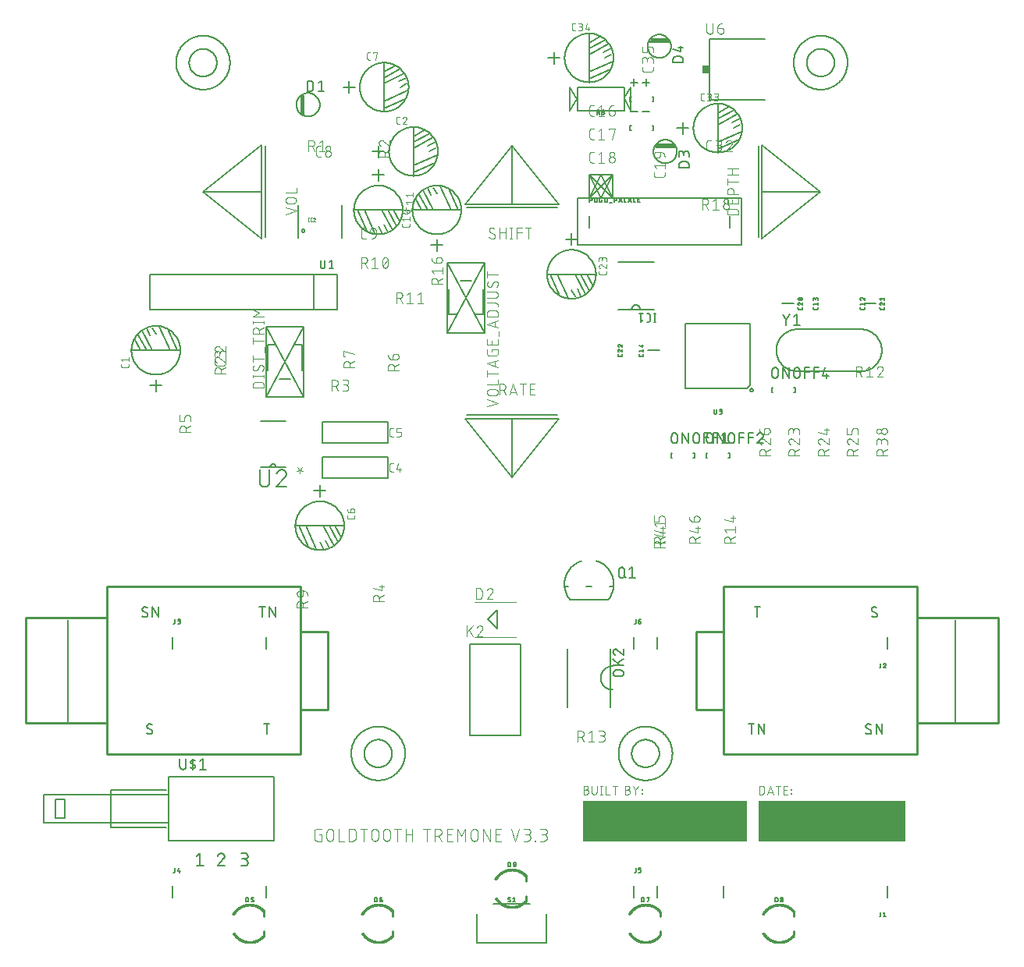
<source format=gbr>
G04 EAGLE Gerber X2 export*
%TF.Part,Single*%
%TF.FileFunction,Legend,Top,1*%
%TF.FilePolarity,Positive*%
%TF.GenerationSoftware,Autodesk,EAGLE,9.2.2*%
%TF.CreationDate,2019-01-20T16:39:22Z*%
G75*
%MOMM*%
%FSLAX34Y34*%
%LPD*%
%INSilkscreen Top*%
%AMOC8*
5,1,8,0,0,1.08239X$1,22.5*%
G01*
%ADD10C,0.101600*%
%ADD11R,15.875000X4.445000*%
%ADD12R,17.780000X4.445000*%
%ADD13C,0.076200*%
%ADD14C,0.127000*%
%ADD15C,0.203200*%
%ADD16C,0.152400*%
%ADD17C,0.254000*%
%ADD18C,0.025400*%
%ADD19C,0.177800*%
%ADD20R,0.762000X0.863600*%


D10*
X265994Y122146D02*
X268196Y122146D01*
X268196Y114808D01*
X263793Y114808D01*
X263686Y114810D01*
X263579Y114816D01*
X263472Y114826D01*
X263366Y114839D01*
X263260Y114857D01*
X263155Y114878D01*
X263051Y114903D01*
X262947Y114932D01*
X262845Y114965D01*
X262745Y115002D01*
X262645Y115042D01*
X262547Y115086D01*
X262451Y115133D01*
X262357Y115184D01*
X262264Y115238D01*
X262174Y115295D01*
X262085Y115356D01*
X261999Y115420D01*
X261916Y115487D01*
X261834Y115557D01*
X261756Y115630D01*
X261680Y115706D01*
X261607Y115784D01*
X261537Y115866D01*
X261470Y115949D01*
X261406Y116035D01*
X261345Y116124D01*
X261288Y116214D01*
X261234Y116307D01*
X261183Y116401D01*
X261136Y116497D01*
X261092Y116595D01*
X261052Y116695D01*
X261015Y116795D01*
X260982Y116897D01*
X260953Y117001D01*
X260928Y117105D01*
X260907Y117210D01*
X260889Y117316D01*
X260876Y117422D01*
X260866Y117529D01*
X260860Y117636D01*
X260858Y117743D01*
X260858Y125081D01*
X260860Y125188D01*
X260866Y125295D01*
X260876Y125402D01*
X260889Y125508D01*
X260907Y125614D01*
X260928Y125719D01*
X260953Y125823D01*
X260982Y125927D01*
X261015Y126029D01*
X261052Y126129D01*
X261092Y126229D01*
X261136Y126327D01*
X261183Y126423D01*
X261234Y126517D01*
X261288Y126610D01*
X261345Y126700D01*
X261406Y126789D01*
X261470Y126875D01*
X261537Y126958D01*
X261607Y127040D01*
X261680Y127118D01*
X261756Y127194D01*
X261834Y127267D01*
X261916Y127337D01*
X261999Y127404D01*
X262085Y127468D01*
X262174Y127529D01*
X262264Y127586D01*
X262357Y127640D01*
X262451Y127691D01*
X262547Y127738D01*
X262645Y127782D01*
X262745Y127822D01*
X262845Y127859D01*
X262947Y127892D01*
X263051Y127921D01*
X263155Y127946D01*
X263260Y127967D01*
X263366Y127985D01*
X263472Y127998D01*
X263579Y128008D01*
X263686Y128014D01*
X263793Y128016D01*
X268196Y128016D01*
X274086Y124347D02*
X274086Y118477D01*
X274086Y124347D02*
X274088Y124467D01*
X274094Y124587D01*
X274104Y124707D01*
X274117Y124826D01*
X274135Y124945D01*
X274156Y125063D01*
X274182Y125180D01*
X274211Y125297D01*
X274244Y125412D01*
X274281Y125526D01*
X274321Y125639D01*
X274365Y125751D01*
X274413Y125861D01*
X274464Y125970D01*
X274519Y126077D01*
X274578Y126182D01*
X274639Y126284D01*
X274704Y126385D01*
X274773Y126484D01*
X274844Y126581D01*
X274919Y126675D01*
X274996Y126766D01*
X275077Y126855D01*
X275161Y126941D01*
X275247Y127025D01*
X275336Y127106D01*
X275427Y127183D01*
X275521Y127258D01*
X275618Y127329D01*
X275717Y127398D01*
X275818Y127463D01*
X275921Y127524D01*
X276025Y127583D01*
X276132Y127638D01*
X276241Y127689D01*
X276351Y127737D01*
X276463Y127781D01*
X276576Y127821D01*
X276690Y127858D01*
X276805Y127891D01*
X276922Y127920D01*
X277039Y127946D01*
X277157Y127967D01*
X277276Y127985D01*
X277395Y127998D01*
X277515Y128008D01*
X277635Y128014D01*
X277755Y128016D01*
X277875Y128014D01*
X277995Y128008D01*
X278115Y127998D01*
X278234Y127985D01*
X278353Y127967D01*
X278471Y127946D01*
X278588Y127920D01*
X278705Y127891D01*
X278820Y127858D01*
X278934Y127821D01*
X279047Y127781D01*
X279159Y127737D01*
X279269Y127689D01*
X279378Y127638D01*
X279485Y127583D01*
X279590Y127524D01*
X279692Y127463D01*
X279793Y127398D01*
X279892Y127329D01*
X279989Y127258D01*
X280083Y127183D01*
X280174Y127106D01*
X280263Y127025D01*
X280349Y126941D01*
X280433Y126855D01*
X280514Y126766D01*
X280591Y126675D01*
X280666Y126581D01*
X280737Y126484D01*
X280806Y126385D01*
X280871Y126284D01*
X280932Y126182D01*
X280991Y126077D01*
X281046Y125970D01*
X281097Y125861D01*
X281145Y125751D01*
X281189Y125639D01*
X281229Y125526D01*
X281266Y125412D01*
X281299Y125297D01*
X281328Y125180D01*
X281354Y125063D01*
X281375Y124945D01*
X281393Y124826D01*
X281406Y124707D01*
X281416Y124587D01*
X281422Y124467D01*
X281424Y124347D01*
X281424Y118477D01*
X281422Y118357D01*
X281416Y118237D01*
X281406Y118117D01*
X281393Y117998D01*
X281375Y117879D01*
X281354Y117761D01*
X281328Y117644D01*
X281299Y117527D01*
X281266Y117412D01*
X281229Y117298D01*
X281189Y117185D01*
X281145Y117073D01*
X281097Y116963D01*
X281046Y116854D01*
X280991Y116747D01*
X280932Y116643D01*
X280871Y116540D01*
X280806Y116439D01*
X280737Y116340D01*
X280666Y116243D01*
X280591Y116149D01*
X280514Y116058D01*
X280433Y115969D01*
X280349Y115883D01*
X280263Y115799D01*
X280174Y115718D01*
X280083Y115641D01*
X279989Y115566D01*
X279892Y115495D01*
X279793Y115426D01*
X279692Y115361D01*
X279590Y115300D01*
X279485Y115241D01*
X279378Y115186D01*
X279269Y115135D01*
X279159Y115087D01*
X279047Y115043D01*
X278934Y115003D01*
X278820Y114966D01*
X278705Y114933D01*
X278588Y114904D01*
X278471Y114878D01*
X278353Y114857D01*
X278234Y114839D01*
X278115Y114826D01*
X277995Y114816D01*
X277875Y114810D01*
X277755Y114808D01*
X277635Y114810D01*
X277515Y114816D01*
X277395Y114826D01*
X277276Y114839D01*
X277157Y114857D01*
X277039Y114878D01*
X276922Y114904D01*
X276805Y114933D01*
X276690Y114966D01*
X276576Y115003D01*
X276463Y115043D01*
X276351Y115087D01*
X276241Y115135D01*
X276132Y115186D01*
X276025Y115241D01*
X275921Y115300D01*
X275818Y115361D01*
X275717Y115426D01*
X275618Y115495D01*
X275521Y115566D01*
X275427Y115641D01*
X275336Y115718D01*
X275247Y115799D01*
X275161Y115883D01*
X275077Y115969D01*
X274996Y116058D01*
X274919Y116149D01*
X274844Y116243D01*
X274773Y116340D01*
X274704Y116439D01*
X274639Y116540D01*
X274578Y116642D01*
X274519Y116747D01*
X274464Y116854D01*
X274413Y116963D01*
X274365Y117073D01*
X274321Y117185D01*
X274281Y117298D01*
X274244Y117412D01*
X274211Y117527D01*
X274182Y117644D01*
X274156Y117761D01*
X274135Y117879D01*
X274117Y117998D01*
X274104Y118117D01*
X274094Y118237D01*
X274088Y118357D01*
X274086Y118477D01*
X287339Y114808D02*
X287339Y128016D01*
X287339Y114808D02*
X293209Y114808D01*
X298409Y114808D02*
X298409Y128016D01*
X302078Y128016D01*
X302198Y128014D01*
X302318Y128008D01*
X302438Y127998D01*
X302557Y127985D01*
X302676Y127967D01*
X302794Y127946D01*
X302911Y127920D01*
X303028Y127891D01*
X303143Y127858D01*
X303257Y127821D01*
X303370Y127781D01*
X303482Y127737D01*
X303592Y127689D01*
X303701Y127638D01*
X303808Y127583D01*
X303913Y127524D01*
X304015Y127463D01*
X304116Y127398D01*
X304215Y127329D01*
X304312Y127258D01*
X304406Y127183D01*
X304497Y127106D01*
X304586Y127025D01*
X304672Y126941D01*
X304756Y126855D01*
X304837Y126766D01*
X304914Y126675D01*
X304989Y126581D01*
X305060Y126484D01*
X305129Y126385D01*
X305194Y126284D01*
X305255Y126182D01*
X305314Y126077D01*
X305369Y125970D01*
X305420Y125861D01*
X305468Y125751D01*
X305512Y125639D01*
X305552Y125526D01*
X305589Y125412D01*
X305622Y125297D01*
X305651Y125180D01*
X305677Y125063D01*
X305698Y124945D01*
X305716Y124826D01*
X305729Y124707D01*
X305739Y124587D01*
X305745Y124467D01*
X305747Y124347D01*
X305747Y118477D01*
X305745Y118357D01*
X305739Y118237D01*
X305729Y118117D01*
X305716Y117998D01*
X305698Y117879D01*
X305677Y117761D01*
X305651Y117644D01*
X305622Y117527D01*
X305589Y117412D01*
X305552Y117298D01*
X305512Y117185D01*
X305468Y117073D01*
X305420Y116963D01*
X305369Y116854D01*
X305314Y116747D01*
X305255Y116643D01*
X305194Y116540D01*
X305129Y116439D01*
X305060Y116340D01*
X304989Y116243D01*
X304914Y116149D01*
X304837Y116058D01*
X304756Y115969D01*
X304672Y115883D01*
X304586Y115799D01*
X304497Y115718D01*
X304406Y115641D01*
X304312Y115566D01*
X304215Y115495D01*
X304116Y115426D01*
X304015Y115361D01*
X303913Y115300D01*
X303808Y115241D01*
X303701Y115186D01*
X303592Y115135D01*
X303482Y115087D01*
X303370Y115043D01*
X303257Y115003D01*
X303143Y114966D01*
X303028Y114933D01*
X302911Y114904D01*
X302794Y114878D01*
X302676Y114857D01*
X302557Y114839D01*
X302438Y114826D01*
X302318Y114816D01*
X302198Y114810D01*
X302078Y114808D01*
X298409Y114808D01*
X314453Y114808D02*
X314453Y128016D01*
X310784Y128016D02*
X318122Y128016D01*
X322732Y124347D02*
X322732Y118477D01*
X322732Y124347D02*
X322734Y124467D01*
X322740Y124587D01*
X322750Y124707D01*
X322763Y124826D01*
X322781Y124945D01*
X322802Y125063D01*
X322828Y125180D01*
X322857Y125297D01*
X322890Y125412D01*
X322927Y125526D01*
X322967Y125639D01*
X323011Y125751D01*
X323059Y125861D01*
X323110Y125970D01*
X323165Y126077D01*
X323224Y126182D01*
X323285Y126284D01*
X323350Y126385D01*
X323419Y126484D01*
X323490Y126581D01*
X323565Y126675D01*
X323642Y126766D01*
X323723Y126855D01*
X323807Y126941D01*
X323893Y127025D01*
X323982Y127106D01*
X324073Y127183D01*
X324167Y127258D01*
X324264Y127329D01*
X324363Y127398D01*
X324464Y127463D01*
X324567Y127524D01*
X324671Y127583D01*
X324778Y127638D01*
X324887Y127689D01*
X324997Y127737D01*
X325109Y127781D01*
X325222Y127821D01*
X325336Y127858D01*
X325451Y127891D01*
X325568Y127920D01*
X325685Y127946D01*
X325803Y127967D01*
X325922Y127985D01*
X326041Y127998D01*
X326161Y128008D01*
X326281Y128014D01*
X326401Y128016D01*
X326521Y128014D01*
X326641Y128008D01*
X326761Y127998D01*
X326880Y127985D01*
X326999Y127967D01*
X327117Y127946D01*
X327234Y127920D01*
X327351Y127891D01*
X327466Y127858D01*
X327580Y127821D01*
X327693Y127781D01*
X327805Y127737D01*
X327915Y127689D01*
X328024Y127638D01*
X328131Y127583D01*
X328236Y127524D01*
X328338Y127463D01*
X328439Y127398D01*
X328538Y127329D01*
X328635Y127258D01*
X328729Y127183D01*
X328820Y127106D01*
X328909Y127025D01*
X328995Y126941D01*
X329079Y126855D01*
X329160Y126766D01*
X329237Y126675D01*
X329312Y126581D01*
X329383Y126484D01*
X329452Y126385D01*
X329517Y126284D01*
X329578Y126182D01*
X329637Y126077D01*
X329692Y125970D01*
X329743Y125861D01*
X329791Y125751D01*
X329835Y125639D01*
X329875Y125526D01*
X329912Y125412D01*
X329945Y125297D01*
X329974Y125180D01*
X330000Y125063D01*
X330021Y124945D01*
X330039Y124826D01*
X330052Y124707D01*
X330062Y124587D01*
X330068Y124467D01*
X330070Y124347D01*
X330070Y118477D01*
X330068Y118357D01*
X330062Y118237D01*
X330052Y118117D01*
X330039Y117998D01*
X330021Y117879D01*
X330000Y117761D01*
X329974Y117644D01*
X329945Y117527D01*
X329912Y117412D01*
X329875Y117298D01*
X329835Y117185D01*
X329791Y117073D01*
X329743Y116963D01*
X329692Y116854D01*
X329637Y116747D01*
X329578Y116643D01*
X329517Y116540D01*
X329452Y116439D01*
X329383Y116340D01*
X329312Y116243D01*
X329237Y116149D01*
X329160Y116058D01*
X329079Y115969D01*
X328995Y115883D01*
X328909Y115799D01*
X328820Y115718D01*
X328729Y115641D01*
X328635Y115566D01*
X328538Y115495D01*
X328439Y115426D01*
X328338Y115361D01*
X328236Y115300D01*
X328131Y115241D01*
X328024Y115186D01*
X327915Y115135D01*
X327805Y115087D01*
X327693Y115043D01*
X327580Y115003D01*
X327466Y114966D01*
X327351Y114933D01*
X327234Y114904D01*
X327117Y114878D01*
X326999Y114857D01*
X326880Y114839D01*
X326761Y114826D01*
X326641Y114816D01*
X326521Y114810D01*
X326401Y114808D01*
X326281Y114810D01*
X326161Y114816D01*
X326041Y114826D01*
X325922Y114839D01*
X325803Y114857D01*
X325685Y114878D01*
X325568Y114904D01*
X325451Y114933D01*
X325336Y114966D01*
X325222Y115003D01*
X325109Y115043D01*
X324997Y115087D01*
X324887Y115135D01*
X324778Y115186D01*
X324671Y115241D01*
X324567Y115300D01*
X324464Y115361D01*
X324363Y115426D01*
X324264Y115495D01*
X324167Y115566D01*
X324073Y115641D01*
X323982Y115718D01*
X323893Y115799D01*
X323807Y115883D01*
X323723Y115969D01*
X323642Y116058D01*
X323565Y116149D01*
X323490Y116243D01*
X323419Y116340D01*
X323350Y116439D01*
X323285Y116540D01*
X323224Y116642D01*
X323165Y116747D01*
X323110Y116854D01*
X323059Y116963D01*
X323011Y117073D01*
X322967Y117185D01*
X322927Y117298D01*
X322890Y117412D01*
X322857Y117527D01*
X322828Y117644D01*
X322802Y117761D01*
X322781Y117879D01*
X322763Y117998D01*
X322750Y118117D01*
X322740Y118237D01*
X322734Y118357D01*
X322732Y118477D01*
X335534Y118477D02*
X335534Y124347D01*
X335536Y124467D01*
X335542Y124587D01*
X335552Y124707D01*
X335565Y124826D01*
X335583Y124945D01*
X335604Y125063D01*
X335630Y125180D01*
X335659Y125297D01*
X335692Y125412D01*
X335729Y125526D01*
X335769Y125639D01*
X335813Y125751D01*
X335861Y125861D01*
X335912Y125970D01*
X335967Y126077D01*
X336026Y126182D01*
X336087Y126284D01*
X336152Y126385D01*
X336221Y126484D01*
X336292Y126581D01*
X336367Y126675D01*
X336444Y126766D01*
X336525Y126855D01*
X336609Y126941D01*
X336695Y127025D01*
X336784Y127106D01*
X336875Y127183D01*
X336969Y127258D01*
X337066Y127329D01*
X337165Y127398D01*
X337266Y127463D01*
X337369Y127524D01*
X337473Y127583D01*
X337580Y127638D01*
X337689Y127689D01*
X337799Y127737D01*
X337911Y127781D01*
X338024Y127821D01*
X338138Y127858D01*
X338253Y127891D01*
X338370Y127920D01*
X338487Y127946D01*
X338605Y127967D01*
X338724Y127985D01*
X338843Y127998D01*
X338963Y128008D01*
X339083Y128014D01*
X339203Y128016D01*
X339323Y128014D01*
X339443Y128008D01*
X339563Y127998D01*
X339682Y127985D01*
X339801Y127967D01*
X339919Y127946D01*
X340036Y127920D01*
X340153Y127891D01*
X340268Y127858D01*
X340382Y127821D01*
X340495Y127781D01*
X340607Y127737D01*
X340717Y127689D01*
X340826Y127638D01*
X340933Y127583D01*
X341038Y127524D01*
X341140Y127463D01*
X341241Y127398D01*
X341340Y127329D01*
X341437Y127258D01*
X341531Y127183D01*
X341622Y127106D01*
X341711Y127025D01*
X341797Y126941D01*
X341881Y126855D01*
X341962Y126766D01*
X342039Y126675D01*
X342114Y126581D01*
X342185Y126484D01*
X342254Y126385D01*
X342319Y126284D01*
X342380Y126182D01*
X342439Y126077D01*
X342494Y125970D01*
X342545Y125861D01*
X342593Y125751D01*
X342637Y125639D01*
X342677Y125526D01*
X342714Y125412D01*
X342747Y125297D01*
X342776Y125180D01*
X342802Y125063D01*
X342823Y124945D01*
X342841Y124826D01*
X342854Y124707D01*
X342864Y124587D01*
X342870Y124467D01*
X342872Y124347D01*
X342872Y118477D01*
X342870Y118357D01*
X342864Y118237D01*
X342854Y118117D01*
X342841Y117998D01*
X342823Y117879D01*
X342802Y117761D01*
X342776Y117644D01*
X342747Y117527D01*
X342714Y117412D01*
X342677Y117298D01*
X342637Y117185D01*
X342593Y117073D01*
X342545Y116963D01*
X342494Y116854D01*
X342439Y116747D01*
X342380Y116643D01*
X342319Y116540D01*
X342254Y116439D01*
X342185Y116340D01*
X342114Y116243D01*
X342039Y116149D01*
X341962Y116058D01*
X341881Y115969D01*
X341797Y115883D01*
X341711Y115799D01*
X341622Y115718D01*
X341531Y115641D01*
X341437Y115566D01*
X341340Y115495D01*
X341241Y115426D01*
X341140Y115361D01*
X341038Y115300D01*
X340933Y115241D01*
X340826Y115186D01*
X340717Y115135D01*
X340607Y115087D01*
X340495Y115043D01*
X340382Y115003D01*
X340268Y114966D01*
X340153Y114933D01*
X340036Y114904D01*
X339919Y114878D01*
X339801Y114857D01*
X339682Y114839D01*
X339563Y114826D01*
X339443Y114816D01*
X339323Y114810D01*
X339203Y114808D01*
X339083Y114810D01*
X338963Y114816D01*
X338843Y114826D01*
X338724Y114839D01*
X338605Y114857D01*
X338487Y114878D01*
X338370Y114904D01*
X338253Y114933D01*
X338138Y114966D01*
X338024Y115003D01*
X337911Y115043D01*
X337799Y115087D01*
X337689Y115135D01*
X337580Y115186D01*
X337473Y115241D01*
X337369Y115300D01*
X337266Y115361D01*
X337165Y115426D01*
X337066Y115495D01*
X336969Y115566D01*
X336875Y115641D01*
X336784Y115718D01*
X336695Y115799D01*
X336609Y115883D01*
X336525Y115969D01*
X336444Y116058D01*
X336367Y116149D01*
X336292Y116243D01*
X336221Y116340D01*
X336152Y116439D01*
X336087Y116540D01*
X336026Y116642D01*
X335967Y116747D01*
X335912Y116854D01*
X335861Y116963D01*
X335813Y117073D01*
X335769Y117185D01*
X335729Y117298D01*
X335692Y117412D01*
X335659Y117527D01*
X335630Y117644D01*
X335604Y117761D01*
X335583Y117879D01*
X335565Y117998D01*
X335552Y118117D01*
X335542Y118237D01*
X335536Y118357D01*
X335534Y118477D01*
X351151Y114808D02*
X351151Y128016D01*
X347482Y128016D02*
X354820Y128016D01*
X359857Y128016D02*
X359857Y114808D01*
X359857Y122146D02*
X367195Y122146D01*
X367195Y128016D02*
X367195Y114808D01*
X382728Y114808D02*
X382728Y128016D01*
X379059Y128016D02*
X386397Y128016D01*
X391512Y128016D02*
X391512Y114808D01*
X391512Y128016D02*
X395181Y128016D01*
X395301Y128014D01*
X395421Y128008D01*
X395541Y127998D01*
X395660Y127985D01*
X395779Y127967D01*
X395897Y127946D01*
X396014Y127920D01*
X396131Y127891D01*
X396246Y127858D01*
X396360Y127821D01*
X396473Y127781D01*
X396585Y127737D01*
X396695Y127689D01*
X396804Y127638D01*
X396911Y127583D01*
X397015Y127524D01*
X397118Y127463D01*
X397219Y127398D01*
X397318Y127329D01*
X397415Y127258D01*
X397509Y127183D01*
X397600Y127106D01*
X397689Y127025D01*
X397775Y126941D01*
X397859Y126855D01*
X397940Y126766D01*
X398017Y126675D01*
X398092Y126581D01*
X398163Y126484D01*
X398232Y126385D01*
X398297Y126284D01*
X398358Y126182D01*
X398417Y126077D01*
X398472Y125970D01*
X398523Y125861D01*
X398571Y125751D01*
X398615Y125639D01*
X398655Y125526D01*
X398692Y125412D01*
X398725Y125297D01*
X398754Y125180D01*
X398780Y125063D01*
X398801Y124945D01*
X398819Y124826D01*
X398832Y124707D01*
X398842Y124587D01*
X398848Y124467D01*
X398850Y124347D01*
X398848Y124227D01*
X398842Y124107D01*
X398832Y123987D01*
X398819Y123868D01*
X398801Y123749D01*
X398780Y123631D01*
X398754Y123514D01*
X398725Y123397D01*
X398692Y123282D01*
X398655Y123168D01*
X398615Y123055D01*
X398571Y122943D01*
X398523Y122833D01*
X398472Y122724D01*
X398417Y122617D01*
X398358Y122513D01*
X398297Y122410D01*
X398232Y122309D01*
X398163Y122210D01*
X398092Y122113D01*
X398017Y122019D01*
X397940Y121928D01*
X397859Y121839D01*
X397775Y121753D01*
X397689Y121669D01*
X397600Y121588D01*
X397509Y121511D01*
X397415Y121436D01*
X397318Y121365D01*
X397219Y121296D01*
X397118Y121231D01*
X397016Y121170D01*
X396911Y121111D01*
X396804Y121056D01*
X396695Y121005D01*
X396585Y120957D01*
X396473Y120913D01*
X396360Y120873D01*
X396246Y120836D01*
X396131Y120803D01*
X396014Y120774D01*
X395897Y120748D01*
X395779Y120727D01*
X395660Y120709D01*
X395541Y120696D01*
X395421Y120686D01*
X395301Y120680D01*
X395181Y120678D01*
X391512Y120678D01*
X395915Y120678D02*
X398850Y114808D01*
X404686Y114808D02*
X410556Y114808D01*
X404686Y114808D02*
X404686Y128016D01*
X410556Y128016D01*
X409089Y122146D02*
X404686Y122146D01*
X415877Y128016D02*
X415877Y114808D01*
X420279Y120678D02*
X415877Y128016D01*
X420279Y120678D02*
X424682Y128016D01*
X424682Y114808D01*
X430692Y118477D02*
X430692Y124347D01*
X430694Y124467D01*
X430700Y124587D01*
X430710Y124707D01*
X430723Y124826D01*
X430741Y124945D01*
X430762Y125063D01*
X430788Y125180D01*
X430817Y125297D01*
X430850Y125412D01*
X430887Y125526D01*
X430927Y125639D01*
X430971Y125751D01*
X431019Y125861D01*
X431070Y125970D01*
X431125Y126077D01*
X431184Y126182D01*
X431245Y126284D01*
X431310Y126385D01*
X431379Y126484D01*
X431450Y126581D01*
X431525Y126675D01*
X431602Y126766D01*
X431683Y126855D01*
X431767Y126941D01*
X431853Y127025D01*
X431942Y127106D01*
X432033Y127183D01*
X432127Y127258D01*
X432224Y127329D01*
X432323Y127398D01*
X432424Y127463D01*
X432527Y127524D01*
X432631Y127583D01*
X432738Y127638D01*
X432847Y127689D01*
X432957Y127737D01*
X433069Y127781D01*
X433182Y127821D01*
X433296Y127858D01*
X433411Y127891D01*
X433528Y127920D01*
X433645Y127946D01*
X433763Y127967D01*
X433882Y127985D01*
X434001Y127998D01*
X434121Y128008D01*
X434241Y128014D01*
X434361Y128016D01*
X434481Y128014D01*
X434601Y128008D01*
X434721Y127998D01*
X434840Y127985D01*
X434959Y127967D01*
X435077Y127946D01*
X435194Y127920D01*
X435311Y127891D01*
X435426Y127858D01*
X435540Y127821D01*
X435653Y127781D01*
X435765Y127737D01*
X435875Y127689D01*
X435984Y127638D01*
X436091Y127583D01*
X436196Y127524D01*
X436298Y127463D01*
X436399Y127398D01*
X436498Y127329D01*
X436595Y127258D01*
X436689Y127183D01*
X436780Y127106D01*
X436869Y127025D01*
X436955Y126941D01*
X437039Y126855D01*
X437120Y126766D01*
X437197Y126675D01*
X437272Y126581D01*
X437343Y126484D01*
X437412Y126385D01*
X437477Y126284D01*
X437538Y126182D01*
X437597Y126077D01*
X437652Y125970D01*
X437703Y125861D01*
X437751Y125751D01*
X437795Y125639D01*
X437835Y125526D01*
X437872Y125412D01*
X437905Y125297D01*
X437934Y125180D01*
X437960Y125063D01*
X437981Y124945D01*
X437999Y124826D01*
X438012Y124707D01*
X438022Y124587D01*
X438028Y124467D01*
X438030Y124347D01*
X438030Y118477D01*
X438028Y118357D01*
X438022Y118237D01*
X438012Y118117D01*
X437999Y117998D01*
X437981Y117879D01*
X437960Y117761D01*
X437934Y117644D01*
X437905Y117527D01*
X437872Y117412D01*
X437835Y117298D01*
X437795Y117185D01*
X437751Y117073D01*
X437703Y116963D01*
X437652Y116854D01*
X437597Y116747D01*
X437538Y116643D01*
X437477Y116540D01*
X437412Y116439D01*
X437343Y116340D01*
X437272Y116243D01*
X437197Y116149D01*
X437120Y116058D01*
X437039Y115969D01*
X436955Y115883D01*
X436869Y115799D01*
X436780Y115718D01*
X436689Y115641D01*
X436595Y115566D01*
X436498Y115495D01*
X436399Y115426D01*
X436298Y115361D01*
X436196Y115300D01*
X436091Y115241D01*
X435984Y115186D01*
X435875Y115135D01*
X435765Y115087D01*
X435653Y115043D01*
X435540Y115003D01*
X435426Y114966D01*
X435311Y114933D01*
X435194Y114904D01*
X435077Y114878D01*
X434959Y114857D01*
X434840Y114839D01*
X434721Y114826D01*
X434601Y114816D01*
X434481Y114810D01*
X434361Y114808D01*
X434241Y114810D01*
X434121Y114816D01*
X434001Y114826D01*
X433882Y114839D01*
X433763Y114857D01*
X433645Y114878D01*
X433528Y114904D01*
X433411Y114933D01*
X433296Y114966D01*
X433182Y115003D01*
X433069Y115043D01*
X432957Y115087D01*
X432847Y115135D01*
X432738Y115186D01*
X432631Y115241D01*
X432527Y115300D01*
X432424Y115361D01*
X432323Y115426D01*
X432224Y115495D01*
X432127Y115566D01*
X432033Y115641D01*
X431942Y115718D01*
X431853Y115799D01*
X431767Y115883D01*
X431683Y115969D01*
X431602Y116058D01*
X431525Y116149D01*
X431450Y116243D01*
X431379Y116340D01*
X431310Y116439D01*
X431245Y116540D01*
X431184Y116642D01*
X431125Y116747D01*
X431070Y116854D01*
X431019Y116963D01*
X430971Y117073D01*
X430927Y117185D01*
X430887Y117298D01*
X430850Y117412D01*
X430817Y117527D01*
X430788Y117644D01*
X430762Y117761D01*
X430741Y117879D01*
X430723Y117998D01*
X430710Y118117D01*
X430700Y118237D01*
X430694Y118357D01*
X430692Y118477D01*
X443920Y114808D02*
X443920Y128016D01*
X451258Y114808D01*
X451258Y128016D01*
X457599Y114808D02*
X463470Y114808D01*
X457599Y114808D02*
X457599Y128016D01*
X463470Y128016D01*
X462002Y122146D02*
X457599Y122146D01*
X474337Y128016D02*
X478740Y114808D01*
X483143Y128016D01*
X487873Y114808D02*
X491541Y114808D01*
X491661Y114810D01*
X491781Y114816D01*
X491901Y114826D01*
X492020Y114839D01*
X492139Y114857D01*
X492257Y114878D01*
X492374Y114904D01*
X492491Y114933D01*
X492606Y114966D01*
X492720Y115003D01*
X492833Y115043D01*
X492945Y115087D01*
X493055Y115135D01*
X493164Y115186D01*
X493271Y115241D01*
X493376Y115300D01*
X493478Y115361D01*
X493579Y115426D01*
X493678Y115495D01*
X493775Y115566D01*
X493869Y115641D01*
X493960Y115718D01*
X494049Y115799D01*
X494135Y115883D01*
X494219Y115969D01*
X494300Y116058D01*
X494377Y116149D01*
X494452Y116243D01*
X494523Y116340D01*
X494592Y116439D01*
X494657Y116540D01*
X494718Y116643D01*
X494777Y116747D01*
X494832Y116854D01*
X494883Y116963D01*
X494931Y117073D01*
X494975Y117185D01*
X495015Y117298D01*
X495052Y117412D01*
X495085Y117527D01*
X495114Y117644D01*
X495140Y117761D01*
X495161Y117879D01*
X495179Y117998D01*
X495192Y118117D01*
X495202Y118237D01*
X495208Y118357D01*
X495210Y118477D01*
X495208Y118597D01*
X495202Y118717D01*
X495192Y118837D01*
X495179Y118956D01*
X495161Y119075D01*
X495140Y119193D01*
X495114Y119310D01*
X495085Y119427D01*
X495052Y119542D01*
X495015Y119656D01*
X494975Y119769D01*
X494931Y119881D01*
X494883Y119991D01*
X494832Y120100D01*
X494777Y120207D01*
X494718Y120312D01*
X494657Y120414D01*
X494592Y120515D01*
X494523Y120614D01*
X494452Y120711D01*
X494377Y120805D01*
X494300Y120896D01*
X494219Y120985D01*
X494135Y121071D01*
X494049Y121155D01*
X493960Y121236D01*
X493869Y121313D01*
X493775Y121388D01*
X493678Y121459D01*
X493579Y121528D01*
X493478Y121593D01*
X493375Y121654D01*
X493271Y121713D01*
X493164Y121768D01*
X493055Y121819D01*
X492945Y121867D01*
X492833Y121911D01*
X492720Y121951D01*
X492606Y121988D01*
X492491Y122021D01*
X492374Y122050D01*
X492257Y122076D01*
X492139Y122097D01*
X492020Y122115D01*
X491901Y122128D01*
X491781Y122138D01*
X491661Y122144D01*
X491541Y122146D01*
X492275Y128016D02*
X487873Y128016D01*
X492275Y128016D02*
X492382Y128014D01*
X492489Y128008D01*
X492596Y127998D01*
X492702Y127985D01*
X492808Y127967D01*
X492913Y127946D01*
X493017Y127921D01*
X493121Y127892D01*
X493223Y127859D01*
X493323Y127822D01*
X493423Y127782D01*
X493521Y127738D01*
X493617Y127691D01*
X493711Y127640D01*
X493804Y127586D01*
X493894Y127529D01*
X493983Y127468D01*
X494069Y127404D01*
X494152Y127337D01*
X494234Y127267D01*
X494312Y127194D01*
X494388Y127118D01*
X494461Y127040D01*
X494531Y126958D01*
X494598Y126875D01*
X494662Y126789D01*
X494723Y126700D01*
X494780Y126610D01*
X494834Y126517D01*
X494885Y126423D01*
X494932Y126327D01*
X494976Y126229D01*
X495016Y126129D01*
X495053Y126029D01*
X495086Y125927D01*
X495115Y125823D01*
X495140Y125719D01*
X495161Y125614D01*
X495179Y125508D01*
X495192Y125402D01*
X495202Y125295D01*
X495208Y125188D01*
X495210Y125081D01*
X495208Y124974D01*
X495202Y124867D01*
X495192Y124760D01*
X495179Y124654D01*
X495161Y124548D01*
X495140Y124443D01*
X495115Y124339D01*
X495086Y124235D01*
X495053Y124133D01*
X495016Y124033D01*
X494976Y123933D01*
X494932Y123835D01*
X494885Y123739D01*
X494834Y123645D01*
X494780Y123552D01*
X494723Y123462D01*
X494662Y123373D01*
X494598Y123287D01*
X494531Y123204D01*
X494461Y123122D01*
X494388Y123044D01*
X494312Y122968D01*
X494234Y122895D01*
X494152Y122825D01*
X494069Y122758D01*
X493983Y122694D01*
X493894Y122633D01*
X493804Y122576D01*
X493711Y122522D01*
X493617Y122471D01*
X493521Y122424D01*
X493423Y122380D01*
X493323Y122340D01*
X493223Y122303D01*
X493121Y122270D01*
X493017Y122241D01*
X492913Y122216D01*
X492808Y122195D01*
X492702Y122177D01*
X492596Y122164D01*
X492489Y122154D01*
X492382Y122148D01*
X492275Y122146D01*
X489340Y122146D01*
X500136Y115542D02*
X500136Y114808D01*
X500136Y115542D02*
X500869Y115542D01*
X500869Y114808D01*
X500136Y114808D01*
X505795Y114808D02*
X509464Y114808D01*
X509584Y114810D01*
X509704Y114816D01*
X509824Y114826D01*
X509943Y114839D01*
X510062Y114857D01*
X510180Y114878D01*
X510297Y114904D01*
X510414Y114933D01*
X510529Y114966D01*
X510643Y115003D01*
X510756Y115043D01*
X510868Y115087D01*
X510978Y115135D01*
X511087Y115186D01*
X511194Y115241D01*
X511299Y115300D01*
X511401Y115361D01*
X511502Y115426D01*
X511601Y115495D01*
X511698Y115566D01*
X511792Y115641D01*
X511883Y115718D01*
X511972Y115799D01*
X512058Y115883D01*
X512142Y115969D01*
X512223Y116058D01*
X512300Y116149D01*
X512375Y116243D01*
X512446Y116340D01*
X512515Y116439D01*
X512580Y116540D01*
X512641Y116643D01*
X512700Y116747D01*
X512755Y116854D01*
X512806Y116963D01*
X512854Y117073D01*
X512898Y117185D01*
X512938Y117298D01*
X512975Y117412D01*
X513008Y117527D01*
X513037Y117644D01*
X513063Y117761D01*
X513084Y117879D01*
X513102Y117998D01*
X513115Y118117D01*
X513125Y118237D01*
X513131Y118357D01*
X513133Y118477D01*
X513131Y118597D01*
X513125Y118717D01*
X513115Y118837D01*
X513102Y118956D01*
X513084Y119075D01*
X513063Y119193D01*
X513037Y119310D01*
X513008Y119427D01*
X512975Y119542D01*
X512938Y119656D01*
X512898Y119769D01*
X512854Y119881D01*
X512806Y119991D01*
X512755Y120100D01*
X512700Y120207D01*
X512641Y120312D01*
X512580Y120414D01*
X512515Y120515D01*
X512446Y120614D01*
X512375Y120711D01*
X512300Y120805D01*
X512223Y120896D01*
X512142Y120985D01*
X512058Y121071D01*
X511972Y121155D01*
X511883Y121236D01*
X511792Y121313D01*
X511698Y121388D01*
X511601Y121459D01*
X511502Y121528D01*
X511401Y121593D01*
X511298Y121654D01*
X511194Y121713D01*
X511087Y121768D01*
X510978Y121819D01*
X510868Y121867D01*
X510756Y121911D01*
X510643Y121951D01*
X510529Y121988D01*
X510414Y122021D01*
X510297Y122050D01*
X510180Y122076D01*
X510062Y122097D01*
X509943Y122115D01*
X509824Y122128D01*
X509704Y122138D01*
X509584Y122144D01*
X509464Y122146D01*
X510197Y128016D02*
X505795Y128016D01*
X510197Y128016D02*
X510304Y128014D01*
X510411Y128008D01*
X510518Y127998D01*
X510624Y127985D01*
X510730Y127967D01*
X510835Y127946D01*
X510939Y127921D01*
X511043Y127892D01*
X511145Y127859D01*
X511245Y127822D01*
X511345Y127782D01*
X511443Y127738D01*
X511539Y127691D01*
X511633Y127640D01*
X511726Y127586D01*
X511816Y127529D01*
X511905Y127468D01*
X511991Y127404D01*
X512074Y127337D01*
X512156Y127267D01*
X512234Y127194D01*
X512310Y127118D01*
X512383Y127040D01*
X512453Y126958D01*
X512520Y126875D01*
X512584Y126789D01*
X512645Y126700D01*
X512702Y126610D01*
X512756Y126517D01*
X512807Y126423D01*
X512854Y126327D01*
X512898Y126229D01*
X512938Y126129D01*
X512975Y126029D01*
X513008Y125927D01*
X513037Y125823D01*
X513062Y125719D01*
X513083Y125614D01*
X513101Y125508D01*
X513114Y125402D01*
X513124Y125295D01*
X513130Y125188D01*
X513132Y125081D01*
X513130Y124974D01*
X513124Y124867D01*
X513114Y124760D01*
X513101Y124654D01*
X513083Y124548D01*
X513062Y124443D01*
X513037Y124339D01*
X513008Y124235D01*
X512975Y124133D01*
X512938Y124033D01*
X512898Y123933D01*
X512854Y123835D01*
X512807Y123739D01*
X512756Y123645D01*
X512702Y123552D01*
X512645Y123462D01*
X512584Y123373D01*
X512520Y123287D01*
X512453Y123204D01*
X512383Y123122D01*
X512310Y123044D01*
X512234Y122968D01*
X512156Y122895D01*
X512074Y122825D01*
X511991Y122758D01*
X511905Y122694D01*
X511816Y122633D01*
X511726Y122576D01*
X511633Y122522D01*
X511539Y122471D01*
X511443Y122424D01*
X511345Y122380D01*
X511245Y122340D01*
X511145Y122303D01*
X511043Y122270D01*
X510939Y122241D01*
X510835Y122216D01*
X510730Y122195D01*
X510624Y122177D01*
X510518Y122164D01*
X510411Y122154D01*
X510304Y122148D01*
X510197Y122146D01*
X507262Y122146D01*
D11*
X822325Y136525D03*
D12*
X641350Y136525D03*
D13*
X555442Y170702D02*
X552831Y170702D01*
X555442Y170703D02*
X555543Y170701D01*
X555644Y170695D01*
X555745Y170685D01*
X555845Y170672D01*
X555945Y170654D01*
X556044Y170633D01*
X556142Y170607D01*
X556239Y170578D01*
X556335Y170546D01*
X556429Y170509D01*
X556522Y170469D01*
X556614Y170425D01*
X556703Y170378D01*
X556791Y170327D01*
X556877Y170273D01*
X556960Y170216D01*
X557042Y170156D01*
X557120Y170092D01*
X557197Y170026D01*
X557270Y169956D01*
X557341Y169884D01*
X557409Y169809D01*
X557474Y169731D01*
X557536Y169651D01*
X557595Y169569D01*
X557651Y169484D01*
X557703Y169397D01*
X557752Y169309D01*
X557798Y169218D01*
X557839Y169126D01*
X557878Y169032D01*
X557912Y168937D01*
X557943Y168841D01*
X557970Y168743D01*
X557994Y168645D01*
X558013Y168545D01*
X558029Y168445D01*
X558041Y168345D01*
X558049Y168244D01*
X558053Y168143D01*
X558053Y168041D01*
X558049Y167940D01*
X558041Y167839D01*
X558029Y167739D01*
X558013Y167639D01*
X557994Y167539D01*
X557970Y167441D01*
X557943Y167343D01*
X557912Y167247D01*
X557878Y167152D01*
X557839Y167058D01*
X557798Y166966D01*
X557752Y166875D01*
X557703Y166786D01*
X557651Y166700D01*
X557595Y166615D01*
X557536Y166533D01*
X557474Y166453D01*
X557409Y166375D01*
X557341Y166300D01*
X557270Y166228D01*
X557197Y166158D01*
X557120Y166092D01*
X557042Y166028D01*
X556960Y165968D01*
X556877Y165911D01*
X556791Y165857D01*
X556703Y165806D01*
X556614Y165759D01*
X556522Y165715D01*
X556429Y165675D01*
X556335Y165638D01*
X556239Y165606D01*
X556142Y165577D01*
X556044Y165551D01*
X555945Y165530D01*
X555845Y165512D01*
X555745Y165499D01*
X555644Y165489D01*
X555543Y165483D01*
X555442Y165481D01*
X552831Y165481D01*
X552831Y174879D01*
X555442Y174879D01*
X555532Y174877D01*
X555621Y174871D01*
X555711Y174862D01*
X555800Y174848D01*
X555888Y174831D01*
X555975Y174810D01*
X556062Y174785D01*
X556147Y174756D01*
X556231Y174724D01*
X556313Y174689D01*
X556394Y174649D01*
X556473Y174607D01*
X556550Y174561D01*
X556625Y174511D01*
X556698Y174459D01*
X556769Y174403D01*
X556837Y174345D01*
X556902Y174283D01*
X556965Y174219D01*
X557025Y174152D01*
X557082Y174083D01*
X557136Y174011D01*
X557187Y173937D01*
X557235Y173861D01*
X557279Y173783D01*
X557320Y173703D01*
X557358Y173621D01*
X557392Y173538D01*
X557422Y173453D01*
X557449Y173367D01*
X557472Y173281D01*
X557491Y173193D01*
X557506Y173104D01*
X557518Y173015D01*
X557526Y172926D01*
X557530Y172836D01*
X557530Y172746D01*
X557526Y172656D01*
X557518Y172567D01*
X557506Y172478D01*
X557491Y172389D01*
X557472Y172301D01*
X557449Y172215D01*
X557422Y172129D01*
X557392Y172044D01*
X557358Y171961D01*
X557320Y171879D01*
X557279Y171799D01*
X557235Y171721D01*
X557187Y171645D01*
X557136Y171571D01*
X557082Y171499D01*
X557025Y171430D01*
X556965Y171363D01*
X556902Y171299D01*
X556837Y171237D01*
X556769Y171179D01*
X556698Y171123D01*
X556625Y171071D01*
X556550Y171021D01*
X556473Y170975D01*
X556394Y170933D01*
X556313Y170893D01*
X556231Y170858D01*
X556147Y170826D01*
X556062Y170797D01*
X555975Y170772D01*
X555888Y170751D01*
X555800Y170734D01*
X555711Y170720D01*
X555621Y170711D01*
X555532Y170705D01*
X555442Y170703D01*
X561844Y168092D02*
X561844Y174879D01*
X561843Y168092D02*
X561845Y167991D01*
X561851Y167890D01*
X561861Y167789D01*
X561874Y167689D01*
X561892Y167589D01*
X561913Y167490D01*
X561939Y167392D01*
X561968Y167295D01*
X562000Y167199D01*
X562037Y167105D01*
X562077Y167012D01*
X562121Y166920D01*
X562168Y166831D01*
X562219Y166743D01*
X562273Y166657D01*
X562330Y166574D01*
X562390Y166492D01*
X562454Y166414D01*
X562520Y166337D01*
X562590Y166264D01*
X562662Y166193D01*
X562737Y166125D01*
X562815Y166060D01*
X562895Y165998D01*
X562977Y165939D01*
X563062Y165883D01*
X563149Y165831D01*
X563237Y165782D01*
X563328Y165736D01*
X563420Y165695D01*
X563514Y165656D01*
X563609Y165622D01*
X563705Y165591D01*
X563803Y165564D01*
X563901Y165540D01*
X564001Y165521D01*
X564101Y165505D01*
X564201Y165493D01*
X564302Y165485D01*
X564403Y165481D01*
X564505Y165481D01*
X564606Y165485D01*
X564707Y165493D01*
X564807Y165505D01*
X564907Y165521D01*
X565007Y165540D01*
X565105Y165564D01*
X565203Y165591D01*
X565299Y165622D01*
X565394Y165656D01*
X565488Y165695D01*
X565580Y165736D01*
X565671Y165782D01*
X565760Y165831D01*
X565846Y165883D01*
X565931Y165939D01*
X566013Y165998D01*
X566093Y166060D01*
X566171Y166125D01*
X566246Y166193D01*
X566318Y166264D01*
X566388Y166337D01*
X566454Y166414D01*
X566518Y166492D01*
X566578Y166574D01*
X566635Y166657D01*
X566689Y166743D01*
X566740Y166831D01*
X566787Y166920D01*
X566831Y167012D01*
X566871Y167105D01*
X566908Y167199D01*
X566940Y167295D01*
X566969Y167392D01*
X566995Y167490D01*
X567016Y167589D01*
X567034Y167689D01*
X567047Y167789D01*
X567057Y167890D01*
X567063Y167991D01*
X567065Y168092D01*
X567065Y174879D01*
X572074Y174879D02*
X572074Y165481D01*
X571030Y165481D02*
X573119Y165481D01*
X573119Y174879D02*
X571030Y174879D01*
X577101Y174879D02*
X577101Y165481D01*
X581278Y165481D01*
X586705Y165481D02*
X586705Y174879D01*
X589315Y174879D02*
X584094Y174879D01*
X597941Y170702D02*
X600552Y170702D01*
X600552Y170703D02*
X600653Y170701D01*
X600754Y170695D01*
X600855Y170685D01*
X600955Y170672D01*
X601055Y170654D01*
X601154Y170633D01*
X601252Y170607D01*
X601349Y170578D01*
X601445Y170546D01*
X601539Y170509D01*
X601632Y170469D01*
X601724Y170425D01*
X601813Y170378D01*
X601901Y170327D01*
X601987Y170273D01*
X602070Y170216D01*
X602152Y170156D01*
X602230Y170092D01*
X602307Y170026D01*
X602380Y169956D01*
X602451Y169884D01*
X602519Y169809D01*
X602584Y169731D01*
X602646Y169651D01*
X602705Y169569D01*
X602761Y169484D01*
X602813Y169397D01*
X602862Y169309D01*
X602908Y169218D01*
X602949Y169126D01*
X602988Y169032D01*
X603022Y168937D01*
X603053Y168841D01*
X603080Y168743D01*
X603104Y168645D01*
X603123Y168545D01*
X603139Y168445D01*
X603151Y168345D01*
X603159Y168244D01*
X603163Y168143D01*
X603163Y168041D01*
X603159Y167940D01*
X603151Y167839D01*
X603139Y167739D01*
X603123Y167639D01*
X603104Y167539D01*
X603080Y167441D01*
X603053Y167343D01*
X603022Y167247D01*
X602988Y167152D01*
X602949Y167058D01*
X602908Y166966D01*
X602862Y166875D01*
X602813Y166786D01*
X602761Y166700D01*
X602705Y166615D01*
X602646Y166533D01*
X602584Y166453D01*
X602519Y166375D01*
X602451Y166300D01*
X602380Y166228D01*
X602307Y166158D01*
X602230Y166092D01*
X602152Y166028D01*
X602070Y165968D01*
X601987Y165911D01*
X601901Y165857D01*
X601813Y165806D01*
X601724Y165759D01*
X601632Y165715D01*
X601539Y165675D01*
X601445Y165638D01*
X601349Y165606D01*
X601252Y165577D01*
X601154Y165551D01*
X601055Y165530D01*
X600955Y165512D01*
X600855Y165499D01*
X600754Y165489D01*
X600653Y165483D01*
X600552Y165481D01*
X597941Y165481D01*
X597941Y174879D01*
X600552Y174879D01*
X600642Y174877D01*
X600731Y174871D01*
X600821Y174862D01*
X600910Y174848D01*
X600998Y174831D01*
X601085Y174810D01*
X601172Y174785D01*
X601257Y174756D01*
X601341Y174724D01*
X601423Y174689D01*
X601504Y174649D01*
X601583Y174607D01*
X601660Y174561D01*
X601735Y174511D01*
X601808Y174459D01*
X601879Y174403D01*
X601947Y174345D01*
X602012Y174283D01*
X602075Y174219D01*
X602135Y174152D01*
X602192Y174083D01*
X602246Y174011D01*
X602297Y173937D01*
X602345Y173861D01*
X602389Y173783D01*
X602430Y173703D01*
X602468Y173621D01*
X602502Y173538D01*
X602532Y173453D01*
X602559Y173367D01*
X602582Y173281D01*
X602601Y173193D01*
X602616Y173104D01*
X602628Y173015D01*
X602636Y172926D01*
X602640Y172836D01*
X602640Y172746D01*
X602636Y172656D01*
X602628Y172567D01*
X602616Y172478D01*
X602601Y172389D01*
X602582Y172301D01*
X602559Y172215D01*
X602532Y172129D01*
X602502Y172044D01*
X602468Y171961D01*
X602430Y171879D01*
X602389Y171799D01*
X602345Y171721D01*
X602297Y171645D01*
X602246Y171571D01*
X602192Y171499D01*
X602135Y171430D01*
X602075Y171363D01*
X602012Y171299D01*
X601947Y171237D01*
X601879Y171179D01*
X601808Y171123D01*
X601735Y171071D01*
X601660Y171021D01*
X601583Y170975D01*
X601504Y170933D01*
X601423Y170893D01*
X601341Y170858D01*
X601257Y170826D01*
X601172Y170797D01*
X601085Y170772D01*
X600998Y170751D01*
X600910Y170734D01*
X600821Y170720D01*
X600731Y170711D01*
X600642Y170705D01*
X600552Y170703D01*
X606127Y174879D02*
X609260Y170441D01*
X612392Y174879D01*
X609260Y170441D02*
X609260Y165481D01*
X615704Y166264D02*
X615704Y166786D01*
X616226Y166786D01*
X616226Y166264D01*
X615704Y166264D01*
X615704Y170441D02*
X615704Y170963D01*
X616226Y170963D01*
X616226Y170441D01*
X615704Y170441D01*
X743331Y174879D02*
X743331Y165481D01*
X743331Y174879D02*
X745942Y174879D01*
X746042Y174877D01*
X746142Y174871D01*
X746241Y174862D01*
X746341Y174848D01*
X746439Y174831D01*
X746537Y174810D01*
X746634Y174786D01*
X746730Y174757D01*
X746825Y174725D01*
X746918Y174690D01*
X747010Y174651D01*
X747101Y174608D01*
X747189Y174562D01*
X747276Y174512D01*
X747361Y174460D01*
X747444Y174404D01*
X747525Y174345D01*
X747603Y174282D01*
X747679Y174217D01*
X747753Y174149D01*
X747823Y174079D01*
X747891Y174005D01*
X747956Y173929D01*
X748019Y173851D01*
X748078Y173770D01*
X748134Y173687D01*
X748186Y173602D01*
X748236Y173515D01*
X748282Y173427D01*
X748325Y173336D01*
X748364Y173244D01*
X748399Y173151D01*
X748431Y173056D01*
X748460Y172960D01*
X748484Y172863D01*
X748505Y172765D01*
X748522Y172667D01*
X748536Y172567D01*
X748545Y172468D01*
X748551Y172368D01*
X748553Y172268D01*
X748552Y172268D02*
X748552Y168092D01*
X748553Y168092D02*
X748551Y167992D01*
X748545Y167892D01*
X748536Y167793D01*
X748522Y167693D01*
X748505Y167595D01*
X748484Y167497D01*
X748460Y167400D01*
X748431Y167304D01*
X748399Y167209D01*
X748364Y167116D01*
X748325Y167024D01*
X748282Y166933D01*
X748236Y166845D01*
X748186Y166758D01*
X748134Y166673D01*
X748078Y166590D01*
X748019Y166509D01*
X747956Y166431D01*
X747891Y166355D01*
X747823Y166281D01*
X747753Y166211D01*
X747679Y166143D01*
X747603Y166078D01*
X747525Y166015D01*
X747444Y165956D01*
X747361Y165900D01*
X747276Y165848D01*
X747189Y165798D01*
X747101Y165752D01*
X747010Y165709D01*
X746918Y165670D01*
X746825Y165635D01*
X746730Y165603D01*
X746634Y165574D01*
X746537Y165550D01*
X746439Y165529D01*
X746341Y165512D01*
X746241Y165498D01*
X746142Y165489D01*
X746042Y165483D01*
X745942Y165481D01*
X743331Y165481D01*
X752258Y165481D02*
X755390Y174879D01*
X758523Y165481D01*
X757740Y167831D02*
X753041Y167831D01*
X763925Y165481D02*
X763925Y174879D01*
X766535Y174879D02*
X761314Y174879D01*
X770171Y165481D02*
X774348Y165481D01*
X770171Y165481D02*
X770171Y174879D01*
X774348Y174879D01*
X773303Y170702D02*
X770171Y170702D01*
X777684Y166786D02*
X777684Y166264D01*
X777684Y166786D02*
X778206Y166786D01*
X778206Y166264D01*
X777684Y166264D01*
X777684Y170441D02*
X777684Y170963D01*
X778206Y170963D01*
X778206Y170441D01*
X777684Y170441D01*
D14*
X62400Y647700D02*
X62408Y648350D01*
X62432Y649000D01*
X62472Y649649D01*
X62528Y650297D01*
X62599Y650944D01*
X62687Y651588D01*
X62790Y652230D01*
X62909Y652870D01*
X63044Y653506D01*
X63194Y654139D01*
X63360Y654768D01*
X63541Y655393D01*
X63738Y656013D01*
X63949Y656628D01*
X64176Y657237D01*
X64417Y657841D01*
X64673Y658439D01*
X64944Y659030D01*
X65230Y659615D01*
X65529Y660192D01*
X65843Y660762D01*
X66170Y661324D01*
X66511Y661877D01*
X66866Y662423D01*
X67234Y662959D01*
X67615Y663486D01*
X68009Y664004D01*
X68415Y664511D01*
X68834Y665009D01*
X69265Y665496D01*
X69707Y665973D01*
X70162Y666438D01*
X70627Y666893D01*
X71104Y667335D01*
X71591Y667766D01*
X72089Y668185D01*
X72596Y668591D01*
X73114Y668985D01*
X73641Y669366D01*
X74177Y669734D01*
X74723Y670089D01*
X75276Y670430D01*
X75838Y670757D01*
X76408Y671071D01*
X76985Y671370D01*
X77570Y671656D01*
X78161Y671927D01*
X78759Y672183D01*
X79363Y672424D01*
X79972Y672651D01*
X80587Y672862D01*
X81207Y673059D01*
X81832Y673240D01*
X82461Y673406D01*
X83094Y673556D01*
X83730Y673691D01*
X84370Y673810D01*
X85012Y673913D01*
X85656Y674001D01*
X86303Y674072D01*
X86951Y674128D01*
X87600Y674168D01*
X88250Y674192D01*
X88900Y674200D01*
X89550Y674192D01*
X90200Y674168D01*
X90849Y674128D01*
X91497Y674072D01*
X92144Y674001D01*
X92788Y673913D01*
X93430Y673810D01*
X94070Y673691D01*
X94706Y673556D01*
X95339Y673406D01*
X95968Y673240D01*
X96593Y673059D01*
X97213Y672862D01*
X97828Y672651D01*
X98437Y672424D01*
X99041Y672183D01*
X99639Y671927D01*
X100230Y671656D01*
X100815Y671370D01*
X101392Y671071D01*
X101962Y670757D01*
X102524Y670430D01*
X103077Y670089D01*
X103623Y669734D01*
X104159Y669366D01*
X104686Y668985D01*
X105204Y668591D01*
X105711Y668185D01*
X106209Y667766D01*
X106696Y667335D01*
X107173Y666893D01*
X107638Y666438D01*
X108093Y665973D01*
X108535Y665496D01*
X108966Y665009D01*
X109385Y664511D01*
X109791Y664004D01*
X110185Y663486D01*
X110566Y662959D01*
X110934Y662423D01*
X111289Y661877D01*
X111630Y661324D01*
X111957Y660762D01*
X112271Y660192D01*
X112570Y659615D01*
X112856Y659030D01*
X113127Y658439D01*
X113383Y657841D01*
X113624Y657237D01*
X113851Y656628D01*
X114062Y656013D01*
X114259Y655393D01*
X114440Y654768D01*
X114606Y654139D01*
X114756Y653506D01*
X114891Y652870D01*
X115010Y652230D01*
X115113Y651588D01*
X115201Y650944D01*
X115272Y650297D01*
X115328Y649649D01*
X115368Y649000D01*
X115392Y648350D01*
X115400Y647700D01*
X115392Y647050D01*
X115368Y646400D01*
X115328Y645751D01*
X115272Y645103D01*
X115201Y644456D01*
X115113Y643812D01*
X115010Y643170D01*
X114891Y642530D01*
X114756Y641894D01*
X114606Y641261D01*
X114440Y640632D01*
X114259Y640007D01*
X114062Y639387D01*
X113851Y638772D01*
X113624Y638163D01*
X113383Y637559D01*
X113127Y636961D01*
X112856Y636370D01*
X112570Y635785D01*
X112271Y635208D01*
X111957Y634638D01*
X111630Y634076D01*
X111289Y633523D01*
X110934Y632977D01*
X110566Y632441D01*
X110185Y631914D01*
X109791Y631396D01*
X109385Y630889D01*
X108966Y630391D01*
X108535Y629904D01*
X108093Y629427D01*
X107638Y628962D01*
X107173Y628507D01*
X106696Y628065D01*
X106209Y627634D01*
X105711Y627215D01*
X105204Y626809D01*
X104686Y626415D01*
X104159Y626034D01*
X103623Y625666D01*
X103077Y625311D01*
X102524Y624970D01*
X101962Y624643D01*
X101392Y624329D01*
X100815Y624030D01*
X100230Y623744D01*
X99639Y623473D01*
X99041Y623217D01*
X98437Y622976D01*
X97828Y622749D01*
X97213Y622538D01*
X96593Y622341D01*
X95968Y622160D01*
X95339Y621994D01*
X94706Y621844D01*
X94070Y621709D01*
X93430Y621590D01*
X92788Y621487D01*
X92144Y621399D01*
X91497Y621328D01*
X90849Y621272D01*
X90200Y621232D01*
X89550Y621208D01*
X88900Y621200D01*
X88250Y621208D01*
X87600Y621232D01*
X86951Y621272D01*
X86303Y621328D01*
X85656Y621399D01*
X85012Y621487D01*
X84370Y621590D01*
X83730Y621709D01*
X83094Y621844D01*
X82461Y621994D01*
X81832Y622160D01*
X81207Y622341D01*
X80587Y622538D01*
X79972Y622749D01*
X79363Y622976D01*
X78759Y623217D01*
X78161Y623473D01*
X77570Y623744D01*
X76985Y624030D01*
X76408Y624329D01*
X75838Y624643D01*
X75276Y624970D01*
X74723Y625311D01*
X74177Y625666D01*
X73641Y626034D01*
X73114Y626415D01*
X72596Y626809D01*
X72089Y627215D01*
X71591Y627634D01*
X71104Y628065D01*
X70627Y628507D01*
X70162Y628962D01*
X69707Y629427D01*
X69265Y629904D01*
X68834Y630391D01*
X68415Y630889D01*
X68009Y631396D01*
X67615Y631914D01*
X67234Y632441D01*
X66866Y632977D01*
X66511Y633523D01*
X66170Y634076D01*
X65843Y634638D01*
X65529Y635208D01*
X65230Y635785D01*
X64944Y636370D01*
X64673Y636961D01*
X64417Y637559D01*
X64176Y638163D01*
X63949Y638772D01*
X63738Y639387D01*
X63541Y640007D01*
X63360Y640632D01*
X63194Y641261D01*
X63044Y641894D01*
X62909Y642530D01*
X62790Y643170D01*
X62687Y643812D01*
X62599Y644456D01*
X62528Y645103D01*
X62472Y645751D01*
X62432Y646400D01*
X62408Y647050D01*
X62400Y647700D01*
X88900Y609600D02*
X88900Y603250D01*
X88900Y609600D02*
X88900Y615950D01*
X88900Y609600D02*
X82550Y609600D01*
X88900Y609600D02*
X95250Y609600D01*
X72390Y647700D02*
X62230Y647700D01*
X72390Y647700D02*
X78740Y647700D01*
X85090Y647700D01*
X104140Y647700D01*
X111760Y647700D01*
X115570Y647700D01*
X111760Y647700D02*
X101600Y670560D01*
X92710Y673100D02*
X104140Y647700D01*
X82550Y663575D02*
X78740Y671830D01*
X73660Y669290D02*
X85090Y647700D01*
X78740Y647700D02*
X69215Y665480D01*
X65405Y660400D02*
X72390Y647700D01*
X88900Y665200D02*
X85090Y671830D01*
D10*
X59182Y632658D02*
X59182Y630908D01*
X59180Y630827D01*
X59175Y630747D01*
X59165Y630666D01*
X59152Y630586D01*
X59136Y630507D01*
X59115Y630429D01*
X59091Y630352D01*
X59064Y630276D01*
X59033Y630201D01*
X58999Y630128D01*
X58961Y630056D01*
X58920Y629987D01*
X58876Y629919D01*
X58829Y629853D01*
X58778Y629790D01*
X58725Y629729D01*
X58669Y629671D01*
X58611Y629615D01*
X58550Y629562D01*
X58487Y629511D01*
X58421Y629464D01*
X58353Y629420D01*
X58284Y629379D01*
X58212Y629341D01*
X58139Y629307D01*
X58064Y629276D01*
X57988Y629249D01*
X57911Y629225D01*
X57833Y629204D01*
X57754Y629188D01*
X57674Y629175D01*
X57593Y629165D01*
X57513Y629160D01*
X57432Y629158D01*
X53058Y629158D01*
X52975Y629160D01*
X52892Y629166D01*
X52809Y629176D01*
X52727Y629190D01*
X52645Y629207D01*
X52565Y629229D01*
X52486Y629254D01*
X52408Y629283D01*
X52331Y629316D01*
X52256Y629353D01*
X52183Y629392D01*
X52112Y629436D01*
X52043Y629482D01*
X51976Y629532D01*
X51912Y629585D01*
X51850Y629641D01*
X51791Y629700D01*
X51735Y629762D01*
X51682Y629826D01*
X51633Y629893D01*
X51586Y629962D01*
X51542Y630033D01*
X51503Y630106D01*
X51466Y630181D01*
X51433Y630258D01*
X51404Y630336D01*
X51379Y630415D01*
X51357Y630495D01*
X51340Y630577D01*
X51326Y630659D01*
X51316Y630742D01*
X51310Y630825D01*
X51308Y630908D01*
X51308Y632658D01*
X53058Y635854D02*
X51308Y638041D01*
X59182Y638041D01*
X59182Y635854D02*
X59182Y640228D01*
D14*
X367200Y800100D02*
X367208Y800750D01*
X367232Y801400D01*
X367272Y802049D01*
X367328Y802697D01*
X367399Y803344D01*
X367487Y803988D01*
X367590Y804630D01*
X367709Y805270D01*
X367844Y805906D01*
X367994Y806539D01*
X368160Y807168D01*
X368341Y807793D01*
X368538Y808413D01*
X368749Y809028D01*
X368976Y809637D01*
X369217Y810241D01*
X369473Y810839D01*
X369744Y811430D01*
X370030Y812015D01*
X370329Y812592D01*
X370643Y813162D01*
X370970Y813724D01*
X371311Y814277D01*
X371666Y814823D01*
X372034Y815359D01*
X372415Y815886D01*
X372809Y816404D01*
X373215Y816911D01*
X373634Y817409D01*
X374065Y817896D01*
X374507Y818373D01*
X374962Y818838D01*
X375427Y819293D01*
X375904Y819735D01*
X376391Y820166D01*
X376889Y820585D01*
X377396Y820991D01*
X377914Y821385D01*
X378441Y821766D01*
X378977Y822134D01*
X379523Y822489D01*
X380076Y822830D01*
X380638Y823157D01*
X381208Y823471D01*
X381785Y823770D01*
X382370Y824056D01*
X382961Y824327D01*
X383559Y824583D01*
X384163Y824824D01*
X384772Y825051D01*
X385387Y825262D01*
X386007Y825459D01*
X386632Y825640D01*
X387261Y825806D01*
X387894Y825956D01*
X388530Y826091D01*
X389170Y826210D01*
X389812Y826313D01*
X390456Y826401D01*
X391103Y826472D01*
X391751Y826528D01*
X392400Y826568D01*
X393050Y826592D01*
X393700Y826600D01*
X394350Y826592D01*
X395000Y826568D01*
X395649Y826528D01*
X396297Y826472D01*
X396944Y826401D01*
X397588Y826313D01*
X398230Y826210D01*
X398870Y826091D01*
X399506Y825956D01*
X400139Y825806D01*
X400768Y825640D01*
X401393Y825459D01*
X402013Y825262D01*
X402628Y825051D01*
X403237Y824824D01*
X403841Y824583D01*
X404439Y824327D01*
X405030Y824056D01*
X405615Y823770D01*
X406192Y823471D01*
X406762Y823157D01*
X407324Y822830D01*
X407877Y822489D01*
X408423Y822134D01*
X408959Y821766D01*
X409486Y821385D01*
X410004Y820991D01*
X410511Y820585D01*
X411009Y820166D01*
X411496Y819735D01*
X411973Y819293D01*
X412438Y818838D01*
X412893Y818373D01*
X413335Y817896D01*
X413766Y817409D01*
X414185Y816911D01*
X414591Y816404D01*
X414985Y815886D01*
X415366Y815359D01*
X415734Y814823D01*
X416089Y814277D01*
X416430Y813724D01*
X416757Y813162D01*
X417071Y812592D01*
X417370Y812015D01*
X417656Y811430D01*
X417927Y810839D01*
X418183Y810241D01*
X418424Y809637D01*
X418651Y809028D01*
X418862Y808413D01*
X419059Y807793D01*
X419240Y807168D01*
X419406Y806539D01*
X419556Y805906D01*
X419691Y805270D01*
X419810Y804630D01*
X419913Y803988D01*
X420001Y803344D01*
X420072Y802697D01*
X420128Y802049D01*
X420168Y801400D01*
X420192Y800750D01*
X420200Y800100D01*
X420192Y799450D01*
X420168Y798800D01*
X420128Y798151D01*
X420072Y797503D01*
X420001Y796856D01*
X419913Y796212D01*
X419810Y795570D01*
X419691Y794930D01*
X419556Y794294D01*
X419406Y793661D01*
X419240Y793032D01*
X419059Y792407D01*
X418862Y791787D01*
X418651Y791172D01*
X418424Y790563D01*
X418183Y789959D01*
X417927Y789361D01*
X417656Y788770D01*
X417370Y788185D01*
X417071Y787608D01*
X416757Y787038D01*
X416430Y786476D01*
X416089Y785923D01*
X415734Y785377D01*
X415366Y784841D01*
X414985Y784314D01*
X414591Y783796D01*
X414185Y783289D01*
X413766Y782791D01*
X413335Y782304D01*
X412893Y781827D01*
X412438Y781362D01*
X411973Y780907D01*
X411496Y780465D01*
X411009Y780034D01*
X410511Y779615D01*
X410004Y779209D01*
X409486Y778815D01*
X408959Y778434D01*
X408423Y778066D01*
X407877Y777711D01*
X407324Y777370D01*
X406762Y777043D01*
X406192Y776729D01*
X405615Y776430D01*
X405030Y776144D01*
X404439Y775873D01*
X403841Y775617D01*
X403237Y775376D01*
X402628Y775149D01*
X402013Y774938D01*
X401393Y774741D01*
X400768Y774560D01*
X400139Y774394D01*
X399506Y774244D01*
X398870Y774109D01*
X398230Y773990D01*
X397588Y773887D01*
X396944Y773799D01*
X396297Y773728D01*
X395649Y773672D01*
X395000Y773632D01*
X394350Y773608D01*
X393700Y773600D01*
X393050Y773608D01*
X392400Y773632D01*
X391751Y773672D01*
X391103Y773728D01*
X390456Y773799D01*
X389812Y773887D01*
X389170Y773990D01*
X388530Y774109D01*
X387894Y774244D01*
X387261Y774394D01*
X386632Y774560D01*
X386007Y774741D01*
X385387Y774938D01*
X384772Y775149D01*
X384163Y775376D01*
X383559Y775617D01*
X382961Y775873D01*
X382370Y776144D01*
X381785Y776430D01*
X381208Y776729D01*
X380638Y777043D01*
X380076Y777370D01*
X379523Y777711D01*
X378977Y778066D01*
X378441Y778434D01*
X377914Y778815D01*
X377396Y779209D01*
X376889Y779615D01*
X376391Y780034D01*
X375904Y780465D01*
X375427Y780907D01*
X374962Y781362D01*
X374507Y781827D01*
X374065Y782304D01*
X373634Y782791D01*
X373215Y783289D01*
X372809Y783796D01*
X372415Y784314D01*
X372034Y784841D01*
X371666Y785377D01*
X371311Y785923D01*
X370970Y786476D01*
X370643Y787038D01*
X370329Y787608D01*
X370030Y788185D01*
X369744Y788770D01*
X369473Y789361D01*
X369217Y789959D01*
X368976Y790563D01*
X368749Y791172D01*
X368538Y791787D01*
X368341Y792407D01*
X368160Y793032D01*
X367994Y793661D01*
X367844Y794294D01*
X367709Y794930D01*
X367590Y795570D01*
X367487Y796212D01*
X367399Y796856D01*
X367328Y797503D01*
X367272Y798151D01*
X367232Y798800D01*
X367208Y799450D01*
X367200Y800100D01*
X393700Y762000D02*
X393700Y755650D01*
X393700Y762000D02*
X393700Y768350D01*
X393700Y762000D02*
X387350Y762000D01*
X393700Y762000D02*
X400050Y762000D01*
X377190Y800100D02*
X367030Y800100D01*
X377190Y800100D02*
X383540Y800100D01*
X389890Y800100D01*
X408940Y800100D01*
X416560Y800100D01*
X420370Y800100D01*
X416560Y800100D02*
X406400Y822960D01*
X397510Y825500D02*
X408940Y800100D01*
X387350Y815975D02*
X383540Y824230D01*
X378460Y821690D02*
X389890Y800100D01*
X383540Y800100D02*
X374015Y817880D01*
X370205Y812800D02*
X377190Y800100D01*
X393700Y817600D02*
X389890Y824230D01*
D10*
X363982Y785058D02*
X363982Y783308D01*
X363980Y783227D01*
X363975Y783147D01*
X363965Y783066D01*
X363952Y782986D01*
X363936Y782907D01*
X363915Y782829D01*
X363891Y782752D01*
X363864Y782676D01*
X363833Y782601D01*
X363799Y782528D01*
X363761Y782456D01*
X363720Y782387D01*
X363676Y782319D01*
X363629Y782253D01*
X363578Y782190D01*
X363525Y782129D01*
X363469Y782071D01*
X363411Y782015D01*
X363350Y781962D01*
X363287Y781911D01*
X363221Y781864D01*
X363153Y781820D01*
X363084Y781779D01*
X363012Y781741D01*
X362939Y781707D01*
X362864Y781676D01*
X362788Y781649D01*
X362711Y781625D01*
X362633Y781604D01*
X362554Y781588D01*
X362474Y781575D01*
X362393Y781565D01*
X362313Y781560D01*
X362232Y781558D01*
X357858Y781558D01*
X357775Y781560D01*
X357692Y781566D01*
X357609Y781576D01*
X357527Y781590D01*
X357445Y781607D01*
X357365Y781629D01*
X357286Y781654D01*
X357208Y781683D01*
X357131Y781716D01*
X357056Y781753D01*
X356983Y781792D01*
X356912Y781836D01*
X356843Y781882D01*
X356776Y781932D01*
X356712Y781985D01*
X356650Y782041D01*
X356591Y782100D01*
X356535Y782162D01*
X356482Y782226D01*
X356433Y782293D01*
X356386Y782362D01*
X356342Y782433D01*
X356303Y782506D01*
X356266Y782581D01*
X356233Y782658D01*
X356204Y782736D01*
X356179Y782815D01*
X356157Y782895D01*
X356140Y782977D01*
X356126Y783059D01*
X356116Y783142D01*
X356110Y783225D01*
X356108Y783308D01*
X356108Y785058D01*
X357858Y788254D02*
X356108Y790441D01*
X363982Y790441D01*
X363982Y788254D02*
X363982Y792628D01*
X360045Y796254D02*
X359890Y796256D01*
X359735Y796261D01*
X359581Y796271D01*
X359426Y796284D01*
X359272Y796300D01*
X359119Y796320D01*
X358966Y796344D01*
X358813Y796372D01*
X358661Y796403D01*
X358511Y796438D01*
X358360Y796476D01*
X358211Y796518D01*
X358063Y796564D01*
X357916Y796613D01*
X357771Y796666D01*
X357626Y796722D01*
X357483Y796781D01*
X357342Y796844D01*
X357202Y796910D01*
X357202Y796911D02*
X357129Y796937D01*
X357058Y796968D01*
X356989Y797001D01*
X356921Y797038D01*
X356855Y797078D01*
X356791Y797121D01*
X356729Y797167D01*
X356669Y797216D01*
X356612Y797268D01*
X356557Y797323D01*
X356505Y797380D01*
X356456Y797439D01*
X356410Y797501D01*
X356366Y797565D01*
X356326Y797631D01*
X356289Y797699D01*
X356255Y797768D01*
X356225Y797839D01*
X356197Y797911D01*
X356174Y797985D01*
X356154Y798059D01*
X356137Y798135D01*
X356125Y798211D01*
X356115Y798288D01*
X356110Y798365D01*
X356108Y798442D01*
X356110Y798519D01*
X356115Y798596D01*
X356125Y798673D01*
X356137Y798749D01*
X356154Y798824D01*
X356174Y798899D01*
X356197Y798972D01*
X356224Y799045D01*
X356255Y799116D01*
X356289Y799185D01*
X356326Y799253D01*
X356366Y799319D01*
X356409Y799382D01*
X356456Y799444D01*
X356505Y799504D01*
X356557Y799561D01*
X356612Y799615D01*
X356669Y799667D01*
X356729Y799716D01*
X356790Y799762D01*
X356854Y799805D01*
X356920Y799845D01*
X356988Y799882D01*
X357058Y799916D01*
X357129Y799946D01*
X357201Y799973D01*
X357201Y799974D02*
X357341Y800040D01*
X357483Y800103D01*
X357626Y800162D01*
X357771Y800218D01*
X357916Y800271D01*
X358063Y800320D01*
X358211Y800366D01*
X358360Y800408D01*
X358510Y800446D01*
X358661Y800481D01*
X358813Y800512D01*
X358966Y800540D01*
X359119Y800564D01*
X359272Y800584D01*
X359426Y800600D01*
X359581Y800613D01*
X359735Y800623D01*
X359890Y800628D01*
X360045Y800630D01*
X360045Y796255D02*
X360200Y796257D01*
X360355Y796262D01*
X360509Y796272D01*
X360664Y796285D01*
X360818Y796301D01*
X360971Y796321D01*
X361124Y796345D01*
X361277Y796373D01*
X361429Y796404D01*
X361579Y796439D01*
X361730Y796477D01*
X361879Y796519D01*
X362027Y796565D01*
X362174Y796614D01*
X362319Y796667D01*
X362464Y796723D01*
X362607Y796782D01*
X362748Y796845D01*
X362888Y796911D01*
X362961Y796937D01*
X363032Y796968D01*
X363101Y797001D01*
X363169Y797038D01*
X363235Y797078D01*
X363299Y797121D01*
X363361Y797167D01*
X363421Y797216D01*
X363478Y797268D01*
X363533Y797323D01*
X363585Y797380D01*
X363634Y797439D01*
X363680Y797501D01*
X363724Y797565D01*
X363764Y797631D01*
X363801Y797699D01*
X363835Y797768D01*
X363865Y797839D01*
X363893Y797911D01*
X363916Y797985D01*
X363936Y798059D01*
X363953Y798135D01*
X363965Y798211D01*
X363975Y798288D01*
X363980Y798365D01*
X363982Y798442D01*
X362889Y799974D02*
X362749Y800040D01*
X362607Y800103D01*
X362464Y800162D01*
X362319Y800218D01*
X362174Y800271D01*
X362027Y800320D01*
X361879Y800366D01*
X361730Y800408D01*
X361580Y800446D01*
X361429Y800481D01*
X361277Y800512D01*
X361124Y800540D01*
X360971Y800564D01*
X360818Y800584D01*
X360664Y800600D01*
X360509Y800613D01*
X360355Y800623D01*
X360200Y800628D01*
X360045Y800630D01*
X362889Y799973D02*
X362962Y799947D01*
X363033Y799916D01*
X363102Y799883D01*
X363170Y799846D01*
X363236Y799806D01*
X363300Y799763D01*
X363362Y799717D01*
X363422Y799668D01*
X363479Y799616D01*
X363534Y799561D01*
X363586Y799504D01*
X363635Y799445D01*
X363681Y799383D01*
X363725Y799319D01*
X363765Y799253D01*
X363802Y799185D01*
X363836Y799116D01*
X363866Y799045D01*
X363894Y798973D01*
X363917Y798899D01*
X363937Y798825D01*
X363954Y798749D01*
X363966Y798673D01*
X363976Y798596D01*
X363981Y798519D01*
X363983Y798442D01*
X362232Y796692D02*
X357858Y800192D01*
D14*
X303700Y800100D02*
X303708Y800750D01*
X303732Y801400D01*
X303772Y802049D01*
X303828Y802697D01*
X303899Y803344D01*
X303987Y803988D01*
X304090Y804630D01*
X304209Y805270D01*
X304344Y805906D01*
X304494Y806539D01*
X304660Y807168D01*
X304841Y807793D01*
X305038Y808413D01*
X305249Y809028D01*
X305476Y809637D01*
X305717Y810241D01*
X305973Y810839D01*
X306244Y811430D01*
X306530Y812015D01*
X306829Y812592D01*
X307143Y813162D01*
X307470Y813724D01*
X307811Y814277D01*
X308166Y814823D01*
X308534Y815359D01*
X308915Y815886D01*
X309309Y816404D01*
X309715Y816911D01*
X310134Y817409D01*
X310565Y817896D01*
X311007Y818373D01*
X311462Y818838D01*
X311927Y819293D01*
X312404Y819735D01*
X312891Y820166D01*
X313389Y820585D01*
X313896Y820991D01*
X314414Y821385D01*
X314941Y821766D01*
X315477Y822134D01*
X316023Y822489D01*
X316576Y822830D01*
X317138Y823157D01*
X317708Y823471D01*
X318285Y823770D01*
X318870Y824056D01*
X319461Y824327D01*
X320059Y824583D01*
X320663Y824824D01*
X321272Y825051D01*
X321887Y825262D01*
X322507Y825459D01*
X323132Y825640D01*
X323761Y825806D01*
X324394Y825956D01*
X325030Y826091D01*
X325670Y826210D01*
X326312Y826313D01*
X326956Y826401D01*
X327603Y826472D01*
X328251Y826528D01*
X328900Y826568D01*
X329550Y826592D01*
X330200Y826600D01*
X330850Y826592D01*
X331500Y826568D01*
X332149Y826528D01*
X332797Y826472D01*
X333444Y826401D01*
X334088Y826313D01*
X334730Y826210D01*
X335370Y826091D01*
X336006Y825956D01*
X336639Y825806D01*
X337268Y825640D01*
X337893Y825459D01*
X338513Y825262D01*
X339128Y825051D01*
X339737Y824824D01*
X340341Y824583D01*
X340939Y824327D01*
X341530Y824056D01*
X342115Y823770D01*
X342692Y823471D01*
X343262Y823157D01*
X343824Y822830D01*
X344377Y822489D01*
X344923Y822134D01*
X345459Y821766D01*
X345986Y821385D01*
X346504Y820991D01*
X347011Y820585D01*
X347509Y820166D01*
X347996Y819735D01*
X348473Y819293D01*
X348938Y818838D01*
X349393Y818373D01*
X349835Y817896D01*
X350266Y817409D01*
X350685Y816911D01*
X351091Y816404D01*
X351485Y815886D01*
X351866Y815359D01*
X352234Y814823D01*
X352589Y814277D01*
X352930Y813724D01*
X353257Y813162D01*
X353571Y812592D01*
X353870Y812015D01*
X354156Y811430D01*
X354427Y810839D01*
X354683Y810241D01*
X354924Y809637D01*
X355151Y809028D01*
X355362Y808413D01*
X355559Y807793D01*
X355740Y807168D01*
X355906Y806539D01*
X356056Y805906D01*
X356191Y805270D01*
X356310Y804630D01*
X356413Y803988D01*
X356501Y803344D01*
X356572Y802697D01*
X356628Y802049D01*
X356668Y801400D01*
X356692Y800750D01*
X356700Y800100D01*
X356692Y799450D01*
X356668Y798800D01*
X356628Y798151D01*
X356572Y797503D01*
X356501Y796856D01*
X356413Y796212D01*
X356310Y795570D01*
X356191Y794930D01*
X356056Y794294D01*
X355906Y793661D01*
X355740Y793032D01*
X355559Y792407D01*
X355362Y791787D01*
X355151Y791172D01*
X354924Y790563D01*
X354683Y789959D01*
X354427Y789361D01*
X354156Y788770D01*
X353870Y788185D01*
X353571Y787608D01*
X353257Y787038D01*
X352930Y786476D01*
X352589Y785923D01*
X352234Y785377D01*
X351866Y784841D01*
X351485Y784314D01*
X351091Y783796D01*
X350685Y783289D01*
X350266Y782791D01*
X349835Y782304D01*
X349393Y781827D01*
X348938Y781362D01*
X348473Y780907D01*
X347996Y780465D01*
X347509Y780034D01*
X347011Y779615D01*
X346504Y779209D01*
X345986Y778815D01*
X345459Y778434D01*
X344923Y778066D01*
X344377Y777711D01*
X343824Y777370D01*
X343262Y777043D01*
X342692Y776729D01*
X342115Y776430D01*
X341530Y776144D01*
X340939Y775873D01*
X340341Y775617D01*
X339737Y775376D01*
X339128Y775149D01*
X338513Y774938D01*
X337893Y774741D01*
X337268Y774560D01*
X336639Y774394D01*
X336006Y774244D01*
X335370Y774109D01*
X334730Y773990D01*
X334088Y773887D01*
X333444Y773799D01*
X332797Y773728D01*
X332149Y773672D01*
X331500Y773632D01*
X330850Y773608D01*
X330200Y773600D01*
X329550Y773608D01*
X328900Y773632D01*
X328251Y773672D01*
X327603Y773728D01*
X326956Y773799D01*
X326312Y773887D01*
X325670Y773990D01*
X325030Y774109D01*
X324394Y774244D01*
X323761Y774394D01*
X323132Y774560D01*
X322507Y774741D01*
X321887Y774938D01*
X321272Y775149D01*
X320663Y775376D01*
X320059Y775617D01*
X319461Y775873D01*
X318870Y776144D01*
X318285Y776430D01*
X317708Y776729D01*
X317138Y777043D01*
X316576Y777370D01*
X316023Y777711D01*
X315477Y778066D01*
X314941Y778434D01*
X314414Y778815D01*
X313896Y779209D01*
X313389Y779615D01*
X312891Y780034D01*
X312404Y780465D01*
X311927Y780907D01*
X311462Y781362D01*
X311007Y781827D01*
X310565Y782304D01*
X310134Y782791D01*
X309715Y783289D01*
X309309Y783796D01*
X308915Y784314D01*
X308534Y784841D01*
X308166Y785377D01*
X307811Y785923D01*
X307470Y786476D01*
X307143Y787038D01*
X306829Y787608D01*
X306530Y788185D01*
X306244Y788770D01*
X305973Y789361D01*
X305717Y789959D01*
X305476Y790563D01*
X305249Y791172D01*
X305038Y791787D01*
X304841Y792407D01*
X304660Y793032D01*
X304494Y793661D01*
X304344Y794294D01*
X304209Y794930D01*
X304090Y795570D01*
X303987Y796212D01*
X303899Y796856D01*
X303828Y797503D01*
X303772Y798151D01*
X303732Y798800D01*
X303708Y799450D01*
X303700Y800100D01*
X330200Y838200D02*
X330200Y844550D01*
X330200Y838200D02*
X330200Y831850D01*
X330200Y838200D02*
X336550Y838200D01*
X330200Y838200D02*
X323850Y838200D01*
X346710Y800100D02*
X356870Y800100D01*
X346710Y800100D02*
X340360Y800100D01*
X334010Y800100D01*
X314960Y800100D01*
X307340Y800100D01*
X303530Y800100D01*
X307340Y800100D02*
X317500Y777240D01*
X326390Y774700D02*
X314960Y800100D01*
X336550Y784225D02*
X340360Y775970D01*
X345440Y778510D02*
X334010Y800100D01*
X340360Y800100D02*
X349885Y782320D01*
X353695Y787400D02*
X346710Y800100D01*
X330200Y782600D02*
X334010Y775970D01*
D10*
X367792Y801321D02*
X367792Y803070D01*
X367792Y801321D02*
X367790Y801240D01*
X367785Y801160D01*
X367775Y801079D01*
X367762Y800999D01*
X367746Y800920D01*
X367725Y800842D01*
X367701Y800765D01*
X367674Y800689D01*
X367643Y800614D01*
X367609Y800541D01*
X367571Y800469D01*
X367530Y800400D01*
X367486Y800332D01*
X367439Y800266D01*
X367388Y800203D01*
X367335Y800142D01*
X367279Y800084D01*
X367221Y800028D01*
X367160Y799975D01*
X367097Y799924D01*
X367031Y799877D01*
X366963Y799833D01*
X366894Y799792D01*
X366822Y799754D01*
X366749Y799720D01*
X366674Y799689D01*
X366598Y799662D01*
X366521Y799638D01*
X366443Y799617D01*
X366364Y799601D01*
X366284Y799588D01*
X366203Y799578D01*
X366123Y799573D01*
X366042Y799571D01*
X361668Y799571D01*
X361585Y799573D01*
X361502Y799579D01*
X361419Y799589D01*
X361337Y799603D01*
X361255Y799620D01*
X361175Y799642D01*
X361096Y799667D01*
X361018Y799696D01*
X360941Y799729D01*
X360866Y799766D01*
X360793Y799805D01*
X360722Y799849D01*
X360653Y799895D01*
X360586Y799945D01*
X360522Y799998D01*
X360460Y800054D01*
X360401Y800113D01*
X360345Y800175D01*
X360292Y800239D01*
X360243Y800306D01*
X360196Y800375D01*
X360152Y800446D01*
X360113Y800519D01*
X360076Y800594D01*
X360043Y800671D01*
X360014Y800749D01*
X359989Y800828D01*
X359967Y800908D01*
X359950Y800990D01*
X359936Y801072D01*
X359926Y801155D01*
X359920Y801238D01*
X359918Y801321D01*
X359918Y803070D01*
X361668Y806267D02*
X359918Y808454D01*
X367792Y808454D01*
X367792Y806267D02*
X367792Y810641D01*
X361668Y814268D02*
X359918Y816455D01*
X367792Y816455D01*
X367792Y814268D02*
X367792Y818642D01*
D14*
X857631Y694261D02*
X857631Y693188D01*
X857629Y693123D01*
X857623Y693059D01*
X857613Y692995D01*
X857600Y692931D01*
X857582Y692869D01*
X857561Y692808D01*
X857537Y692748D01*
X857508Y692690D01*
X857476Y692633D01*
X857441Y692579D01*
X857403Y692527D01*
X857361Y692477D01*
X857317Y692430D01*
X857270Y692386D01*
X857220Y692344D01*
X857168Y692306D01*
X857114Y692271D01*
X857057Y692239D01*
X856999Y692210D01*
X856939Y692186D01*
X856878Y692165D01*
X856816Y692147D01*
X856752Y692134D01*
X856688Y692124D01*
X856624Y692118D01*
X856559Y692116D01*
X853877Y692116D01*
X853877Y692115D02*
X853812Y692117D01*
X853748Y692123D01*
X853684Y692133D01*
X853620Y692146D01*
X853558Y692164D01*
X853497Y692185D01*
X853437Y692210D01*
X853378Y692238D01*
X853322Y692270D01*
X853267Y692305D01*
X853215Y692343D01*
X853165Y692385D01*
X853118Y692429D01*
X853074Y692476D01*
X853032Y692526D01*
X852994Y692578D01*
X852959Y692633D01*
X852927Y692689D01*
X852899Y692748D01*
X852874Y692807D01*
X852853Y692869D01*
X852835Y692931D01*
X852822Y692995D01*
X852812Y693059D01*
X852806Y693123D01*
X852804Y693188D01*
X852805Y693188D02*
X852805Y694261D01*
X853877Y696717D02*
X852805Y698057D01*
X857631Y698057D01*
X857631Y696717D02*
X857631Y699398D01*
X852805Y703678D02*
X852807Y703746D01*
X852813Y703813D01*
X852822Y703880D01*
X852835Y703947D01*
X852852Y704012D01*
X852873Y704077D01*
X852897Y704140D01*
X852925Y704202D01*
X852956Y704262D01*
X852990Y704320D01*
X853028Y704376D01*
X853068Y704431D01*
X853112Y704482D01*
X853159Y704531D01*
X853208Y704578D01*
X853259Y704622D01*
X853314Y704662D01*
X853370Y704700D01*
X853428Y704734D01*
X853488Y704765D01*
X853550Y704793D01*
X853613Y704817D01*
X853678Y704838D01*
X853743Y704855D01*
X853810Y704868D01*
X853877Y704877D01*
X853944Y704883D01*
X854012Y704885D01*
X852805Y703677D02*
X852807Y703599D01*
X852813Y703521D01*
X852823Y703444D01*
X852836Y703367D01*
X852854Y703291D01*
X852875Y703216D01*
X852900Y703142D01*
X852929Y703070D01*
X852961Y702999D01*
X852997Y702930D01*
X853036Y702862D01*
X853079Y702797D01*
X853125Y702734D01*
X853174Y702673D01*
X853226Y702615D01*
X853281Y702560D01*
X853338Y702507D01*
X853398Y702458D01*
X853461Y702411D01*
X853526Y702368D01*
X853592Y702328D01*
X853661Y702291D01*
X853732Y702258D01*
X853804Y702228D01*
X853878Y702202D01*
X854950Y704482D02*
X854901Y704531D01*
X854849Y704578D01*
X854794Y704621D01*
X854737Y704662D01*
X854678Y704700D01*
X854617Y704734D01*
X854554Y704765D01*
X854490Y704793D01*
X854424Y704817D01*
X854358Y704837D01*
X854290Y704854D01*
X854221Y704867D01*
X854152Y704876D01*
X854082Y704882D01*
X854012Y704884D01*
X854950Y704482D02*
X857631Y702203D01*
X857631Y704884D01*
X806831Y694261D02*
X806831Y693188D01*
X806829Y693123D01*
X806823Y693059D01*
X806813Y692995D01*
X806800Y692931D01*
X806782Y692869D01*
X806761Y692808D01*
X806737Y692748D01*
X806708Y692690D01*
X806676Y692633D01*
X806641Y692579D01*
X806603Y692527D01*
X806561Y692477D01*
X806517Y692430D01*
X806470Y692386D01*
X806420Y692344D01*
X806368Y692306D01*
X806314Y692271D01*
X806257Y692239D01*
X806199Y692210D01*
X806139Y692186D01*
X806078Y692165D01*
X806016Y692147D01*
X805952Y692134D01*
X805888Y692124D01*
X805824Y692118D01*
X805759Y692116D01*
X803077Y692116D01*
X803077Y692115D02*
X803012Y692117D01*
X802948Y692123D01*
X802884Y692133D01*
X802820Y692146D01*
X802758Y692164D01*
X802697Y692185D01*
X802637Y692210D01*
X802578Y692238D01*
X802522Y692270D01*
X802467Y692305D01*
X802415Y692343D01*
X802365Y692385D01*
X802318Y692429D01*
X802274Y692476D01*
X802232Y692526D01*
X802194Y692578D01*
X802159Y692633D01*
X802127Y692689D01*
X802099Y692748D01*
X802074Y692807D01*
X802053Y692869D01*
X802035Y692931D01*
X802022Y692995D01*
X802012Y693059D01*
X802006Y693123D01*
X802004Y693188D01*
X802005Y693188D02*
X802005Y694261D01*
X803077Y696717D02*
X802005Y698057D01*
X806831Y698057D01*
X806831Y696717D02*
X806831Y699398D01*
X806831Y702203D02*
X806831Y703544D01*
X806829Y703615D01*
X806823Y703687D01*
X806814Y703757D01*
X806801Y703827D01*
X806784Y703897D01*
X806763Y703965D01*
X806739Y704032D01*
X806711Y704098D01*
X806680Y704162D01*
X806645Y704225D01*
X806607Y704285D01*
X806566Y704344D01*
X806522Y704400D01*
X806475Y704454D01*
X806426Y704505D01*
X806373Y704553D01*
X806318Y704599D01*
X806261Y704641D01*
X806201Y704681D01*
X806140Y704717D01*
X806076Y704750D01*
X806011Y704779D01*
X805945Y704805D01*
X805877Y704828D01*
X805808Y704847D01*
X805738Y704862D01*
X805668Y704873D01*
X805597Y704881D01*
X805526Y704885D01*
X805454Y704885D01*
X805383Y704881D01*
X805312Y704873D01*
X805242Y704862D01*
X805172Y704847D01*
X805103Y704828D01*
X805035Y704805D01*
X804969Y704779D01*
X804904Y704750D01*
X804840Y704717D01*
X804779Y704681D01*
X804719Y704641D01*
X804662Y704599D01*
X804607Y704553D01*
X804554Y704505D01*
X804505Y704454D01*
X804458Y704400D01*
X804414Y704344D01*
X804373Y704285D01*
X804335Y704225D01*
X804300Y704162D01*
X804269Y704098D01*
X804241Y704032D01*
X804217Y703965D01*
X804196Y703897D01*
X804179Y703827D01*
X804166Y703757D01*
X804157Y703687D01*
X804151Y703615D01*
X804149Y703544D01*
X802005Y703812D02*
X802005Y702203D01*
X802005Y703812D02*
X802007Y703877D01*
X802013Y703941D01*
X802023Y704005D01*
X802036Y704069D01*
X802054Y704131D01*
X802075Y704192D01*
X802099Y704252D01*
X802128Y704310D01*
X802160Y704367D01*
X802195Y704421D01*
X802233Y704473D01*
X802275Y704523D01*
X802319Y704570D01*
X802366Y704614D01*
X802416Y704656D01*
X802468Y704694D01*
X802522Y704729D01*
X802579Y704761D01*
X802637Y704790D01*
X802697Y704814D01*
X802758Y704835D01*
X802820Y704853D01*
X802884Y704866D01*
X802948Y704876D01*
X803012Y704882D01*
X803077Y704884D01*
X803142Y704882D01*
X803206Y704876D01*
X803270Y704866D01*
X803334Y704853D01*
X803396Y704835D01*
X803457Y704814D01*
X803517Y704790D01*
X803575Y704761D01*
X803632Y704729D01*
X803686Y704694D01*
X803738Y704656D01*
X803788Y704614D01*
X803835Y704570D01*
X803879Y704523D01*
X803921Y704473D01*
X803959Y704421D01*
X803994Y704367D01*
X804026Y704310D01*
X804055Y704252D01*
X804079Y704192D01*
X804100Y704131D01*
X804118Y704069D01*
X804131Y704005D01*
X804141Y703941D01*
X804147Y703877D01*
X804149Y703812D01*
X804150Y703812D02*
X804150Y702739D01*
D15*
X635000Y647700D02*
X622300Y647700D01*
D14*
X617855Y643461D02*
X617855Y642388D01*
X617853Y642323D01*
X617847Y642259D01*
X617837Y642195D01*
X617824Y642131D01*
X617806Y642069D01*
X617785Y642008D01*
X617761Y641948D01*
X617732Y641890D01*
X617700Y641833D01*
X617665Y641779D01*
X617627Y641727D01*
X617585Y641677D01*
X617541Y641630D01*
X617494Y641586D01*
X617444Y641544D01*
X617392Y641506D01*
X617338Y641471D01*
X617281Y641439D01*
X617223Y641410D01*
X617163Y641386D01*
X617102Y641365D01*
X617040Y641347D01*
X616976Y641334D01*
X616912Y641324D01*
X616848Y641318D01*
X616783Y641316D01*
X614101Y641316D01*
X614101Y641315D02*
X614036Y641317D01*
X613972Y641323D01*
X613908Y641333D01*
X613844Y641346D01*
X613782Y641364D01*
X613721Y641385D01*
X613661Y641410D01*
X613602Y641438D01*
X613546Y641470D01*
X613491Y641505D01*
X613439Y641543D01*
X613389Y641585D01*
X613342Y641629D01*
X613298Y641676D01*
X613256Y641726D01*
X613218Y641778D01*
X613183Y641833D01*
X613151Y641889D01*
X613123Y641948D01*
X613098Y642007D01*
X613077Y642069D01*
X613059Y642131D01*
X613046Y642195D01*
X613036Y642259D01*
X613030Y642323D01*
X613028Y642388D01*
X613029Y642388D02*
X613029Y643461D01*
X614101Y645917D02*
X613029Y647257D01*
X617855Y647257D01*
X617855Y645917D02*
X617855Y648598D01*
X616783Y651403D02*
X613029Y652475D01*
X616783Y651403D02*
X616783Y654084D01*
X615710Y653280D02*
X617855Y653280D01*
X341800Y863600D02*
X341808Y864250D01*
X341832Y864900D01*
X341872Y865549D01*
X341928Y866197D01*
X341999Y866844D01*
X342087Y867488D01*
X342190Y868130D01*
X342309Y868770D01*
X342444Y869406D01*
X342594Y870039D01*
X342760Y870668D01*
X342941Y871293D01*
X343138Y871913D01*
X343349Y872528D01*
X343576Y873137D01*
X343817Y873741D01*
X344073Y874339D01*
X344344Y874930D01*
X344630Y875515D01*
X344929Y876092D01*
X345243Y876662D01*
X345570Y877224D01*
X345911Y877777D01*
X346266Y878323D01*
X346634Y878859D01*
X347015Y879386D01*
X347409Y879904D01*
X347815Y880411D01*
X348234Y880909D01*
X348665Y881396D01*
X349107Y881873D01*
X349562Y882338D01*
X350027Y882793D01*
X350504Y883235D01*
X350991Y883666D01*
X351489Y884085D01*
X351996Y884491D01*
X352514Y884885D01*
X353041Y885266D01*
X353577Y885634D01*
X354123Y885989D01*
X354676Y886330D01*
X355238Y886657D01*
X355808Y886971D01*
X356385Y887270D01*
X356970Y887556D01*
X357561Y887827D01*
X358159Y888083D01*
X358763Y888324D01*
X359372Y888551D01*
X359987Y888762D01*
X360607Y888959D01*
X361232Y889140D01*
X361861Y889306D01*
X362494Y889456D01*
X363130Y889591D01*
X363770Y889710D01*
X364412Y889813D01*
X365056Y889901D01*
X365703Y889972D01*
X366351Y890028D01*
X367000Y890068D01*
X367650Y890092D01*
X368300Y890100D01*
X368950Y890092D01*
X369600Y890068D01*
X370249Y890028D01*
X370897Y889972D01*
X371544Y889901D01*
X372188Y889813D01*
X372830Y889710D01*
X373470Y889591D01*
X374106Y889456D01*
X374739Y889306D01*
X375368Y889140D01*
X375993Y888959D01*
X376613Y888762D01*
X377228Y888551D01*
X377837Y888324D01*
X378441Y888083D01*
X379039Y887827D01*
X379630Y887556D01*
X380215Y887270D01*
X380792Y886971D01*
X381362Y886657D01*
X381924Y886330D01*
X382477Y885989D01*
X383023Y885634D01*
X383559Y885266D01*
X384086Y884885D01*
X384604Y884491D01*
X385111Y884085D01*
X385609Y883666D01*
X386096Y883235D01*
X386573Y882793D01*
X387038Y882338D01*
X387493Y881873D01*
X387935Y881396D01*
X388366Y880909D01*
X388785Y880411D01*
X389191Y879904D01*
X389585Y879386D01*
X389966Y878859D01*
X390334Y878323D01*
X390689Y877777D01*
X391030Y877224D01*
X391357Y876662D01*
X391671Y876092D01*
X391970Y875515D01*
X392256Y874930D01*
X392527Y874339D01*
X392783Y873741D01*
X393024Y873137D01*
X393251Y872528D01*
X393462Y871913D01*
X393659Y871293D01*
X393840Y870668D01*
X394006Y870039D01*
X394156Y869406D01*
X394291Y868770D01*
X394410Y868130D01*
X394513Y867488D01*
X394601Y866844D01*
X394672Y866197D01*
X394728Y865549D01*
X394768Y864900D01*
X394792Y864250D01*
X394800Y863600D01*
X394792Y862950D01*
X394768Y862300D01*
X394728Y861651D01*
X394672Y861003D01*
X394601Y860356D01*
X394513Y859712D01*
X394410Y859070D01*
X394291Y858430D01*
X394156Y857794D01*
X394006Y857161D01*
X393840Y856532D01*
X393659Y855907D01*
X393462Y855287D01*
X393251Y854672D01*
X393024Y854063D01*
X392783Y853459D01*
X392527Y852861D01*
X392256Y852270D01*
X391970Y851685D01*
X391671Y851108D01*
X391357Y850538D01*
X391030Y849976D01*
X390689Y849423D01*
X390334Y848877D01*
X389966Y848341D01*
X389585Y847814D01*
X389191Y847296D01*
X388785Y846789D01*
X388366Y846291D01*
X387935Y845804D01*
X387493Y845327D01*
X387038Y844862D01*
X386573Y844407D01*
X386096Y843965D01*
X385609Y843534D01*
X385111Y843115D01*
X384604Y842709D01*
X384086Y842315D01*
X383559Y841934D01*
X383023Y841566D01*
X382477Y841211D01*
X381924Y840870D01*
X381362Y840543D01*
X380792Y840229D01*
X380215Y839930D01*
X379630Y839644D01*
X379039Y839373D01*
X378441Y839117D01*
X377837Y838876D01*
X377228Y838649D01*
X376613Y838438D01*
X375993Y838241D01*
X375368Y838060D01*
X374739Y837894D01*
X374106Y837744D01*
X373470Y837609D01*
X372830Y837490D01*
X372188Y837387D01*
X371544Y837299D01*
X370897Y837228D01*
X370249Y837172D01*
X369600Y837132D01*
X368950Y837108D01*
X368300Y837100D01*
X367650Y837108D01*
X367000Y837132D01*
X366351Y837172D01*
X365703Y837228D01*
X365056Y837299D01*
X364412Y837387D01*
X363770Y837490D01*
X363130Y837609D01*
X362494Y837744D01*
X361861Y837894D01*
X361232Y838060D01*
X360607Y838241D01*
X359987Y838438D01*
X359372Y838649D01*
X358763Y838876D01*
X358159Y839117D01*
X357561Y839373D01*
X356970Y839644D01*
X356385Y839930D01*
X355808Y840229D01*
X355238Y840543D01*
X354676Y840870D01*
X354123Y841211D01*
X353577Y841566D01*
X353041Y841934D01*
X352514Y842315D01*
X351996Y842709D01*
X351489Y843115D01*
X350991Y843534D01*
X350504Y843965D01*
X350027Y844407D01*
X349562Y844862D01*
X349107Y845327D01*
X348665Y845804D01*
X348234Y846291D01*
X347815Y846789D01*
X347409Y847296D01*
X347015Y847814D01*
X346634Y848341D01*
X346266Y848877D01*
X345911Y849423D01*
X345570Y849976D01*
X345243Y850538D01*
X344929Y851108D01*
X344630Y851685D01*
X344344Y852270D01*
X344073Y852861D01*
X343817Y853459D01*
X343576Y854063D01*
X343349Y854672D01*
X343138Y855287D01*
X342941Y855907D01*
X342760Y856532D01*
X342594Y857161D01*
X342444Y857794D01*
X342309Y858430D01*
X342190Y859070D01*
X342087Y859712D01*
X341999Y860356D01*
X341928Y861003D01*
X341872Y861651D01*
X341832Y862300D01*
X341808Y862950D01*
X341800Y863600D01*
X330200Y863600D02*
X323850Y863600D01*
X330200Y863600D02*
X336550Y863600D01*
X330200Y863600D02*
X330200Y869950D01*
X330200Y863600D02*
X330200Y857250D01*
X368300Y880110D02*
X368300Y890270D01*
X368300Y880110D02*
X368300Y873760D01*
X368300Y867410D01*
X368300Y848360D01*
X368300Y840740D01*
X368300Y836930D01*
X368300Y840740D02*
X391160Y850900D01*
X393700Y859790D02*
X368300Y848360D01*
X384175Y869950D02*
X392430Y873760D01*
X389890Y878840D02*
X368300Y867410D01*
X368300Y873760D02*
X386080Y883285D01*
X381000Y887095D02*
X368300Y880110D01*
X385800Y863600D02*
X392430Y867410D01*
D10*
X353258Y893318D02*
X351508Y893318D01*
X351427Y893320D01*
X351347Y893325D01*
X351266Y893335D01*
X351186Y893348D01*
X351107Y893364D01*
X351029Y893385D01*
X350952Y893409D01*
X350876Y893436D01*
X350801Y893467D01*
X350728Y893501D01*
X350656Y893539D01*
X350587Y893580D01*
X350519Y893624D01*
X350453Y893671D01*
X350390Y893722D01*
X350329Y893775D01*
X350271Y893831D01*
X350215Y893889D01*
X350162Y893950D01*
X350111Y894013D01*
X350064Y894079D01*
X350020Y894147D01*
X349979Y894216D01*
X349941Y894288D01*
X349907Y894361D01*
X349876Y894436D01*
X349849Y894512D01*
X349825Y894589D01*
X349804Y894667D01*
X349788Y894746D01*
X349775Y894826D01*
X349765Y894907D01*
X349760Y894987D01*
X349758Y895068D01*
X349758Y899442D01*
X349760Y899525D01*
X349766Y899608D01*
X349776Y899691D01*
X349790Y899773D01*
X349807Y899855D01*
X349829Y899935D01*
X349854Y900014D01*
X349883Y900092D01*
X349916Y900169D01*
X349953Y900244D01*
X349992Y900317D01*
X350036Y900388D01*
X350082Y900457D01*
X350132Y900524D01*
X350185Y900588D01*
X350241Y900650D01*
X350300Y900709D01*
X350362Y900765D01*
X350426Y900818D01*
X350493Y900867D01*
X350562Y900914D01*
X350633Y900958D01*
X350706Y900997D01*
X350781Y901034D01*
X350858Y901067D01*
X350936Y901096D01*
X351015Y901121D01*
X351095Y901143D01*
X351177Y901160D01*
X351259Y901174D01*
X351342Y901184D01*
X351425Y901190D01*
X351508Y901192D01*
X353258Y901192D01*
X358860Y901193D02*
X358946Y901191D01*
X359032Y901186D01*
X359117Y901176D01*
X359202Y901163D01*
X359286Y901146D01*
X359370Y901126D01*
X359452Y901102D01*
X359533Y901074D01*
X359614Y901043D01*
X359692Y901009D01*
X359769Y900971D01*
X359845Y900929D01*
X359918Y900885D01*
X359989Y900837D01*
X360059Y900786D01*
X360126Y900732D01*
X360190Y900676D01*
X360252Y900616D01*
X360312Y900554D01*
X360368Y900490D01*
X360422Y900423D01*
X360473Y900353D01*
X360521Y900282D01*
X360565Y900209D01*
X360607Y900133D01*
X360645Y900056D01*
X360679Y899978D01*
X360710Y899897D01*
X360738Y899816D01*
X360762Y899734D01*
X360782Y899650D01*
X360799Y899566D01*
X360812Y899481D01*
X360822Y899396D01*
X360827Y899310D01*
X360829Y899224D01*
X358860Y901192D02*
X358761Y901190D01*
X358661Y901184D01*
X358563Y901174D01*
X358464Y901161D01*
X358366Y901143D01*
X358269Y901122D01*
X358173Y901097D01*
X358078Y901068D01*
X357984Y901035D01*
X357891Y900999D01*
X357800Y900959D01*
X357711Y900916D01*
X357623Y900869D01*
X357538Y900819D01*
X357454Y900765D01*
X357373Y900708D01*
X357293Y900648D01*
X357217Y900585D01*
X357142Y900519D01*
X357071Y900450D01*
X357002Y900379D01*
X356936Y900304D01*
X356873Y900227D01*
X356813Y900148D01*
X356756Y900066D01*
X356703Y899983D01*
X356652Y899897D01*
X356606Y899809D01*
X356562Y899720D01*
X356523Y899629D01*
X356487Y899536D01*
X356454Y899442D01*
X360172Y897693D02*
X360236Y897757D01*
X360297Y897823D01*
X360355Y897892D01*
X360410Y897963D01*
X360463Y898036D01*
X360512Y898112D01*
X360557Y898189D01*
X360600Y898269D01*
X360639Y898350D01*
X360674Y898433D01*
X360706Y898517D01*
X360735Y898603D01*
X360759Y898689D01*
X360780Y898777D01*
X360797Y898865D01*
X360811Y898954D01*
X360820Y899044D01*
X360826Y899134D01*
X360828Y899224D01*
X360172Y897692D02*
X356454Y893318D01*
X360828Y893318D01*
X164592Y636336D02*
X164592Y633739D01*
X164590Y633640D01*
X164584Y633540D01*
X164575Y633441D01*
X164562Y633343D01*
X164545Y633245D01*
X164524Y633147D01*
X164499Y633051D01*
X164471Y632956D01*
X164439Y632862D01*
X164404Y632769D01*
X164365Y632677D01*
X164322Y632587D01*
X164277Y632499D01*
X164227Y632412D01*
X164175Y632328D01*
X164119Y632245D01*
X164061Y632165D01*
X163999Y632087D01*
X163934Y632012D01*
X163866Y631939D01*
X163796Y631869D01*
X163723Y631801D01*
X163648Y631736D01*
X163570Y631674D01*
X163490Y631616D01*
X163407Y631560D01*
X163323Y631508D01*
X163236Y631458D01*
X163148Y631413D01*
X163058Y631370D01*
X162966Y631331D01*
X162873Y631296D01*
X162779Y631264D01*
X162684Y631236D01*
X162588Y631211D01*
X162490Y631190D01*
X162392Y631173D01*
X162294Y631160D01*
X162195Y631151D01*
X162095Y631145D01*
X161996Y631143D01*
X155504Y631143D01*
X155504Y631142D02*
X155405Y631144D01*
X155305Y631150D01*
X155206Y631159D01*
X155108Y631172D01*
X155010Y631190D01*
X154912Y631210D01*
X154816Y631235D01*
X154720Y631263D01*
X154626Y631295D01*
X154533Y631330D01*
X154442Y631369D01*
X154352Y631412D01*
X154263Y631457D01*
X154177Y631507D01*
X154092Y631559D01*
X154010Y631615D01*
X153930Y631674D01*
X153852Y631735D01*
X153776Y631800D01*
X153703Y631868D01*
X153633Y631938D01*
X153565Y632011D01*
X153500Y632087D01*
X153439Y632165D01*
X153380Y632245D01*
X153324Y632327D01*
X153272Y632412D01*
X153223Y632498D01*
X153177Y632587D01*
X153134Y632677D01*
X153095Y632768D01*
X153060Y632861D01*
X153028Y632955D01*
X153000Y633051D01*
X152975Y633147D01*
X152955Y633245D01*
X152937Y633343D01*
X152924Y633441D01*
X152915Y633540D01*
X152909Y633639D01*
X152907Y633739D01*
X152908Y633739D02*
X152908Y636336D01*
X164592Y640701D02*
X164592Y643946D01*
X164590Y644059D01*
X164584Y644172D01*
X164574Y644285D01*
X164560Y644398D01*
X164543Y644510D01*
X164521Y644621D01*
X164496Y644731D01*
X164466Y644841D01*
X164433Y644949D01*
X164396Y645056D01*
X164356Y645162D01*
X164311Y645266D01*
X164263Y645369D01*
X164212Y645470D01*
X164157Y645569D01*
X164099Y645666D01*
X164037Y645761D01*
X163972Y645854D01*
X163904Y645944D01*
X163833Y646032D01*
X163758Y646118D01*
X163681Y646201D01*
X163601Y646281D01*
X163518Y646358D01*
X163432Y646433D01*
X163344Y646504D01*
X163254Y646572D01*
X163161Y646637D01*
X163066Y646699D01*
X162969Y646757D01*
X162870Y646812D01*
X162769Y646863D01*
X162666Y646911D01*
X162562Y646956D01*
X162456Y646996D01*
X162349Y647033D01*
X162241Y647066D01*
X162131Y647096D01*
X162021Y647121D01*
X161910Y647143D01*
X161798Y647160D01*
X161685Y647174D01*
X161572Y647184D01*
X161459Y647190D01*
X161346Y647192D01*
X161233Y647190D01*
X161120Y647184D01*
X161007Y647174D01*
X160894Y647160D01*
X160782Y647143D01*
X160671Y647121D01*
X160561Y647096D01*
X160451Y647066D01*
X160343Y647033D01*
X160236Y646996D01*
X160130Y646956D01*
X160026Y646911D01*
X159923Y646863D01*
X159822Y646812D01*
X159723Y646757D01*
X159626Y646699D01*
X159531Y646637D01*
X159438Y646572D01*
X159348Y646504D01*
X159260Y646433D01*
X159174Y646358D01*
X159091Y646281D01*
X159011Y646201D01*
X158934Y646118D01*
X158859Y646032D01*
X158788Y645944D01*
X158720Y645854D01*
X158655Y645761D01*
X158593Y645666D01*
X158535Y645569D01*
X158480Y645470D01*
X158429Y645369D01*
X158381Y645266D01*
X158336Y645162D01*
X158296Y645056D01*
X158259Y644949D01*
X158226Y644841D01*
X158196Y644731D01*
X158171Y644621D01*
X158149Y644510D01*
X158132Y644398D01*
X158118Y644285D01*
X158108Y644172D01*
X158102Y644059D01*
X158100Y643946D01*
X152908Y644596D02*
X152908Y640701D01*
X152908Y644596D02*
X152910Y644697D01*
X152916Y644797D01*
X152926Y644897D01*
X152939Y644997D01*
X152957Y645096D01*
X152978Y645195D01*
X153003Y645292D01*
X153032Y645389D01*
X153065Y645484D01*
X153101Y645578D01*
X153141Y645670D01*
X153184Y645761D01*
X153231Y645850D01*
X153281Y645937D01*
X153335Y646023D01*
X153392Y646106D01*
X153452Y646186D01*
X153515Y646265D01*
X153582Y646341D01*
X153651Y646414D01*
X153723Y646484D01*
X153797Y646552D01*
X153874Y646617D01*
X153954Y646678D01*
X154036Y646737D01*
X154120Y646792D01*
X154206Y646844D01*
X154294Y646893D01*
X154384Y646938D01*
X154476Y646980D01*
X154569Y647018D01*
X154664Y647052D01*
X154759Y647083D01*
X154856Y647110D01*
X154954Y647133D01*
X155053Y647153D01*
X155153Y647168D01*
X155253Y647180D01*
X155353Y647188D01*
X155454Y647192D01*
X155554Y647192D01*
X155655Y647188D01*
X155755Y647180D01*
X155855Y647168D01*
X155955Y647153D01*
X156054Y647133D01*
X156152Y647110D01*
X156249Y647083D01*
X156344Y647052D01*
X156439Y647018D01*
X156532Y646980D01*
X156624Y646938D01*
X156714Y646893D01*
X156802Y646844D01*
X156888Y646792D01*
X156972Y646737D01*
X157054Y646678D01*
X157134Y646617D01*
X157211Y646552D01*
X157285Y646484D01*
X157357Y646414D01*
X157426Y646341D01*
X157493Y646265D01*
X157556Y646186D01*
X157616Y646106D01*
X157673Y646023D01*
X157727Y645937D01*
X157777Y645850D01*
X157824Y645761D01*
X157867Y645670D01*
X157907Y645578D01*
X157943Y645484D01*
X157976Y645389D01*
X158005Y645292D01*
X158030Y645195D01*
X158051Y645096D01*
X158069Y644997D01*
X158082Y644897D01*
X158092Y644797D01*
X158098Y644697D01*
X158100Y644596D01*
X158101Y644596D02*
X158101Y641999D01*
D14*
X269400Y509270D02*
X340200Y509270D01*
X269400Y509270D02*
X269400Y532130D01*
X340200Y532130D01*
X340200Y509270D01*
D10*
X344340Y516128D02*
X346372Y516128D01*
X344340Y516128D02*
X344251Y516130D01*
X344163Y516136D01*
X344075Y516145D01*
X343987Y516159D01*
X343900Y516176D01*
X343814Y516197D01*
X343729Y516222D01*
X343645Y516251D01*
X343562Y516283D01*
X343481Y516318D01*
X343402Y516358D01*
X343324Y516400D01*
X343248Y516446D01*
X343174Y516495D01*
X343103Y516548D01*
X343034Y516603D01*
X342967Y516662D01*
X342903Y516723D01*
X342842Y516787D01*
X342783Y516854D01*
X342728Y516923D01*
X342675Y516994D01*
X342626Y517068D01*
X342580Y517144D01*
X342538Y517222D01*
X342498Y517301D01*
X342463Y517382D01*
X342431Y517465D01*
X342402Y517549D01*
X342377Y517634D01*
X342356Y517720D01*
X342339Y517807D01*
X342325Y517895D01*
X342316Y517983D01*
X342310Y518071D01*
X342308Y518160D01*
X342308Y523240D01*
X342310Y523329D01*
X342316Y523417D01*
X342325Y523505D01*
X342339Y523593D01*
X342356Y523680D01*
X342377Y523766D01*
X342402Y523851D01*
X342431Y523935D01*
X342463Y524018D01*
X342498Y524099D01*
X342538Y524178D01*
X342580Y524256D01*
X342626Y524332D01*
X342675Y524406D01*
X342728Y524477D01*
X342783Y524546D01*
X342842Y524613D01*
X342903Y524677D01*
X342967Y524738D01*
X343034Y524797D01*
X343103Y524852D01*
X343174Y524905D01*
X343248Y524954D01*
X343324Y525000D01*
X343402Y525042D01*
X343481Y525082D01*
X343562Y525117D01*
X343645Y525149D01*
X343729Y525178D01*
X343814Y525203D01*
X343900Y525224D01*
X343987Y525241D01*
X344075Y525255D01*
X344163Y525264D01*
X344251Y525270D01*
X344340Y525272D01*
X346372Y525272D01*
X351990Y525272D02*
X349958Y518160D01*
X355038Y518160D01*
X353514Y520192D02*
X353514Y516128D01*
D14*
X310050Y933450D02*
X310058Y934100D01*
X310082Y934750D01*
X310122Y935399D01*
X310178Y936047D01*
X310249Y936694D01*
X310337Y937338D01*
X310440Y937980D01*
X310559Y938620D01*
X310694Y939256D01*
X310844Y939889D01*
X311010Y940518D01*
X311191Y941143D01*
X311388Y941763D01*
X311599Y942378D01*
X311826Y942987D01*
X312067Y943591D01*
X312323Y944189D01*
X312594Y944780D01*
X312880Y945365D01*
X313179Y945942D01*
X313493Y946512D01*
X313820Y947074D01*
X314161Y947627D01*
X314516Y948173D01*
X314884Y948709D01*
X315265Y949236D01*
X315659Y949754D01*
X316065Y950261D01*
X316484Y950759D01*
X316915Y951246D01*
X317357Y951723D01*
X317812Y952188D01*
X318277Y952643D01*
X318754Y953085D01*
X319241Y953516D01*
X319739Y953935D01*
X320246Y954341D01*
X320764Y954735D01*
X321291Y955116D01*
X321827Y955484D01*
X322373Y955839D01*
X322926Y956180D01*
X323488Y956507D01*
X324058Y956821D01*
X324635Y957120D01*
X325220Y957406D01*
X325811Y957677D01*
X326409Y957933D01*
X327013Y958174D01*
X327622Y958401D01*
X328237Y958612D01*
X328857Y958809D01*
X329482Y958990D01*
X330111Y959156D01*
X330744Y959306D01*
X331380Y959441D01*
X332020Y959560D01*
X332662Y959663D01*
X333306Y959751D01*
X333953Y959822D01*
X334601Y959878D01*
X335250Y959918D01*
X335900Y959942D01*
X336550Y959950D01*
X337200Y959942D01*
X337850Y959918D01*
X338499Y959878D01*
X339147Y959822D01*
X339794Y959751D01*
X340438Y959663D01*
X341080Y959560D01*
X341720Y959441D01*
X342356Y959306D01*
X342989Y959156D01*
X343618Y958990D01*
X344243Y958809D01*
X344863Y958612D01*
X345478Y958401D01*
X346087Y958174D01*
X346691Y957933D01*
X347289Y957677D01*
X347880Y957406D01*
X348465Y957120D01*
X349042Y956821D01*
X349612Y956507D01*
X350174Y956180D01*
X350727Y955839D01*
X351273Y955484D01*
X351809Y955116D01*
X352336Y954735D01*
X352854Y954341D01*
X353361Y953935D01*
X353859Y953516D01*
X354346Y953085D01*
X354823Y952643D01*
X355288Y952188D01*
X355743Y951723D01*
X356185Y951246D01*
X356616Y950759D01*
X357035Y950261D01*
X357441Y949754D01*
X357835Y949236D01*
X358216Y948709D01*
X358584Y948173D01*
X358939Y947627D01*
X359280Y947074D01*
X359607Y946512D01*
X359921Y945942D01*
X360220Y945365D01*
X360506Y944780D01*
X360777Y944189D01*
X361033Y943591D01*
X361274Y942987D01*
X361501Y942378D01*
X361712Y941763D01*
X361909Y941143D01*
X362090Y940518D01*
X362256Y939889D01*
X362406Y939256D01*
X362541Y938620D01*
X362660Y937980D01*
X362763Y937338D01*
X362851Y936694D01*
X362922Y936047D01*
X362978Y935399D01*
X363018Y934750D01*
X363042Y934100D01*
X363050Y933450D01*
X363042Y932800D01*
X363018Y932150D01*
X362978Y931501D01*
X362922Y930853D01*
X362851Y930206D01*
X362763Y929562D01*
X362660Y928920D01*
X362541Y928280D01*
X362406Y927644D01*
X362256Y927011D01*
X362090Y926382D01*
X361909Y925757D01*
X361712Y925137D01*
X361501Y924522D01*
X361274Y923913D01*
X361033Y923309D01*
X360777Y922711D01*
X360506Y922120D01*
X360220Y921535D01*
X359921Y920958D01*
X359607Y920388D01*
X359280Y919826D01*
X358939Y919273D01*
X358584Y918727D01*
X358216Y918191D01*
X357835Y917664D01*
X357441Y917146D01*
X357035Y916639D01*
X356616Y916141D01*
X356185Y915654D01*
X355743Y915177D01*
X355288Y914712D01*
X354823Y914257D01*
X354346Y913815D01*
X353859Y913384D01*
X353361Y912965D01*
X352854Y912559D01*
X352336Y912165D01*
X351809Y911784D01*
X351273Y911416D01*
X350727Y911061D01*
X350174Y910720D01*
X349612Y910393D01*
X349042Y910079D01*
X348465Y909780D01*
X347880Y909494D01*
X347289Y909223D01*
X346691Y908967D01*
X346087Y908726D01*
X345478Y908499D01*
X344863Y908288D01*
X344243Y908091D01*
X343618Y907910D01*
X342989Y907744D01*
X342356Y907594D01*
X341720Y907459D01*
X341080Y907340D01*
X340438Y907237D01*
X339794Y907149D01*
X339147Y907078D01*
X338499Y907022D01*
X337850Y906982D01*
X337200Y906958D01*
X336550Y906950D01*
X335900Y906958D01*
X335250Y906982D01*
X334601Y907022D01*
X333953Y907078D01*
X333306Y907149D01*
X332662Y907237D01*
X332020Y907340D01*
X331380Y907459D01*
X330744Y907594D01*
X330111Y907744D01*
X329482Y907910D01*
X328857Y908091D01*
X328237Y908288D01*
X327622Y908499D01*
X327013Y908726D01*
X326409Y908967D01*
X325811Y909223D01*
X325220Y909494D01*
X324635Y909780D01*
X324058Y910079D01*
X323488Y910393D01*
X322926Y910720D01*
X322373Y911061D01*
X321827Y911416D01*
X321291Y911784D01*
X320764Y912165D01*
X320246Y912559D01*
X319739Y912965D01*
X319241Y913384D01*
X318754Y913815D01*
X318277Y914257D01*
X317812Y914712D01*
X317357Y915177D01*
X316915Y915654D01*
X316484Y916141D01*
X316065Y916639D01*
X315659Y917146D01*
X315265Y917664D01*
X314884Y918191D01*
X314516Y918727D01*
X314161Y919273D01*
X313820Y919826D01*
X313493Y920388D01*
X313179Y920958D01*
X312880Y921535D01*
X312594Y922120D01*
X312323Y922711D01*
X312067Y923309D01*
X311826Y923913D01*
X311599Y924522D01*
X311388Y925137D01*
X311191Y925757D01*
X311010Y926382D01*
X310844Y927011D01*
X310694Y927644D01*
X310559Y928280D01*
X310440Y928920D01*
X310337Y929562D01*
X310249Y930206D01*
X310178Y930853D01*
X310122Y931501D01*
X310082Y932150D01*
X310058Y932800D01*
X310050Y933450D01*
X298450Y933450D02*
X292100Y933450D01*
X298450Y933450D02*
X304800Y933450D01*
X298450Y933450D02*
X298450Y939800D01*
X298450Y933450D02*
X298450Y927100D01*
X336550Y949960D02*
X336550Y960120D01*
X336550Y949960D02*
X336550Y943610D01*
X336550Y937260D01*
X336550Y918210D01*
X336550Y910590D01*
X336550Y906780D01*
X336550Y910590D02*
X359410Y920750D01*
X361950Y929640D02*
X336550Y918210D01*
X352425Y939800D02*
X360680Y943610D01*
X358140Y948690D02*
X336550Y937260D01*
X336550Y943610D02*
X354330Y953135D01*
X349250Y956945D02*
X336550Y949960D01*
X354050Y933450D02*
X360680Y937260D01*
D10*
X321508Y963168D02*
X319758Y963168D01*
X319677Y963170D01*
X319597Y963175D01*
X319516Y963185D01*
X319436Y963198D01*
X319357Y963214D01*
X319279Y963235D01*
X319202Y963259D01*
X319126Y963286D01*
X319051Y963317D01*
X318978Y963351D01*
X318906Y963389D01*
X318837Y963430D01*
X318769Y963474D01*
X318703Y963521D01*
X318640Y963572D01*
X318579Y963625D01*
X318521Y963681D01*
X318465Y963739D01*
X318412Y963800D01*
X318361Y963863D01*
X318314Y963929D01*
X318270Y963997D01*
X318229Y964066D01*
X318191Y964138D01*
X318157Y964211D01*
X318126Y964286D01*
X318099Y964362D01*
X318075Y964439D01*
X318054Y964517D01*
X318038Y964596D01*
X318025Y964676D01*
X318015Y964757D01*
X318010Y964837D01*
X318008Y964918D01*
X318008Y969292D01*
X318010Y969375D01*
X318016Y969458D01*
X318026Y969541D01*
X318040Y969623D01*
X318057Y969705D01*
X318079Y969785D01*
X318104Y969864D01*
X318133Y969942D01*
X318166Y970019D01*
X318203Y970094D01*
X318242Y970167D01*
X318286Y970238D01*
X318332Y970307D01*
X318382Y970374D01*
X318435Y970438D01*
X318491Y970500D01*
X318550Y970559D01*
X318612Y970615D01*
X318676Y970668D01*
X318743Y970717D01*
X318812Y970764D01*
X318883Y970808D01*
X318956Y970847D01*
X319031Y970884D01*
X319108Y970917D01*
X319186Y970946D01*
X319265Y970971D01*
X319345Y970993D01*
X319427Y971010D01*
X319509Y971024D01*
X319592Y971034D01*
X319675Y971040D01*
X319758Y971042D01*
X321508Y971042D01*
X324704Y971042D02*
X324704Y970167D01*
X324704Y971042D02*
X329078Y971042D01*
X326891Y963168D01*
X268036Y857758D02*
X265439Y857758D01*
X265340Y857760D01*
X265240Y857766D01*
X265141Y857775D01*
X265043Y857788D01*
X264945Y857805D01*
X264847Y857826D01*
X264751Y857851D01*
X264656Y857879D01*
X264562Y857911D01*
X264469Y857946D01*
X264377Y857985D01*
X264287Y858028D01*
X264199Y858073D01*
X264112Y858123D01*
X264028Y858175D01*
X263945Y858231D01*
X263865Y858289D01*
X263787Y858351D01*
X263712Y858416D01*
X263639Y858484D01*
X263569Y858554D01*
X263501Y858627D01*
X263436Y858702D01*
X263374Y858780D01*
X263316Y858860D01*
X263260Y858943D01*
X263208Y859027D01*
X263158Y859114D01*
X263113Y859202D01*
X263070Y859292D01*
X263031Y859384D01*
X262996Y859477D01*
X262964Y859571D01*
X262936Y859666D01*
X262911Y859762D01*
X262890Y859860D01*
X262873Y859958D01*
X262860Y860056D01*
X262851Y860155D01*
X262845Y860255D01*
X262843Y860354D01*
X262843Y866846D01*
X262845Y866945D01*
X262851Y867045D01*
X262860Y867144D01*
X262873Y867242D01*
X262890Y867340D01*
X262911Y867438D01*
X262936Y867534D01*
X262964Y867629D01*
X262996Y867723D01*
X263031Y867816D01*
X263070Y867908D01*
X263113Y867998D01*
X263158Y868086D01*
X263208Y868173D01*
X263260Y868257D01*
X263316Y868340D01*
X263374Y868420D01*
X263436Y868498D01*
X263501Y868573D01*
X263569Y868646D01*
X263639Y868716D01*
X263712Y868784D01*
X263787Y868849D01*
X263865Y868911D01*
X263945Y868969D01*
X264028Y869025D01*
X264112Y869077D01*
X264199Y869127D01*
X264287Y869172D01*
X264377Y869215D01*
X264469Y869254D01*
X264561Y869289D01*
X264656Y869321D01*
X264751Y869349D01*
X264847Y869374D01*
X264945Y869395D01*
X265043Y869412D01*
X265141Y869425D01*
X265240Y869434D01*
X265340Y869440D01*
X265439Y869442D01*
X268036Y869442D01*
X272400Y861004D02*
X272402Y861117D01*
X272408Y861230D01*
X272418Y861343D01*
X272432Y861456D01*
X272449Y861568D01*
X272471Y861679D01*
X272496Y861789D01*
X272526Y861899D01*
X272559Y862007D01*
X272596Y862114D01*
X272636Y862220D01*
X272681Y862324D01*
X272729Y862427D01*
X272780Y862528D01*
X272835Y862627D01*
X272893Y862724D01*
X272955Y862819D01*
X273020Y862912D01*
X273088Y863002D01*
X273159Y863090D01*
X273234Y863176D01*
X273311Y863259D01*
X273391Y863339D01*
X273474Y863416D01*
X273560Y863491D01*
X273648Y863562D01*
X273738Y863630D01*
X273831Y863695D01*
X273926Y863757D01*
X274023Y863815D01*
X274122Y863870D01*
X274223Y863921D01*
X274326Y863969D01*
X274430Y864014D01*
X274536Y864054D01*
X274643Y864091D01*
X274751Y864124D01*
X274861Y864154D01*
X274971Y864179D01*
X275082Y864201D01*
X275194Y864218D01*
X275307Y864232D01*
X275420Y864242D01*
X275533Y864248D01*
X275646Y864250D01*
X275759Y864248D01*
X275872Y864242D01*
X275985Y864232D01*
X276098Y864218D01*
X276210Y864201D01*
X276321Y864179D01*
X276431Y864154D01*
X276541Y864124D01*
X276649Y864091D01*
X276756Y864054D01*
X276862Y864014D01*
X276966Y863969D01*
X277069Y863921D01*
X277170Y863870D01*
X277269Y863815D01*
X277366Y863757D01*
X277461Y863695D01*
X277554Y863630D01*
X277644Y863562D01*
X277732Y863491D01*
X277818Y863416D01*
X277901Y863339D01*
X277981Y863259D01*
X278058Y863176D01*
X278133Y863090D01*
X278204Y863002D01*
X278272Y862912D01*
X278337Y862819D01*
X278399Y862724D01*
X278457Y862627D01*
X278512Y862528D01*
X278563Y862427D01*
X278611Y862324D01*
X278656Y862220D01*
X278696Y862114D01*
X278733Y862007D01*
X278766Y861899D01*
X278796Y861789D01*
X278821Y861679D01*
X278843Y861568D01*
X278860Y861456D01*
X278874Y861343D01*
X278884Y861230D01*
X278890Y861117D01*
X278892Y861004D01*
X278890Y860891D01*
X278884Y860778D01*
X278874Y860665D01*
X278860Y860552D01*
X278843Y860440D01*
X278821Y860329D01*
X278796Y860219D01*
X278766Y860109D01*
X278733Y860001D01*
X278696Y859894D01*
X278656Y859788D01*
X278611Y859684D01*
X278563Y859581D01*
X278512Y859480D01*
X278457Y859381D01*
X278399Y859284D01*
X278337Y859189D01*
X278272Y859096D01*
X278204Y859006D01*
X278133Y858918D01*
X278058Y858832D01*
X277981Y858749D01*
X277901Y858669D01*
X277818Y858592D01*
X277732Y858517D01*
X277644Y858446D01*
X277554Y858378D01*
X277461Y858313D01*
X277366Y858251D01*
X277269Y858193D01*
X277170Y858138D01*
X277069Y858087D01*
X276966Y858039D01*
X276862Y857994D01*
X276756Y857954D01*
X276649Y857917D01*
X276541Y857884D01*
X276431Y857854D01*
X276321Y857829D01*
X276210Y857807D01*
X276098Y857790D01*
X275985Y857776D01*
X275872Y857766D01*
X275759Y857760D01*
X275646Y857758D01*
X275533Y857760D01*
X275420Y857766D01*
X275307Y857776D01*
X275194Y857790D01*
X275082Y857807D01*
X274971Y857829D01*
X274861Y857854D01*
X274751Y857884D01*
X274643Y857917D01*
X274536Y857954D01*
X274430Y857994D01*
X274326Y858039D01*
X274223Y858087D01*
X274122Y858138D01*
X274023Y858193D01*
X273926Y858251D01*
X273831Y858313D01*
X273738Y858378D01*
X273648Y858446D01*
X273560Y858517D01*
X273474Y858592D01*
X273391Y858669D01*
X273311Y858749D01*
X273234Y858832D01*
X273159Y858918D01*
X273088Y859006D01*
X273020Y859096D01*
X272955Y859189D01*
X272893Y859284D01*
X272835Y859381D01*
X272780Y859480D01*
X272729Y859581D01*
X272681Y859684D01*
X272636Y859788D01*
X272596Y859894D01*
X272559Y860001D01*
X272526Y860109D01*
X272496Y860219D01*
X272471Y860329D01*
X272449Y860440D01*
X272432Y860552D01*
X272418Y860665D01*
X272408Y860778D01*
X272402Y860891D01*
X272400Y861004D01*
X273050Y866846D02*
X273052Y866947D01*
X273058Y867047D01*
X273068Y867147D01*
X273081Y867247D01*
X273099Y867346D01*
X273120Y867445D01*
X273145Y867542D01*
X273174Y867639D01*
X273207Y867734D01*
X273243Y867828D01*
X273283Y867920D01*
X273326Y868011D01*
X273373Y868100D01*
X273423Y868187D01*
X273477Y868273D01*
X273534Y868356D01*
X273594Y868436D01*
X273657Y868515D01*
X273724Y868591D01*
X273793Y868664D01*
X273865Y868734D01*
X273939Y868802D01*
X274016Y868867D01*
X274096Y868928D01*
X274178Y868987D01*
X274262Y869042D01*
X274348Y869094D01*
X274436Y869143D01*
X274526Y869188D01*
X274618Y869230D01*
X274711Y869268D01*
X274806Y869302D01*
X274901Y869333D01*
X274998Y869360D01*
X275096Y869383D01*
X275195Y869403D01*
X275295Y869418D01*
X275395Y869430D01*
X275495Y869438D01*
X275596Y869442D01*
X275696Y869442D01*
X275797Y869438D01*
X275897Y869430D01*
X275997Y869418D01*
X276097Y869403D01*
X276196Y869383D01*
X276294Y869360D01*
X276391Y869333D01*
X276486Y869302D01*
X276581Y869268D01*
X276674Y869230D01*
X276766Y869188D01*
X276856Y869143D01*
X276944Y869094D01*
X277030Y869042D01*
X277114Y868987D01*
X277196Y868928D01*
X277276Y868867D01*
X277353Y868802D01*
X277427Y868734D01*
X277499Y868664D01*
X277568Y868591D01*
X277635Y868515D01*
X277698Y868436D01*
X277758Y868356D01*
X277815Y868273D01*
X277869Y868187D01*
X277919Y868100D01*
X277966Y868011D01*
X278009Y867920D01*
X278049Y867828D01*
X278085Y867734D01*
X278118Y867639D01*
X278147Y867542D01*
X278172Y867445D01*
X278193Y867346D01*
X278211Y867247D01*
X278224Y867147D01*
X278234Y867047D01*
X278240Y866947D01*
X278242Y866846D01*
X278240Y866745D01*
X278234Y866645D01*
X278224Y866545D01*
X278211Y866445D01*
X278193Y866346D01*
X278172Y866247D01*
X278147Y866150D01*
X278118Y866053D01*
X278085Y865958D01*
X278049Y865864D01*
X278009Y865772D01*
X277966Y865681D01*
X277919Y865592D01*
X277869Y865505D01*
X277815Y865419D01*
X277758Y865336D01*
X277698Y865256D01*
X277635Y865177D01*
X277568Y865101D01*
X277499Y865028D01*
X277427Y864958D01*
X277353Y864890D01*
X277276Y864825D01*
X277196Y864764D01*
X277114Y864705D01*
X277030Y864650D01*
X276944Y864598D01*
X276856Y864549D01*
X276766Y864504D01*
X276674Y864462D01*
X276581Y864424D01*
X276486Y864390D01*
X276391Y864359D01*
X276294Y864332D01*
X276196Y864309D01*
X276097Y864289D01*
X275997Y864274D01*
X275897Y864262D01*
X275797Y864254D01*
X275696Y864250D01*
X275596Y864250D01*
X275495Y864254D01*
X275395Y864262D01*
X275295Y864274D01*
X275195Y864289D01*
X275096Y864309D01*
X274998Y864332D01*
X274901Y864359D01*
X274806Y864390D01*
X274711Y864424D01*
X274618Y864462D01*
X274526Y864504D01*
X274436Y864549D01*
X274348Y864598D01*
X274262Y864650D01*
X274178Y864705D01*
X274096Y864764D01*
X274016Y864825D01*
X273939Y864890D01*
X273865Y864958D01*
X273793Y865028D01*
X273724Y865101D01*
X273657Y865177D01*
X273594Y865256D01*
X273534Y865336D01*
X273477Y865419D01*
X273423Y865505D01*
X273373Y865592D01*
X273326Y865681D01*
X273283Y865772D01*
X273243Y865864D01*
X273207Y865958D01*
X273174Y866053D01*
X273145Y866150D01*
X273120Y866247D01*
X273099Y866346D01*
X273081Y866445D01*
X273068Y866545D01*
X273058Y866645D01*
X273052Y866745D01*
X273050Y866846D01*
X314254Y768858D02*
X316851Y768858D01*
X314254Y768858D02*
X314155Y768860D01*
X314055Y768866D01*
X313956Y768875D01*
X313858Y768888D01*
X313760Y768905D01*
X313662Y768926D01*
X313566Y768951D01*
X313471Y768979D01*
X313377Y769011D01*
X313284Y769046D01*
X313192Y769085D01*
X313102Y769128D01*
X313014Y769173D01*
X312927Y769223D01*
X312843Y769275D01*
X312760Y769331D01*
X312680Y769389D01*
X312602Y769451D01*
X312527Y769516D01*
X312454Y769584D01*
X312384Y769654D01*
X312316Y769727D01*
X312251Y769802D01*
X312189Y769880D01*
X312131Y769960D01*
X312075Y770043D01*
X312023Y770127D01*
X311973Y770214D01*
X311928Y770302D01*
X311885Y770392D01*
X311846Y770484D01*
X311811Y770577D01*
X311779Y770671D01*
X311751Y770766D01*
X311726Y770862D01*
X311705Y770960D01*
X311688Y771058D01*
X311675Y771156D01*
X311666Y771255D01*
X311660Y771355D01*
X311658Y771454D01*
X311658Y777946D01*
X311660Y778045D01*
X311666Y778145D01*
X311675Y778244D01*
X311688Y778342D01*
X311705Y778440D01*
X311726Y778538D01*
X311751Y778634D01*
X311779Y778729D01*
X311811Y778823D01*
X311846Y778916D01*
X311885Y779008D01*
X311928Y779098D01*
X311973Y779186D01*
X312023Y779273D01*
X312075Y779357D01*
X312131Y779440D01*
X312189Y779520D01*
X312251Y779598D01*
X312316Y779673D01*
X312384Y779746D01*
X312454Y779816D01*
X312527Y779884D01*
X312602Y779949D01*
X312680Y780011D01*
X312760Y780069D01*
X312843Y780125D01*
X312927Y780177D01*
X313014Y780227D01*
X313102Y780272D01*
X313192Y780315D01*
X313284Y780354D01*
X313376Y780389D01*
X313471Y780421D01*
X313566Y780449D01*
X313662Y780474D01*
X313760Y780495D01*
X313858Y780512D01*
X313956Y780525D01*
X314055Y780534D01*
X314155Y780540D01*
X314254Y780542D01*
X316851Y780542D01*
X323813Y774051D02*
X327707Y774051D01*
X323813Y774051D02*
X323714Y774053D01*
X323614Y774059D01*
X323515Y774068D01*
X323417Y774081D01*
X323319Y774098D01*
X323221Y774119D01*
X323125Y774144D01*
X323030Y774172D01*
X322936Y774204D01*
X322843Y774239D01*
X322751Y774278D01*
X322661Y774321D01*
X322573Y774366D01*
X322486Y774416D01*
X322402Y774468D01*
X322319Y774524D01*
X322239Y774582D01*
X322161Y774644D01*
X322086Y774709D01*
X322013Y774777D01*
X321943Y774847D01*
X321875Y774920D01*
X321810Y774995D01*
X321748Y775073D01*
X321690Y775153D01*
X321634Y775236D01*
X321582Y775320D01*
X321532Y775407D01*
X321487Y775495D01*
X321444Y775585D01*
X321405Y775677D01*
X321370Y775770D01*
X321338Y775864D01*
X321310Y775959D01*
X321285Y776055D01*
X321264Y776153D01*
X321247Y776251D01*
X321234Y776349D01*
X321225Y776448D01*
X321219Y776548D01*
X321217Y776647D01*
X321216Y776647D02*
X321216Y777296D01*
X321218Y777409D01*
X321224Y777522D01*
X321234Y777635D01*
X321248Y777748D01*
X321265Y777860D01*
X321287Y777971D01*
X321312Y778081D01*
X321342Y778191D01*
X321375Y778299D01*
X321412Y778406D01*
X321452Y778512D01*
X321497Y778616D01*
X321545Y778719D01*
X321596Y778820D01*
X321651Y778919D01*
X321709Y779016D01*
X321771Y779111D01*
X321836Y779204D01*
X321904Y779294D01*
X321975Y779382D01*
X322050Y779468D01*
X322127Y779551D01*
X322207Y779631D01*
X322290Y779708D01*
X322376Y779783D01*
X322464Y779854D01*
X322554Y779922D01*
X322647Y779987D01*
X322742Y780049D01*
X322839Y780107D01*
X322938Y780162D01*
X323039Y780213D01*
X323142Y780261D01*
X323246Y780306D01*
X323352Y780346D01*
X323459Y780383D01*
X323567Y780416D01*
X323677Y780446D01*
X323787Y780471D01*
X323898Y780493D01*
X324010Y780510D01*
X324123Y780524D01*
X324236Y780534D01*
X324349Y780540D01*
X324462Y780542D01*
X324575Y780540D01*
X324688Y780534D01*
X324801Y780524D01*
X324914Y780510D01*
X325026Y780493D01*
X325137Y780471D01*
X325247Y780446D01*
X325357Y780416D01*
X325465Y780383D01*
X325572Y780346D01*
X325678Y780306D01*
X325782Y780261D01*
X325885Y780213D01*
X325986Y780162D01*
X326085Y780107D01*
X326182Y780049D01*
X326277Y779987D01*
X326370Y779922D01*
X326460Y779854D01*
X326548Y779783D01*
X326634Y779708D01*
X326717Y779631D01*
X326797Y779551D01*
X326874Y779468D01*
X326949Y779382D01*
X327020Y779294D01*
X327088Y779204D01*
X327153Y779111D01*
X327215Y779016D01*
X327273Y778919D01*
X327328Y778820D01*
X327379Y778719D01*
X327427Y778616D01*
X327472Y778512D01*
X327512Y778406D01*
X327549Y778299D01*
X327582Y778191D01*
X327612Y778081D01*
X327637Y777971D01*
X327659Y777860D01*
X327676Y777748D01*
X327690Y777635D01*
X327700Y777522D01*
X327706Y777409D01*
X327708Y777296D01*
X327707Y777296D02*
X327707Y774051D01*
X327705Y773908D01*
X327699Y773765D01*
X327689Y773622D01*
X327675Y773480D01*
X327658Y773338D01*
X327636Y773196D01*
X327611Y773055D01*
X327581Y772915D01*
X327548Y772776D01*
X327511Y772638D01*
X327470Y772501D01*
X327426Y772365D01*
X327377Y772230D01*
X327325Y772097D01*
X327270Y771965D01*
X327210Y771835D01*
X327147Y771706D01*
X327081Y771579D01*
X327011Y771455D01*
X326938Y771332D01*
X326861Y771211D01*
X326781Y771092D01*
X326698Y770976D01*
X326612Y770861D01*
X326523Y770750D01*
X326430Y770640D01*
X326335Y770534D01*
X326236Y770430D01*
X326135Y770329D01*
X326031Y770230D01*
X325925Y770135D01*
X325815Y770042D01*
X325704Y769953D01*
X325589Y769867D01*
X325473Y769784D01*
X325354Y769704D01*
X325233Y769627D01*
X325111Y769554D01*
X324986Y769484D01*
X324859Y769418D01*
X324730Y769355D01*
X324600Y769295D01*
X324468Y769240D01*
X324335Y769188D01*
X324200Y769139D01*
X324064Y769095D01*
X323927Y769054D01*
X323789Y769017D01*
X323650Y768984D01*
X323510Y768954D01*
X323369Y768929D01*
X323227Y768907D01*
X323085Y768890D01*
X322943Y768876D01*
X322800Y768866D01*
X322657Y768860D01*
X322514Y768858D01*
D16*
X241300Y914400D02*
X241304Y914712D01*
X241315Y915023D01*
X241334Y915334D01*
X241361Y915645D01*
X241396Y915955D01*
X241437Y916263D01*
X241487Y916571D01*
X241544Y916878D01*
X241609Y917183D01*
X241681Y917486D01*
X241760Y917787D01*
X241847Y918087D01*
X241941Y918384D01*
X242042Y918679D01*
X242151Y918971D01*
X242267Y919260D01*
X242390Y919547D01*
X242519Y919830D01*
X242656Y920110D01*
X242800Y920387D01*
X242950Y920660D01*
X243107Y920929D01*
X243270Y921194D01*
X243440Y921456D01*
X243617Y921713D01*
X243799Y921965D01*
X243988Y922213D01*
X244183Y922457D01*
X244383Y922695D01*
X244590Y922929D01*
X244802Y923157D01*
X245020Y923380D01*
X245243Y923598D01*
X245471Y923810D01*
X245705Y924017D01*
X245943Y924217D01*
X246187Y924412D01*
X246435Y924601D01*
X246687Y924783D01*
X246944Y924960D01*
X247206Y925130D01*
X247471Y925293D01*
X247740Y925450D01*
X248013Y925600D01*
X248290Y925744D01*
X248570Y925881D01*
X248853Y926010D01*
X249140Y926133D01*
X249429Y926249D01*
X249721Y926358D01*
X250016Y926459D01*
X250313Y926553D01*
X250613Y926640D01*
X250914Y926719D01*
X251217Y926791D01*
X251522Y926856D01*
X251829Y926913D01*
X252137Y926963D01*
X252445Y927004D01*
X252755Y927039D01*
X253066Y927066D01*
X253377Y927085D01*
X253688Y927096D01*
X254000Y927100D01*
X254312Y927096D01*
X254623Y927085D01*
X254934Y927066D01*
X255245Y927039D01*
X255555Y927004D01*
X255863Y926963D01*
X256171Y926913D01*
X256478Y926856D01*
X256783Y926791D01*
X257086Y926719D01*
X257387Y926640D01*
X257687Y926553D01*
X257984Y926459D01*
X258279Y926358D01*
X258571Y926249D01*
X258860Y926133D01*
X259147Y926010D01*
X259430Y925881D01*
X259710Y925744D01*
X259987Y925600D01*
X260260Y925450D01*
X260529Y925293D01*
X260794Y925130D01*
X261056Y924960D01*
X261313Y924783D01*
X261565Y924601D01*
X261813Y924412D01*
X262057Y924217D01*
X262295Y924017D01*
X262529Y923810D01*
X262757Y923598D01*
X262980Y923380D01*
X263198Y923157D01*
X263410Y922929D01*
X263617Y922695D01*
X263817Y922457D01*
X264012Y922213D01*
X264201Y921965D01*
X264383Y921713D01*
X264560Y921456D01*
X264730Y921194D01*
X264893Y920929D01*
X265050Y920660D01*
X265200Y920387D01*
X265344Y920110D01*
X265481Y919830D01*
X265610Y919547D01*
X265733Y919260D01*
X265849Y918971D01*
X265958Y918679D01*
X266059Y918384D01*
X266153Y918087D01*
X266240Y917787D01*
X266319Y917486D01*
X266391Y917183D01*
X266456Y916878D01*
X266513Y916571D01*
X266563Y916263D01*
X266604Y915955D01*
X266639Y915645D01*
X266666Y915334D01*
X266685Y915023D01*
X266696Y914712D01*
X266700Y914400D01*
X266696Y914088D01*
X266685Y913777D01*
X266666Y913466D01*
X266639Y913155D01*
X266604Y912845D01*
X266563Y912537D01*
X266513Y912229D01*
X266456Y911922D01*
X266391Y911617D01*
X266319Y911314D01*
X266240Y911013D01*
X266153Y910713D01*
X266059Y910416D01*
X265958Y910121D01*
X265849Y909829D01*
X265733Y909540D01*
X265610Y909253D01*
X265481Y908970D01*
X265344Y908690D01*
X265200Y908413D01*
X265050Y908140D01*
X264893Y907871D01*
X264730Y907606D01*
X264560Y907344D01*
X264383Y907087D01*
X264201Y906835D01*
X264012Y906587D01*
X263817Y906343D01*
X263617Y906105D01*
X263410Y905871D01*
X263198Y905643D01*
X262980Y905420D01*
X262757Y905202D01*
X262529Y904990D01*
X262295Y904783D01*
X262057Y904583D01*
X261813Y904388D01*
X261565Y904199D01*
X261313Y904017D01*
X261056Y903840D01*
X260794Y903670D01*
X260529Y903507D01*
X260260Y903350D01*
X259987Y903200D01*
X259710Y903056D01*
X259430Y902919D01*
X259147Y902790D01*
X258860Y902667D01*
X258571Y902551D01*
X258279Y902442D01*
X257984Y902341D01*
X257687Y902247D01*
X257387Y902160D01*
X257086Y902081D01*
X256783Y902009D01*
X256478Y901944D01*
X256171Y901887D01*
X255863Y901837D01*
X255555Y901796D01*
X255245Y901761D01*
X254934Y901734D01*
X254623Y901715D01*
X254312Y901704D01*
X254000Y901700D01*
X253688Y901704D01*
X253377Y901715D01*
X253066Y901734D01*
X252755Y901761D01*
X252445Y901796D01*
X252137Y901837D01*
X251829Y901887D01*
X251522Y901944D01*
X251217Y902009D01*
X250914Y902081D01*
X250613Y902160D01*
X250313Y902247D01*
X250016Y902341D01*
X249721Y902442D01*
X249429Y902551D01*
X249140Y902667D01*
X248853Y902790D01*
X248570Y902919D01*
X248290Y903056D01*
X248013Y903200D01*
X247740Y903350D01*
X247471Y903507D01*
X247206Y903670D01*
X246944Y903840D01*
X246687Y904017D01*
X246435Y904199D01*
X246187Y904388D01*
X245943Y904583D01*
X245705Y904783D01*
X245471Y904990D01*
X245243Y905202D01*
X245020Y905420D01*
X244802Y905643D01*
X244590Y905871D01*
X244383Y906105D01*
X244183Y906343D01*
X243988Y906587D01*
X243799Y906835D01*
X243617Y907087D01*
X243440Y907344D01*
X243270Y907606D01*
X243107Y907871D01*
X242950Y908140D01*
X242800Y908413D01*
X242656Y908690D01*
X242519Y908970D01*
X242390Y909253D01*
X242267Y909540D01*
X242151Y909829D01*
X242042Y910121D01*
X241941Y910416D01*
X241847Y910713D01*
X241760Y911013D01*
X241681Y911314D01*
X241609Y911617D01*
X241544Y911922D01*
X241487Y912229D01*
X241437Y912537D01*
X241396Y912845D01*
X241361Y913155D01*
X241334Y913466D01*
X241315Y913777D01*
X241304Y914088D01*
X241300Y914400D01*
D17*
X246380Y923798D02*
X246380Y905002D01*
X248666Y903732D02*
X248666Y925068D01*
D16*
X253492Y929132D02*
X253492Y940308D01*
X256596Y940308D01*
X256707Y940306D01*
X256817Y940300D01*
X256928Y940290D01*
X257038Y940276D01*
X257147Y940259D01*
X257256Y940237D01*
X257364Y940212D01*
X257470Y940182D01*
X257576Y940149D01*
X257681Y940112D01*
X257784Y940072D01*
X257885Y940027D01*
X257985Y939980D01*
X258084Y939928D01*
X258180Y939873D01*
X258274Y939815D01*
X258366Y939754D01*
X258456Y939689D01*
X258544Y939621D01*
X258629Y939550D01*
X258711Y939476D01*
X258791Y939399D01*
X258868Y939319D01*
X258942Y939237D01*
X259013Y939152D01*
X259081Y939064D01*
X259146Y938974D01*
X259207Y938882D01*
X259265Y938788D01*
X259320Y938692D01*
X259372Y938593D01*
X259419Y938493D01*
X259464Y938392D01*
X259504Y938289D01*
X259541Y938184D01*
X259574Y938078D01*
X259604Y937972D01*
X259629Y937864D01*
X259651Y937755D01*
X259668Y937646D01*
X259682Y937536D01*
X259692Y937425D01*
X259698Y937315D01*
X259700Y937204D01*
X259701Y937204D02*
X259701Y932236D01*
X259700Y932236D02*
X259698Y932125D01*
X259692Y932015D01*
X259682Y931904D01*
X259668Y931794D01*
X259651Y931685D01*
X259629Y931576D01*
X259604Y931468D01*
X259574Y931362D01*
X259541Y931256D01*
X259504Y931151D01*
X259464Y931048D01*
X259419Y930947D01*
X259372Y930847D01*
X259320Y930748D01*
X259265Y930652D01*
X259207Y930558D01*
X259146Y930466D01*
X259081Y930376D01*
X259013Y930288D01*
X258942Y930203D01*
X258868Y930121D01*
X258791Y930041D01*
X258711Y929964D01*
X258629Y929890D01*
X258544Y929819D01*
X258456Y929751D01*
X258366Y929686D01*
X258274Y929625D01*
X258180Y929567D01*
X258084Y929512D01*
X257985Y929460D01*
X257885Y929413D01*
X257784Y929368D01*
X257681Y929328D01*
X257576Y929291D01*
X257470Y929258D01*
X257364Y929228D01*
X257256Y929203D01*
X257147Y929181D01*
X257038Y929164D01*
X256928Y929150D01*
X256817Y929140D01*
X256707Y929134D01*
X256596Y929132D01*
X253492Y929132D01*
X265303Y937824D02*
X268407Y940308D01*
X268407Y929132D01*
X265303Y929132D02*
X271512Y929132D01*
D15*
X247230Y777494D02*
X247232Y777569D01*
X247238Y777644D01*
X247248Y777719D01*
X247261Y777793D01*
X247279Y777866D01*
X247300Y777938D01*
X247325Y778009D01*
X247354Y778078D01*
X247387Y778146D01*
X247422Y778212D01*
X247462Y778276D01*
X247504Y778338D01*
X247550Y778398D01*
X247599Y778455D01*
X247651Y778509D01*
X247705Y778561D01*
X247762Y778610D01*
X247822Y778656D01*
X247884Y778698D01*
X247948Y778738D01*
X248014Y778773D01*
X248082Y778806D01*
X248151Y778835D01*
X248222Y778860D01*
X248294Y778881D01*
X248367Y778899D01*
X248441Y778912D01*
X248516Y778922D01*
X248591Y778928D01*
X248666Y778930D01*
X248741Y778928D01*
X248816Y778922D01*
X248891Y778912D01*
X248965Y778899D01*
X249038Y778881D01*
X249110Y778860D01*
X249181Y778835D01*
X249250Y778806D01*
X249318Y778773D01*
X249384Y778738D01*
X249448Y778698D01*
X249510Y778656D01*
X249570Y778610D01*
X249627Y778561D01*
X249681Y778509D01*
X249733Y778455D01*
X249782Y778398D01*
X249828Y778338D01*
X249870Y778276D01*
X249910Y778212D01*
X249945Y778146D01*
X249978Y778078D01*
X250007Y778009D01*
X250032Y777938D01*
X250053Y777866D01*
X250071Y777793D01*
X250084Y777719D01*
X250094Y777644D01*
X250100Y777569D01*
X250102Y777494D01*
X250100Y777419D01*
X250094Y777344D01*
X250084Y777269D01*
X250071Y777195D01*
X250053Y777122D01*
X250032Y777050D01*
X250007Y776979D01*
X249978Y776910D01*
X249945Y776842D01*
X249910Y776776D01*
X249870Y776712D01*
X249828Y776650D01*
X249782Y776590D01*
X249733Y776533D01*
X249681Y776479D01*
X249627Y776427D01*
X249570Y776378D01*
X249510Y776332D01*
X249448Y776290D01*
X249384Y776250D01*
X249318Y776215D01*
X249250Y776182D01*
X249181Y776153D01*
X249110Y776128D01*
X249038Y776107D01*
X248965Y776089D01*
X248891Y776076D01*
X248816Y776066D01*
X248741Y776060D01*
X248666Y776058D01*
X248591Y776060D01*
X248516Y776066D01*
X248441Y776076D01*
X248367Y776089D01*
X248294Y776107D01*
X248222Y776128D01*
X248151Y776153D01*
X248082Y776182D01*
X248014Y776215D01*
X247948Y776250D01*
X247884Y776290D01*
X247822Y776332D01*
X247762Y776378D01*
X247705Y776427D01*
X247651Y776479D01*
X247599Y776533D01*
X247550Y776590D01*
X247504Y776650D01*
X247462Y776712D01*
X247422Y776776D01*
X247387Y776842D01*
X247354Y776910D01*
X247325Y776979D01*
X247300Y777050D01*
X247279Y777122D01*
X247261Y777195D01*
X247248Y777269D01*
X247238Y777344D01*
X247232Y777419D01*
X247230Y777494D01*
D16*
X290320Y769370D02*
X290320Y805430D01*
X243080Y805430D02*
X243080Y769370D01*
D18*
X254550Y787527D02*
X254550Y791337D01*
X254127Y787527D02*
X254974Y787527D01*
X254974Y791337D02*
X254127Y791337D01*
X257255Y787527D02*
X258102Y787527D01*
X257255Y787527D02*
X257200Y787529D01*
X257144Y787534D01*
X257090Y787543D01*
X257036Y787556D01*
X256983Y787572D01*
X256931Y787591D01*
X256880Y787614D01*
X256832Y787640D01*
X256784Y787670D01*
X256739Y787702D01*
X256697Y787737D01*
X256656Y787775D01*
X256618Y787816D01*
X256583Y787858D01*
X256551Y787903D01*
X256521Y787951D01*
X256495Y787999D01*
X256472Y788050D01*
X256453Y788102D01*
X256437Y788155D01*
X256424Y788209D01*
X256415Y788263D01*
X256410Y788319D01*
X256408Y788374D01*
X256409Y788374D02*
X256409Y790490D01*
X256408Y790490D02*
X256410Y790548D01*
X256416Y790605D01*
X256426Y790662D01*
X256439Y790719D01*
X256457Y790774D01*
X256478Y790827D01*
X256503Y790880D01*
X256531Y790930D01*
X256563Y790978D01*
X256598Y791025D01*
X256636Y791068D01*
X256677Y791109D01*
X256720Y791147D01*
X256767Y791182D01*
X256815Y791214D01*
X256865Y791242D01*
X256918Y791267D01*
X256971Y791288D01*
X257026Y791306D01*
X257083Y791319D01*
X257140Y791329D01*
X257197Y791335D01*
X257255Y791337D01*
X258102Y791337D01*
X260630Y791338D02*
X260690Y791336D01*
X260749Y791330D01*
X260809Y791321D01*
X260867Y791308D01*
X260924Y791291D01*
X260981Y791271D01*
X261036Y791247D01*
X261089Y791220D01*
X261141Y791190D01*
X261190Y791156D01*
X261237Y791119D01*
X261282Y791080D01*
X261325Y791037D01*
X261364Y790992D01*
X261401Y790945D01*
X261435Y790896D01*
X261465Y790844D01*
X261492Y790791D01*
X261516Y790736D01*
X261536Y790679D01*
X261553Y790622D01*
X261566Y790564D01*
X261575Y790504D01*
X261581Y790445D01*
X261583Y790385D01*
X260630Y791337D02*
X260563Y791335D01*
X260496Y791330D01*
X260430Y791321D01*
X260364Y791308D01*
X260300Y791292D01*
X260236Y791272D01*
X260173Y791248D01*
X260111Y791222D01*
X260052Y791192D01*
X259994Y791159D01*
X259937Y791122D01*
X259883Y791083D01*
X259831Y791041D01*
X259782Y790996D01*
X259735Y790948D01*
X259691Y790898D01*
X259649Y790845D01*
X259611Y790790D01*
X259575Y790734D01*
X259543Y790675D01*
X259514Y790615D01*
X259488Y790553D01*
X259466Y790490D01*
X261266Y789644D02*
X261307Y789686D01*
X261346Y789731D01*
X261383Y789777D01*
X261417Y789826D01*
X261448Y789876D01*
X261475Y789928D01*
X261500Y789982D01*
X261522Y790037D01*
X261541Y790093D01*
X261556Y790150D01*
X261568Y790208D01*
X261576Y790267D01*
X261581Y790326D01*
X261583Y790385D01*
X261265Y789644D02*
X259466Y787527D01*
X261583Y787527D01*
D15*
X558800Y793750D02*
X558800Y781050D01*
X711200Y781050D02*
X711200Y793750D01*
D14*
X546100Y812800D02*
X546100Y762000D01*
X723900Y762000D01*
X723900Y812800D01*
X584200Y812800D01*
X571500Y812800D01*
X558800Y812800D01*
X546100Y812800D01*
X558800Y812800D02*
X584200Y838200D01*
X571500Y838200D01*
X558800Y838200D01*
X584200Y812800D01*
X584200Y838200D01*
X571500Y812800D01*
X558800Y838200D01*
X558800Y812800D01*
X571500Y838200D01*
X584200Y812800D01*
X559435Y813181D02*
X559435Y808355D01*
X559435Y813181D02*
X560776Y813181D01*
X560847Y813179D01*
X560919Y813173D01*
X560989Y813164D01*
X561059Y813151D01*
X561129Y813134D01*
X561197Y813113D01*
X561264Y813089D01*
X561330Y813061D01*
X561394Y813030D01*
X561457Y812995D01*
X561517Y812957D01*
X561576Y812916D01*
X561632Y812872D01*
X561686Y812825D01*
X561737Y812776D01*
X561785Y812723D01*
X561831Y812668D01*
X561873Y812611D01*
X561913Y812551D01*
X561949Y812490D01*
X561982Y812426D01*
X562011Y812361D01*
X562037Y812295D01*
X562060Y812227D01*
X562079Y812158D01*
X562094Y812088D01*
X562105Y812018D01*
X562113Y811947D01*
X562117Y811876D01*
X562117Y811804D01*
X562113Y811733D01*
X562105Y811662D01*
X562094Y811592D01*
X562079Y811522D01*
X562060Y811453D01*
X562037Y811385D01*
X562011Y811319D01*
X561982Y811254D01*
X561949Y811190D01*
X561913Y811129D01*
X561873Y811069D01*
X561831Y811012D01*
X561785Y810957D01*
X561737Y810904D01*
X561686Y810855D01*
X561632Y810808D01*
X561576Y810764D01*
X561517Y810723D01*
X561457Y810685D01*
X561394Y810650D01*
X561330Y810619D01*
X561264Y810591D01*
X561197Y810567D01*
X561129Y810546D01*
X561059Y810529D01*
X560989Y810516D01*
X560919Y810507D01*
X560847Y810501D01*
X560776Y810499D01*
X560776Y810500D02*
X559435Y810500D01*
X564592Y809696D02*
X564592Y811840D01*
X564594Y811911D01*
X564600Y811983D01*
X564609Y812053D01*
X564622Y812123D01*
X564639Y812193D01*
X564660Y812261D01*
X564684Y812328D01*
X564712Y812394D01*
X564743Y812458D01*
X564778Y812521D01*
X564816Y812581D01*
X564857Y812640D01*
X564901Y812696D01*
X564948Y812750D01*
X564997Y812801D01*
X565050Y812849D01*
X565105Y812895D01*
X565162Y812937D01*
X565222Y812977D01*
X565283Y813013D01*
X565347Y813046D01*
X565412Y813075D01*
X565478Y813101D01*
X565546Y813124D01*
X565615Y813143D01*
X565685Y813158D01*
X565755Y813169D01*
X565826Y813177D01*
X565897Y813181D01*
X565969Y813181D01*
X566040Y813177D01*
X566111Y813169D01*
X566181Y813158D01*
X566251Y813143D01*
X566320Y813124D01*
X566388Y813101D01*
X566454Y813075D01*
X566519Y813046D01*
X566583Y813013D01*
X566644Y812977D01*
X566704Y812937D01*
X566761Y812895D01*
X566816Y812849D01*
X566869Y812801D01*
X566918Y812750D01*
X566965Y812696D01*
X567009Y812640D01*
X567050Y812581D01*
X567088Y812521D01*
X567123Y812458D01*
X567154Y812394D01*
X567182Y812328D01*
X567206Y812261D01*
X567227Y812193D01*
X567244Y812123D01*
X567257Y812053D01*
X567266Y811983D01*
X567272Y811911D01*
X567274Y811840D01*
X567273Y811840D02*
X567273Y809696D01*
X567274Y809696D02*
X567272Y809625D01*
X567266Y809553D01*
X567257Y809483D01*
X567244Y809413D01*
X567227Y809343D01*
X567206Y809275D01*
X567182Y809208D01*
X567154Y809142D01*
X567123Y809078D01*
X567088Y809015D01*
X567050Y808955D01*
X567009Y808896D01*
X566965Y808840D01*
X566918Y808786D01*
X566869Y808735D01*
X566816Y808687D01*
X566761Y808641D01*
X566704Y808599D01*
X566644Y808559D01*
X566583Y808523D01*
X566519Y808490D01*
X566454Y808461D01*
X566388Y808435D01*
X566320Y808412D01*
X566251Y808393D01*
X566181Y808378D01*
X566111Y808367D01*
X566040Y808359D01*
X565969Y808355D01*
X565897Y808355D01*
X565826Y808359D01*
X565755Y808367D01*
X565685Y808378D01*
X565615Y808393D01*
X565546Y808412D01*
X565478Y808435D01*
X565412Y808461D01*
X565347Y808490D01*
X565283Y808523D01*
X565222Y808559D01*
X565162Y808599D01*
X565105Y808641D01*
X565050Y808687D01*
X564997Y808735D01*
X564948Y808786D01*
X564901Y808840D01*
X564857Y808896D01*
X564816Y808955D01*
X564778Y809015D01*
X564743Y809078D01*
X564712Y809142D01*
X564684Y809208D01*
X564660Y809275D01*
X564639Y809343D01*
X564622Y809413D01*
X564609Y809483D01*
X564600Y809553D01*
X564594Y809625D01*
X564592Y809696D01*
X572138Y811036D02*
X572942Y811036D01*
X572942Y808355D01*
X571334Y808355D01*
X571269Y808357D01*
X571205Y808363D01*
X571141Y808373D01*
X571077Y808386D01*
X571015Y808404D01*
X570954Y808425D01*
X570894Y808449D01*
X570836Y808478D01*
X570779Y808510D01*
X570725Y808545D01*
X570673Y808583D01*
X570623Y808625D01*
X570576Y808669D01*
X570532Y808716D01*
X570490Y808766D01*
X570452Y808818D01*
X570417Y808872D01*
X570385Y808929D01*
X570356Y808987D01*
X570332Y809047D01*
X570311Y809108D01*
X570293Y809170D01*
X570280Y809234D01*
X570270Y809298D01*
X570264Y809362D01*
X570262Y809427D01*
X570261Y809427D02*
X570261Y812109D01*
X570262Y812109D02*
X570264Y812174D01*
X570270Y812238D01*
X570280Y812302D01*
X570293Y812366D01*
X570311Y812428D01*
X570332Y812489D01*
X570356Y812549D01*
X570385Y812607D01*
X570417Y812664D01*
X570452Y812718D01*
X570490Y812770D01*
X570532Y812820D01*
X570576Y812867D01*
X570623Y812911D01*
X570673Y812953D01*
X570725Y812991D01*
X570779Y813026D01*
X570836Y813058D01*
X570894Y813087D01*
X570954Y813111D01*
X571015Y813132D01*
X571077Y813150D01*
X571141Y813163D01*
X571205Y813173D01*
X571269Y813179D01*
X571334Y813181D01*
X572942Y813181D01*
X575931Y811840D02*
X575931Y809696D01*
X575930Y811840D02*
X575932Y811911D01*
X575938Y811983D01*
X575947Y812053D01*
X575960Y812123D01*
X575977Y812193D01*
X575998Y812261D01*
X576022Y812328D01*
X576050Y812394D01*
X576081Y812458D01*
X576116Y812521D01*
X576154Y812581D01*
X576195Y812640D01*
X576239Y812696D01*
X576286Y812750D01*
X576335Y812801D01*
X576388Y812849D01*
X576443Y812895D01*
X576500Y812937D01*
X576560Y812977D01*
X576621Y813013D01*
X576685Y813046D01*
X576750Y813075D01*
X576816Y813101D01*
X576884Y813124D01*
X576953Y813143D01*
X577023Y813158D01*
X577093Y813169D01*
X577164Y813177D01*
X577235Y813181D01*
X577307Y813181D01*
X577378Y813177D01*
X577449Y813169D01*
X577519Y813158D01*
X577589Y813143D01*
X577658Y813124D01*
X577726Y813101D01*
X577792Y813075D01*
X577857Y813046D01*
X577921Y813013D01*
X577982Y812977D01*
X578042Y812937D01*
X578099Y812895D01*
X578154Y812849D01*
X578207Y812801D01*
X578256Y812750D01*
X578303Y812696D01*
X578347Y812640D01*
X578388Y812581D01*
X578426Y812521D01*
X578461Y812458D01*
X578492Y812394D01*
X578520Y812328D01*
X578544Y812261D01*
X578565Y812193D01*
X578582Y812123D01*
X578595Y812053D01*
X578604Y811983D01*
X578610Y811911D01*
X578612Y811840D01*
X578612Y809696D01*
X578610Y809625D01*
X578604Y809553D01*
X578595Y809483D01*
X578582Y809413D01*
X578565Y809343D01*
X578544Y809275D01*
X578520Y809208D01*
X578492Y809142D01*
X578461Y809078D01*
X578426Y809015D01*
X578388Y808955D01*
X578347Y808896D01*
X578303Y808840D01*
X578256Y808786D01*
X578207Y808735D01*
X578154Y808687D01*
X578099Y808641D01*
X578042Y808599D01*
X577982Y808559D01*
X577921Y808523D01*
X577857Y808490D01*
X577792Y808461D01*
X577726Y808435D01*
X577658Y808412D01*
X577589Y808393D01*
X577519Y808378D01*
X577449Y808367D01*
X577378Y808359D01*
X577307Y808355D01*
X577235Y808355D01*
X577164Y808359D01*
X577093Y808367D01*
X577023Y808378D01*
X576953Y808393D01*
X576884Y808412D01*
X576816Y808435D01*
X576750Y808461D01*
X576685Y808490D01*
X576621Y808523D01*
X576560Y808559D01*
X576500Y808599D01*
X576443Y808641D01*
X576388Y808687D01*
X576335Y808735D01*
X576286Y808786D01*
X576239Y808840D01*
X576195Y808896D01*
X576154Y808955D01*
X576116Y809015D01*
X576081Y809078D01*
X576050Y809142D01*
X576022Y809208D01*
X575998Y809275D01*
X575977Y809343D01*
X575960Y809413D01*
X575947Y809483D01*
X575938Y809553D01*
X575932Y809625D01*
X575930Y809696D01*
X581136Y807819D02*
X583281Y807819D01*
X586135Y808355D02*
X586135Y813181D01*
X587476Y813181D01*
X587547Y813179D01*
X587619Y813173D01*
X587689Y813164D01*
X587759Y813151D01*
X587829Y813134D01*
X587897Y813113D01*
X587964Y813089D01*
X588030Y813061D01*
X588094Y813030D01*
X588157Y812995D01*
X588217Y812957D01*
X588276Y812916D01*
X588332Y812872D01*
X588386Y812825D01*
X588437Y812776D01*
X588485Y812723D01*
X588531Y812668D01*
X588573Y812611D01*
X588613Y812551D01*
X588649Y812490D01*
X588682Y812426D01*
X588711Y812361D01*
X588737Y812295D01*
X588760Y812227D01*
X588779Y812158D01*
X588794Y812088D01*
X588805Y812018D01*
X588813Y811947D01*
X588817Y811876D01*
X588817Y811804D01*
X588813Y811733D01*
X588805Y811662D01*
X588794Y811592D01*
X588779Y811522D01*
X588760Y811453D01*
X588737Y811385D01*
X588711Y811319D01*
X588682Y811254D01*
X588649Y811190D01*
X588613Y811129D01*
X588573Y811069D01*
X588531Y811012D01*
X588485Y810957D01*
X588437Y810904D01*
X588386Y810855D01*
X588332Y810808D01*
X588276Y810764D01*
X588217Y810723D01*
X588157Y810685D01*
X588094Y810650D01*
X588030Y810619D01*
X587964Y810591D01*
X587897Y810567D01*
X587829Y810546D01*
X587759Y810529D01*
X587689Y810516D01*
X587619Y810507D01*
X587547Y810501D01*
X587476Y810499D01*
X587476Y810500D02*
X586135Y810500D01*
X591024Y808355D02*
X592633Y813181D01*
X594242Y808355D01*
X593839Y809562D02*
X591426Y809562D01*
X596981Y808355D02*
X596981Y813181D01*
X596981Y808355D02*
X599126Y808355D01*
X601265Y808355D02*
X602874Y813181D01*
X604483Y808355D01*
X604081Y809562D02*
X601668Y809562D01*
X608064Y808355D02*
X609136Y808355D01*
X608064Y808355D02*
X607999Y808357D01*
X607935Y808363D01*
X607871Y808373D01*
X607807Y808386D01*
X607745Y808404D01*
X607684Y808425D01*
X607624Y808449D01*
X607566Y808478D01*
X607509Y808510D01*
X607455Y808545D01*
X607403Y808583D01*
X607353Y808625D01*
X607306Y808669D01*
X607262Y808716D01*
X607220Y808766D01*
X607182Y808818D01*
X607147Y808872D01*
X607115Y808929D01*
X607086Y808987D01*
X607062Y809047D01*
X607041Y809108D01*
X607023Y809170D01*
X607010Y809234D01*
X607000Y809298D01*
X606994Y809362D01*
X606992Y809427D01*
X606991Y809427D02*
X606991Y812109D01*
X606992Y812109D02*
X606994Y812174D01*
X607000Y812238D01*
X607010Y812302D01*
X607023Y812366D01*
X607041Y812428D01*
X607062Y812489D01*
X607086Y812549D01*
X607115Y812607D01*
X607147Y812664D01*
X607182Y812718D01*
X607220Y812770D01*
X607262Y812820D01*
X607306Y812867D01*
X607353Y812911D01*
X607403Y812953D01*
X607455Y812991D01*
X607509Y813026D01*
X607566Y813058D01*
X607624Y813087D01*
X607684Y813111D01*
X607745Y813132D01*
X607807Y813150D01*
X607871Y813163D01*
X607935Y813173D01*
X607999Y813179D01*
X608064Y813181D01*
X609136Y813181D01*
X611794Y808355D02*
X613939Y808355D01*
X611794Y808355D02*
X611794Y813181D01*
X613939Y813181D01*
X613403Y811036D02*
X611794Y811036D01*
D10*
X254508Y864108D02*
X254508Y875792D01*
X257754Y875792D01*
X257867Y875790D01*
X257980Y875784D01*
X258093Y875774D01*
X258206Y875760D01*
X258318Y875743D01*
X258429Y875721D01*
X258539Y875696D01*
X258649Y875666D01*
X258757Y875633D01*
X258864Y875596D01*
X258970Y875556D01*
X259074Y875511D01*
X259177Y875463D01*
X259278Y875412D01*
X259377Y875357D01*
X259474Y875299D01*
X259569Y875237D01*
X259662Y875172D01*
X259752Y875104D01*
X259840Y875033D01*
X259926Y874958D01*
X260009Y874881D01*
X260089Y874801D01*
X260166Y874718D01*
X260241Y874632D01*
X260312Y874544D01*
X260380Y874454D01*
X260445Y874361D01*
X260507Y874266D01*
X260565Y874169D01*
X260620Y874070D01*
X260671Y873969D01*
X260719Y873866D01*
X260764Y873762D01*
X260804Y873656D01*
X260841Y873549D01*
X260874Y873441D01*
X260904Y873331D01*
X260929Y873221D01*
X260951Y873110D01*
X260968Y872998D01*
X260982Y872885D01*
X260992Y872772D01*
X260998Y872659D01*
X261000Y872546D01*
X260998Y872433D01*
X260992Y872320D01*
X260982Y872207D01*
X260968Y872094D01*
X260951Y871982D01*
X260929Y871871D01*
X260904Y871761D01*
X260874Y871651D01*
X260841Y871543D01*
X260804Y871436D01*
X260764Y871330D01*
X260719Y871226D01*
X260671Y871123D01*
X260620Y871022D01*
X260565Y870923D01*
X260507Y870826D01*
X260445Y870731D01*
X260380Y870638D01*
X260312Y870548D01*
X260241Y870460D01*
X260166Y870374D01*
X260089Y870291D01*
X260009Y870211D01*
X259926Y870134D01*
X259840Y870059D01*
X259752Y869988D01*
X259662Y869920D01*
X259569Y869855D01*
X259474Y869793D01*
X259377Y869735D01*
X259278Y869680D01*
X259177Y869629D01*
X259074Y869581D01*
X258970Y869536D01*
X258864Y869496D01*
X258757Y869459D01*
X258649Y869426D01*
X258539Y869396D01*
X258429Y869371D01*
X258318Y869349D01*
X258206Y869332D01*
X258093Y869318D01*
X257980Y869308D01*
X257867Y869302D01*
X257754Y869300D01*
X257754Y869301D02*
X254508Y869301D01*
X258403Y869301D02*
X260999Y864108D01*
X265864Y873196D02*
X269110Y875792D01*
X269110Y864108D01*
X272355Y864108D02*
X265864Y864108D01*
X311658Y748792D02*
X311658Y737108D01*
X311658Y748792D02*
X314904Y748792D01*
X315017Y748790D01*
X315130Y748784D01*
X315243Y748774D01*
X315356Y748760D01*
X315468Y748743D01*
X315579Y748721D01*
X315689Y748696D01*
X315799Y748666D01*
X315907Y748633D01*
X316014Y748596D01*
X316120Y748556D01*
X316224Y748511D01*
X316327Y748463D01*
X316428Y748412D01*
X316527Y748357D01*
X316624Y748299D01*
X316719Y748237D01*
X316812Y748172D01*
X316902Y748104D01*
X316990Y748033D01*
X317076Y747958D01*
X317159Y747881D01*
X317239Y747801D01*
X317316Y747718D01*
X317391Y747632D01*
X317462Y747544D01*
X317530Y747454D01*
X317595Y747361D01*
X317657Y747266D01*
X317715Y747169D01*
X317770Y747070D01*
X317821Y746969D01*
X317869Y746866D01*
X317914Y746762D01*
X317954Y746656D01*
X317991Y746549D01*
X318024Y746441D01*
X318054Y746331D01*
X318079Y746221D01*
X318101Y746110D01*
X318118Y745998D01*
X318132Y745885D01*
X318142Y745772D01*
X318148Y745659D01*
X318150Y745546D01*
X318148Y745433D01*
X318142Y745320D01*
X318132Y745207D01*
X318118Y745094D01*
X318101Y744982D01*
X318079Y744871D01*
X318054Y744761D01*
X318024Y744651D01*
X317991Y744543D01*
X317954Y744436D01*
X317914Y744330D01*
X317869Y744226D01*
X317821Y744123D01*
X317770Y744022D01*
X317715Y743923D01*
X317657Y743826D01*
X317595Y743731D01*
X317530Y743638D01*
X317462Y743548D01*
X317391Y743460D01*
X317316Y743374D01*
X317239Y743291D01*
X317159Y743211D01*
X317076Y743134D01*
X316990Y743059D01*
X316902Y742988D01*
X316812Y742920D01*
X316719Y742855D01*
X316624Y742793D01*
X316527Y742735D01*
X316428Y742680D01*
X316327Y742629D01*
X316224Y742581D01*
X316120Y742536D01*
X316014Y742496D01*
X315907Y742459D01*
X315799Y742426D01*
X315689Y742396D01*
X315579Y742371D01*
X315468Y742349D01*
X315356Y742332D01*
X315243Y742318D01*
X315130Y742308D01*
X315017Y742302D01*
X314904Y742300D01*
X314904Y742301D02*
X311658Y742301D01*
X315553Y742301D02*
X318149Y737108D01*
X323014Y746196D02*
X326260Y748792D01*
X326260Y737108D01*
X329505Y737108D02*
X323014Y737108D01*
X334445Y742950D02*
X334448Y743180D01*
X334456Y743410D01*
X334470Y743639D01*
X334489Y743868D01*
X334514Y744097D01*
X334544Y744324D01*
X334579Y744552D01*
X334620Y744778D01*
X334666Y745003D01*
X334718Y745227D01*
X334775Y745449D01*
X334837Y745671D01*
X334905Y745890D01*
X334978Y746108D01*
X335056Y746325D01*
X335139Y746539D01*
X335227Y746751D01*
X335320Y746961D01*
X335419Y747169D01*
X335418Y747169D02*
X335451Y747259D01*
X335487Y747348D01*
X335527Y747436D01*
X335571Y747521D01*
X335618Y747605D01*
X335668Y747687D01*
X335722Y747767D01*
X335778Y747844D01*
X335838Y747920D01*
X335901Y747993D01*
X335966Y748063D01*
X336035Y748131D01*
X336106Y748195D01*
X336179Y748257D01*
X336255Y748316D01*
X336333Y748372D01*
X336414Y748425D01*
X336496Y748474D01*
X336580Y748520D01*
X336667Y748563D01*
X336754Y748602D01*
X336844Y748638D01*
X336934Y748670D01*
X337026Y748698D01*
X337119Y748723D01*
X337213Y748744D01*
X337307Y748761D01*
X337402Y748775D01*
X337498Y748784D01*
X337594Y748790D01*
X337690Y748792D01*
X337786Y748790D01*
X337882Y748784D01*
X337978Y748775D01*
X338073Y748761D01*
X338167Y748744D01*
X338261Y748723D01*
X338354Y748698D01*
X338446Y748670D01*
X338536Y748638D01*
X338626Y748602D01*
X338713Y748563D01*
X338800Y748520D01*
X338884Y748474D01*
X338966Y748425D01*
X339047Y748372D01*
X339125Y748316D01*
X339201Y748257D01*
X339274Y748195D01*
X339345Y748131D01*
X339414Y748063D01*
X339479Y747993D01*
X339542Y747920D01*
X339602Y747844D01*
X339658Y747767D01*
X339712Y747687D01*
X339762Y747605D01*
X339809Y747521D01*
X339853Y747436D01*
X339893Y747348D01*
X339929Y747259D01*
X339962Y747169D01*
X340061Y746962D01*
X340154Y746752D01*
X340242Y746539D01*
X340325Y746325D01*
X340403Y746109D01*
X340476Y745891D01*
X340544Y745671D01*
X340606Y745450D01*
X340663Y745227D01*
X340715Y745003D01*
X340761Y744778D01*
X340802Y744552D01*
X340837Y744325D01*
X340867Y744097D01*
X340892Y743868D01*
X340911Y743639D01*
X340925Y743410D01*
X340933Y743180D01*
X340936Y742950D01*
X334444Y742950D02*
X334447Y742720D01*
X334455Y742490D01*
X334469Y742261D01*
X334488Y742032D01*
X334513Y741803D01*
X334543Y741575D01*
X334578Y741348D01*
X334619Y741122D01*
X334665Y740897D01*
X334717Y740673D01*
X334774Y740450D01*
X334836Y740229D01*
X334904Y740009D01*
X334977Y739791D01*
X335055Y739575D01*
X335138Y739361D01*
X335226Y739149D01*
X335319Y738938D01*
X335418Y738731D01*
X335451Y738641D01*
X335487Y738552D01*
X335528Y738464D01*
X335571Y738379D01*
X335618Y738295D01*
X335668Y738213D01*
X335722Y738133D01*
X335778Y738056D01*
X335838Y737980D01*
X335901Y737907D01*
X335966Y737837D01*
X336035Y737769D01*
X336106Y737705D01*
X336179Y737643D01*
X336255Y737584D01*
X336333Y737528D01*
X336414Y737475D01*
X336496Y737426D01*
X336580Y737380D01*
X336667Y737337D01*
X336754Y737298D01*
X336844Y737262D01*
X336934Y737230D01*
X337026Y737202D01*
X337119Y737177D01*
X337213Y737156D01*
X337307Y737139D01*
X337402Y737125D01*
X337498Y737116D01*
X337594Y737110D01*
X337690Y737108D01*
X339962Y738731D02*
X340061Y738938D01*
X340154Y739149D01*
X340242Y739361D01*
X340325Y739575D01*
X340403Y739791D01*
X340476Y740009D01*
X340544Y740229D01*
X340606Y740450D01*
X340663Y740673D01*
X340715Y740897D01*
X340761Y741122D01*
X340802Y741348D01*
X340837Y741575D01*
X340867Y741803D01*
X340892Y742032D01*
X340911Y742261D01*
X340925Y742490D01*
X340933Y742720D01*
X340936Y742950D01*
X339962Y738731D02*
X339929Y738641D01*
X339893Y738552D01*
X339853Y738464D01*
X339809Y738379D01*
X339762Y738295D01*
X339712Y738213D01*
X339658Y738133D01*
X339602Y738056D01*
X339542Y737980D01*
X339479Y737907D01*
X339414Y737837D01*
X339345Y737769D01*
X339274Y737705D01*
X339201Y737643D01*
X339125Y737584D01*
X339047Y737528D01*
X338966Y737475D01*
X338884Y737426D01*
X338800Y737380D01*
X338713Y737337D01*
X338626Y737298D01*
X338536Y737262D01*
X338446Y737230D01*
X338354Y737202D01*
X338261Y737177D01*
X338167Y737156D01*
X338073Y737139D01*
X337978Y737125D01*
X337882Y737116D01*
X337786Y737110D01*
X337690Y737108D01*
X335093Y739704D02*
X340286Y746196D01*
X349758Y710692D02*
X349758Y699008D01*
X349758Y710692D02*
X353004Y710692D01*
X353117Y710690D01*
X353230Y710684D01*
X353343Y710674D01*
X353456Y710660D01*
X353568Y710643D01*
X353679Y710621D01*
X353789Y710596D01*
X353899Y710566D01*
X354007Y710533D01*
X354114Y710496D01*
X354220Y710456D01*
X354324Y710411D01*
X354427Y710363D01*
X354528Y710312D01*
X354627Y710257D01*
X354724Y710199D01*
X354819Y710137D01*
X354912Y710072D01*
X355002Y710004D01*
X355090Y709933D01*
X355176Y709858D01*
X355259Y709781D01*
X355339Y709701D01*
X355416Y709618D01*
X355491Y709532D01*
X355562Y709444D01*
X355630Y709354D01*
X355695Y709261D01*
X355757Y709166D01*
X355815Y709069D01*
X355870Y708970D01*
X355921Y708869D01*
X355969Y708766D01*
X356014Y708662D01*
X356054Y708556D01*
X356091Y708449D01*
X356124Y708341D01*
X356154Y708231D01*
X356179Y708121D01*
X356201Y708010D01*
X356218Y707898D01*
X356232Y707785D01*
X356242Y707672D01*
X356248Y707559D01*
X356250Y707446D01*
X356248Y707333D01*
X356242Y707220D01*
X356232Y707107D01*
X356218Y706994D01*
X356201Y706882D01*
X356179Y706771D01*
X356154Y706661D01*
X356124Y706551D01*
X356091Y706443D01*
X356054Y706336D01*
X356014Y706230D01*
X355969Y706126D01*
X355921Y706023D01*
X355870Y705922D01*
X355815Y705823D01*
X355757Y705726D01*
X355695Y705631D01*
X355630Y705538D01*
X355562Y705448D01*
X355491Y705360D01*
X355416Y705274D01*
X355339Y705191D01*
X355259Y705111D01*
X355176Y705034D01*
X355090Y704959D01*
X355002Y704888D01*
X354912Y704820D01*
X354819Y704755D01*
X354724Y704693D01*
X354627Y704635D01*
X354528Y704580D01*
X354427Y704529D01*
X354324Y704481D01*
X354220Y704436D01*
X354114Y704396D01*
X354007Y704359D01*
X353899Y704326D01*
X353789Y704296D01*
X353679Y704271D01*
X353568Y704249D01*
X353456Y704232D01*
X353343Y704218D01*
X353230Y704208D01*
X353117Y704202D01*
X353004Y704200D01*
X353004Y704201D02*
X349758Y704201D01*
X353653Y704201D02*
X356249Y699008D01*
X361114Y708096D02*
X364360Y710692D01*
X364360Y699008D01*
X367605Y699008D02*
X361114Y699008D01*
X372544Y708096D02*
X375790Y710692D01*
X375790Y699008D01*
X379035Y699008D02*
X372544Y699008D01*
X387858Y719515D02*
X399542Y719515D01*
X387858Y719515D02*
X387858Y722760D01*
X387860Y722873D01*
X387866Y722986D01*
X387876Y723099D01*
X387890Y723212D01*
X387907Y723324D01*
X387929Y723435D01*
X387954Y723545D01*
X387984Y723655D01*
X388017Y723763D01*
X388054Y723870D01*
X388094Y723976D01*
X388139Y724080D01*
X388187Y724183D01*
X388238Y724284D01*
X388293Y724383D01*
X388351Y724480D01*
X388413Y724575D01*
X388478Y724668D01*
X388546Y724758D01*
X388617Y724846D01*
X388692Y724932D01*
X388769Y725015D01*
X388849Y725095D01*
X388932Y725172D01*
X389018Y725247D01*
X389106Y725318D01*
X389196Y725386D01*
X389289Y725451D01*
X389384Y725513D01*
X389481Y725571D01*
X389580Y725626D01*
X389681Y725677D01*
X389784Y725725D01*
X389888Y725770D01*
X389994Y725810D01*
X390101Y725847D01*
X390209Y725880D01*
X390319Y725910D01*
X390429Y725935D01*
X390540Y725957D01*
X390652Y725974D01*
X390765Y725988D01*
X390878Y725998D01*
X390991Y726004D01*
X391104Y726006D01*
X391217Y726004D01*
X391330Y725998D01*
X391443Y725988D01*
X391556Y725974D01*
X391668Y725957D01*
X391779Y725935D01*
X391889Y725910D01*
X391999Y725880D01*
X392107Y725847D01*
X392214Y725810D01*
X392320Y725770D01*
X392424Y725725D01*
X392527Y725677D01*
X392628Y725626D01*
X392727Y725571D01*
X392824Y725513D01*
X392919Y725451D01*
X393012Y725386D01*
X393102Y725318D01*
X393190Y725247D01*
X393276Y725172D01*
X393359Y725095D01*
X393439Y725015D01*
X393516Y724932D01*
X393591Y724846D01*
X393662Y724758D01*
X393730Y724668D01*
X393795Y724575D01*
X393857Y724480D01*
X393915Y724383D01*
X393970Y724284D01*
X394021Y724183D01*
X394069Y724080D01*
X394114Y723976D01*
X394154Y723870D01*
X394191Y723763D01*
X394224Y723655D01*
X394254Y723545D01*
X394279Y723435D01*
X394301Y723324D01*
X394318Y723212D01*
X394332Y723099D01*
X394342Y722986D01*
X394348Y722873D01*
X394350Y722760D01*
X394349Y722760D02*
X394349Y719515D01*
X394349Y723409D02*
X399542Y726006D01*
X390454Y730871D02*
X387858Y734116D01*
X399542Y734116D01*
X399542Y730871D02*
X399542Y737362D01*
X393051Y742301D02*
X393051Y746196D01*
X393053Y746295D01*
X393059Y746395D01*
X393068Y746494D01*
X393081Y746592D01*
X393098Y746690D01*
X393119Y746788D01*
X393144Y746884D01*
X393172Y746979D01*
X393204Y747073D01*
X393239Y747166D01*
X393278Y747258D01*
X393321Y747348D01*
X393366Y747436D01*
X393416Y747523D01*
X393468Y747607D01*
X393524Y747690D01*
X393582Y747770D01*
X393644Y747848D01*
X393709Y747923D01*
X393777Y747996D01*
X393847Y748066D01*
X393920Y748134D01*
X393995Y748199D01*
X394073Y748261D01*
X394153Y748319D01*
X394236Y748375D01*
X394320Y748427D01*
X394407Y748477D01*
X394495Y748522D01*
X394585Y748565D01*
X394677Y748604D01*
X394770Y748639D01*
X394864Y748671D01*
X394959Y748699D01*
X395055Y748724D01*
X395153Y748745D01*
X395251Y748762D01*
X395349Y748775D01*
X395448Y748784D01*
X395548Y748790D01*
X395647Y748792D01*
X396296Y748792D01*
X396409Y748790D01*
X396522Y748784D01*
X396635Y748774D01*
X396748Y748760D01*
X396860Y748743D01*
X396971Y748721D01*
X397081Y748696D01*
X397191Y748666D01*
X397299Y748633D01*
X397406Y748596D01*
X397512Y748556D01*
X397616Y748511D01*
X397719Y748463D01*
X397820Y748412D01*
X397919Y748357D01*
X398016Y748299D01*
X398111Y748237D01*
X398204Y748172D01*
X398294Y748104D01*
X398382Y748033D01*
X398468Y747958D01*
X398551Y747881D01*
X398631Y747801D01*
X398708Y747718D01*
X398783Y747632D01*
X398854Y747544D01*
X398922Y747454D01*
X398987Y747361D01*
X399049Y747266D01*
X399107Y747169D01*
X399162Y747070D01*
X399213Y746969D01*
X399261Y746866D01*
X399306Y746762D01*
X399346Y746656D01*
X399383Y746549D01*
X399416Y746441D01*
X399446Y746331D01*
X399471Y746221D01*
X399493Y746110D01*
X399510Y745998D01*
X399524Y745885D01*
X399534Y745772D01*
X399540Y745659D01*
X399542Y745546D01*
X399540Y745433D01*
X399534Y745320D01*
X399524Y745207D01*
X399510Y745094D01*
X399493Y744982D01*
X399471Y744871D01*
X399446Y744761D01*
X399416Y744651D01*
X399383Y744543D01*
X399346Y744436D01*
X399306Y744330D01*
X399261Y744226D01*
X399213Y744123D01*
X399162Y744022D01*
X399107Y743923D01*
X399049Y743826D01*
X398987Y743731D01*
X398922Y743638D01*
X398854Y743548D01*
X398783Y743460D01*
X398708Y743374D01*
X398631Y743291D01*
X398551Y743211D01*
X398468Y743134D01*
X398382Y743059D01*
X398294Y742988D01*
X398204Y742920D01*
X398111Y742855D01*
X398016Y742793D01*
X397919Y742735D01*
X397820Y742680D01*
X397719Y742629D01*
X397616Y742581D01*
X397512Y742536D01*
X397406Y742496D01*
X397299Y742459D01*
X397191Y742426D01*
X397081Y742396D01*
X396971Y742371D01*
X396860Y742349D01*
X396748Y742332D01*
X396635Y742318D01*
X396522Y742308D01*
X396409Y742302D01*
X396296Y742300D01*
X396296Y742301D02*
X393051Y742301D01*
X392908Y742303D01*
X392765Y742309D01*
X392622Y742319D01*
X392480Y742333D01*
X392338Y742350D01*
X392196Y742372D01*
X392055Y742397D01*
X391915Y742427D01*
X391776Y742460D01*
X391638Y742497D01*
X391501Y742538D01*
X391365Y742582D01*
X391230Y742631D01*
X391097Y742683D01*
X390965Y742738D01*
X390835Y742798D01*
X390706Y742861D01*
X390579Y742927D01*
X390455Y742997D01*
X390332Y743070D01*
X390211Y743147D01*
X390092Y743226D01*
X389976Y743310D01*
X389861Y743396D01*
X389750Y743485D01*
X389641Y743578D01*
X389534Y743673D01*
X389430Y743772D01*
X389329Y743873D01*
X389230Y743977D01*
X389135Y744083D01*
X389042Y744193D01*
X388953Y744304D01*
X388867Y744418D01*
X388784Y744535D01*
X388704Y744654D01*
X388627Y744775D01*
X388554Y744897D01*
X388484Y745022D01*
X388418Y745149D01*
X388355Y745278D01*
X388295Y745408D01*
X388240Y745540D01*
X388188Y745673D01*
X388139Y745808D01*
X388095Y745944D01*
X388054Y746081D01*
X388017Y746219D01*
X387984Y746358D01*
X387954Y746498D01*
X387929Y746639D01*
X387907Y746781D01*
X387890Y746923D01*
X387876Y747065D01*
X387866Y747208D01*
X387860Y747351D01*
X387858Y747494D01*
D15*
X443950Y713825D02*
X443950Y686350D01*
X435525Y686350D01*
X406950Y686350D02*
X406950Y713825D01*
X406950Y686350D02*
X415375Y686350D01*
X419650Y723350D02*
X431250Y723350D01*
D14*
X445770Y742950D02*
X405130Y742950D01*
X405130Y666750D01*
X445770Y666750D01*
X445770Y742950D01*
X405130Y666750D01*
X445770Y666750D02*
X405130Y742950D01*
D10*
X459867Y590607D02*
X448183Y586712D01*
X448183Y594501D02*
X459867Y590607D01*
X456621Y598791D02*
X451429Y598791D01*
X451316Y598793D01*
X451203Y598799D01*
X451090Y598809D01*
X450977Y598823D01*
X450865Y598840D01*
X450754Y598862D01*
X450644Y598887D01*
X450534Y598917D01*
X450426Y598950D01*
X450319Y598987D01*
X450213Y599027D01*
X450109Y599072D01*
X450006Y599120D01*
X449905Y599171D01*
X449806Y599226D01*
X449709Y599284D01*
X449614Y599346D01*
X449521Y599411D01*
X449431Y599479D01*
X449343Y599550D01*
X449257Y599625D01*
X449174Y599702D01*
X449094Y599782D01*
X449017Y599865D01*
X448942Y599951D01*
X448871Y600039D01*
X448803Y600129D01*
X448738Y600222D01*
X448676Y600317D01*
X448618Y600414D01*
X448563Y600513D01*
X448512Y600614D01*
X448464Y600717D01*
X448419Y600821D01*
X448379Y600927D01*
X448342Y601034D01*
X448309Y601142D01*
X448279Y601252D01*
X448254Y601362D01*
X448232Y601473D01*
X448215Y601585D01*
X448201Y601698D01*
X448191Y601811D01*
X448185Y601924D01*
X448183Y602037D01*
X448185Y602150D01*
X448191Y602263D01*
X448201Y602376D01*
X448215Y602489D01*
X448232Y602601D01*
X448254Y602712D01*
X448279Y602822D01*
X448309Y602932D01*
X448342Y603040D01*
X448379Y603147D01*
X448419Y603253D01*
X448464Y603357D01*
X448512Y603460D01*
X448563Y603561D01*
X448618Y603660D01*
X448676Y603757D01*
X448738Y603852D01*
X448803Y603945D01*
X448871Y604035D01*
X448942Y604123D01*
X449017Y604209D01*
X449094Y604292D01*
X449174Y604372D01*
X449257Y604449D01*
X449343Y604524D01*
X449431Y604595D01*
X449521Y604663D01*
X449614Y604728D01*
X449709Y604790D01*
X449806Y604848D01*
X449905Y604903D01*
X450006Y604954D01*
X450109Y605002D01*
X450213Y605047D01*
X450319Y605087D01*
X450426Y605124D01*
X450534Y605157D01*
X450644Y605187D01*
X450754Y605212D01*
X450865Y605234D01*
X450977Y605251D01*
X451090Y605265D01*
X451203Y605275D01*
X451316Y605281D01*
X451429Y605283D01*
X451429Y605282D02*
X456621Y605282D01*
X456621Y605283D02*
X456734Y605281D01*
X456847Y605275D01*
X456960Y605265D01*
X457073Y605251D01*
X457185Y605234D01*
X457296Y605212D01*
X457406Y605187D01*
X457516Y605157D01*
X457624Y605124D01*
X457731Y605087D01*
X457837Y605047D01*
X457941Y605002D01*
X458044Y604954D01*
X458145Y604903D01*
X458244Y604848D01*
X458341Y604790D01*
X458436Y604728D01*
X458529Y604663D01*
X458619Y604595D01*
X458707Y604524D01*
X458793Y604449D01*
X458876Y604372D01*
X458956Y604292D01*
X459033Y604209D01*
X459108Y604123D01*
X459179Y604035D01*
X459247Y603945D01*
X459312Y603852D01*
X459374Y603757D01*
X459432Y603660D01*
X459487Y603561D01*
X459538Y603460D01*
X459586Y603357D01*
X459631Y603253D01*
X459671Y603147D01*
X459708Y603040D01*
X459741Y602932D01*
X459771Y602822D01*
X459796Y602712D01*
X459818Y602601D01*
X459835Y602489D01*
X459849Y602376D01*
X459859Y602263D01*
X459865Y602150D01*
X459867Y602037D01*
X459865Y601924D01*
X459859Y601811D01*
X459849Y601698D01*
X459835Y601585D01*
X459818Y601473D01*
X459796Y601362D01*
X459771Y601252D01*
X459741Y601142D01*
X459708Y601034D01*
X459671Y600927D01*
X459631Y600821D01*
X459586Y600717D01*
X459538Y600614D01*
X459487Y600513D01*
X459432Y600414D01*
X459374Y600317D01*
X459312Y600222D01*
X459247Y600129D01*
X459179Y600039D01*
X459108Y599951D01*
X459033Y599865D01*
X458956Y599782D01*
X458876Y599702D01*
X458793Y599625D01*
X458707Y599550D01*
X458619Y599479D01*
X458529Y599411D01*
X458436Y599346D01*
X458341Y599284D01*
X458244Y599226D01*
X458145Y599171D01*
X458044Y599120D01*
X457941Y599072D01*
X457837Y599027D01*
X457731Y598987D01*
X457624Y598950D01*
X457516Y598917D01*
X457406Y598887D01*
X457296Y598862D01*
X457185Y598840D01*
X457073Y598823D01*
X456960Y598809D01*
X456847Y598799D01*
X456734Y598793D01*
X456621Y598791D01*
X459867Y610625D02*
X448183Y610625D01*
X459867Y610625D02*
X459867Y615818D01*
X459867Y622611D02*
X448183Y622611D01*
X448183Y625856D02*
X448183Y619365D01*
X448183Y633279D02*
X459867Y629384D01*
X459867Y637173D02*
X448183Y633279D01*
X456946Y636200D02*
X456946Y630358D01*
X453376Y646388D02*
X453376Y648335D01*
X459867Y648335D01*
X459867Y644440D01*
X459865Y644341D01*
X459859Y644241D01*
X459850Y644142D01*
X459837Y644044D01*
X459820Y643946D01*
X459799Y643848D01*
X459774Y643752D01*
X459746Y643657D01*
X459714Y643563D01*
X459679Y643470D01*
X459640Y643378D01*
X459597Y643288D01*
X459552Y643200D01*
X459502Y643113D01*
X459450Y643029D01*
X459394Y642946D01*
X459336Y642866D01*
X459274Y642788D01*
X459209Y642713D01*
X459141Y642640D01*
X459071Y642570D01*
X458998Y642502D01*
X458923Y642437D01*
X458845Y642375D01*
X458765Y642317D01*
X458682Y642261D01*
X458598Y642209D01*
X458511Y642159D01*
X458423Y642114D01*
X458333Y642071D01*
X458241Y642032D01*
X458148Y641997D01*
X458054Y641965D01*
X457959Y641937D01*
X457863Y641912D01*
X457765Y641891D01*
X457667Y641874D01*
X457569Y641861D01*
X457470Y641852D01*
X457370Y641846D01*
X457271Y641844D01*
X450779Y641844D01*
X450680Y641846D01*
X450580Y641852D01*
X450481Y641861D01*
X450383Y641874D01*
X450285Y641892D01*
X450187Y641912D01*
X450091Y641937D01*
X449995Y641965D01*
X449901Y641997D01*
X449808Y642032D01*
X449717Y642071D01*
X449627Y642114D01*
X449538Y642159D01*
X449452Y642209D01*
X449367Y642261D01*
X449285Y642317D01*
X449205Y642376D01*
X449127Y642437D01*
X449051Y642502D01*
X448978Y642570D01*
X448908Y642640D01*
X448840Y642713D01*
X448775Y642789D01*
X448714Y642867D01*
X448655Y642947D01*
X448599Y643029D01*
X448547Y643114D01*
X448498Y643200D01*
X448452Y643289D01*
X448409Y643379D01*
X448370Y643470D01*
X448335Y643563D01*
X448303Y643657D01*
X448275Y643753D01*
X448250Y643849D01*
X448230Y643947D01*
X448212Y644045D01*
X448199Y644143D01*
X448190Y644242D01*
X448184Y644341D01*
X448182Y644441D01*
X448183Y644440D02*
X448183Y648335D01*
X459867Y654059D02*
X459867Y659251D01*
X459867Y654059D02*
X448183Y654059D01*
X448183Y659251D01*
X453376Y657953D02*
X453376Y654059D01*
X461165Y663067D02*
X461165Y668260D01*
X459867Y672056D02*
X448183Y675951D01*
X459867Y679845D01*
X456946Y678872D02*
X456946Y673030D01*
X459867Y684516D02*
X448183Y684516D01*
X448183Y687762D01*
X448185Y687875D01*
X448191Y687988D01*
X448201Y688101D01*
X448215Y688214D01*
X448232Y688326D01*
X448254Y688437D01*
X448279Y688547D01*
X448309Y688657D01*
X448342Y688765D01*
X448379Y688872D01*
X448419Y688978D01*
X448464Y689082D01*
X448512Y689185D01*
X448563Y689286D01*
X448618Y689385D01*
X448676Y689482D01*
X448738Y689577D01*
X448803Y689670D01*
X448871Y689760D01*
X448942Y689848D01*
X449017Y689934D01*
X449094Y690017D01*
X449174Y690097D01*
X449257Y690174D01*
X449343Y690249D01*
X449431Y690320D01*
X449521Y690388D01*
X449614Y690453D01*
X449709Y690515D01*
X449806Y690573D01*
X449905Y690628D01*
X450006Y690679D01*
X450109Y690727D01*
X450213Y690772D01*
X450319Y690812D01*
X450426Y690849D01*
X450534Y690882D01*
X450644Y690912D01*
X450754Y690937D01*
X450865Y690959D01*
X450977Y690976D01*
X451090Y690990D01*
X451203Y691000D01*
X451316Y691006D01*
X451429Y691008D01*
X451429Y691007D02*
X456621Y691007D01*
X456621Y691008D02*
X456734Y691006D01*
X456847Y691000D01*
X456960Y690990D01*
X457073Y690976D01*
X457185Y690959D01*
X457296Y690937D01*
X457406Y690912D01*
X457516Y690882D01*
X457624Y690849D01*
X457731Y690812D01*
X457837Y690772D01*
X457941Y690727D01*
X458044Y690679D01*
X458145Y690628D01*
X458244Y690573D01*
X458341Y690515D01*
X458436Y690453D01*
X458529Y690388D01*
X458619Y690320D01*
X458707Y690249D01*
X458793Y690174D01*
X458876Y690097D01*
X458956Y690017D01*
X459033Y689934D01*
X459108Y689848D01*
X459179Y689760D01*
X459247Y689670D01*
X459312Y689577D01*
X459374Y689482D01*
X459432Y689385D01*
X459487Y689286D01*
X459538Y689185D01*
X459586Y689082D01*
X459631Y688978D01*
X459671Y688872D01*
X459708Y688765D01*
X459741Y688657D01*
X459771Y688547D01*
X459796Y688437D01*
X459818Y688326D01*
X459835Y688214D01*
X459849Y688101D01*
X459859Y687988D01*
X459865Y687875D01*
X459867Y687762D01*
X459867Y684516D01*
X457271Y699055D02*
X448183Y699055D01*
X457271Y699054D02*
X457370Y699052D01*
X457470Y699046D01*
X457569Y699037D01*
X457667Y699024D01*
X457765Y699007D01*
X457863Y698986D01*
X457959Y698961D01*
X458054Y698933D01*
X458148Y698901D01*
X458241Y698866D01*
X458333Y698827D01*
X458423Y698784D01*
X458511Y698739D01*
X458598Y698689D01*
X458682Y698637D01*
X458765Y698581D01*
X458845Y698523D01*
X458923Y698461D01*
X458998Y698396D01*
X459071Y698328D01*
X459141Y698258D01*
X459209Y698185D01*
X459274Y698110D01*
X459336Y698032D01*
X459394Y697952D01*
X459450Y697869D01*
X459502Y697785D01*
X459552Y697698D01*
X459597Y697610D01*
X459640Y697520D01*
X459679Y697428D01*
X459714Y697335D01*
X459746Y697241D01*
X459774Y697146D01*
X459799Y697050D01*
X459820Y696952D01*
X459837Y696854D01*
X459850Y696756D01*
X459859Y696657D01*
X459865Y696557D01*
X459867Y696458D01*
X459867Y695160D01*
X456621Y704709D02*
X448183Y704709D01*
X456621Y704709D02*
X456734Y704711D01*
X456847Y704717D01*
X456960Y704727D01*
X457073Y704741D01*
X457185Y704758D01*
X457296Y704780D01*
X457406Y704805D01*
X457516Y704835D01*
X457624Y704868D01*
X457731Y704905D01*
X457837Y704945D01*
X457941Y704990D01*
X458044Y705038D01*
X458145Y705089D01*
X458244Y705144D01*
X458341Y705202D01*
X458436Y705264D01*
X458529Y705329D01*
X458619Y705397D01*
X458707Y705468D01*
X458793Y705543D01*
X458876Y705620D01*
X458956Y705700D01*
X459033Y705783D01*
X459108Y705869D01*
X459179Y705957D01*
X459247Y706047D01*
X459312Y706140D01*
X459374Y706235D01*
X459432Y706332D01*
X459487Y706431D01*
X459538Y706532D01*
X459586Y706635D01*
X459631Y706739D01*
X459671Y706845D01*
X459708Y706952D01*
X459741Y707060D01*
X459771Y707170D01*
X459796Y707280D01*
X459818Y707391D01*
X459835Y707503D01*
X459849Y707616D01*
X459859Y707729D01*
X459865Y707842D01*
X459867Y707955D01*
X459865Y708068D01*
X459859Y708181D01*
X459849Y708294D01*
X459835Y708407D01*
X459818Y708519D01*
X459796Y708630D01*
X459771Y708740D01*
X459741Y708850D01*
X459708Y708958D01*
X459671Y709065D01*
X459631Y709171D01*
X459586Y709275D01*
X459538Y709378D01*
X459487Y709479D01*
X459432Y709578D01*
X459374Y709675D01*
X459312Y709770D01*
X459247Y709863D01*
X459179Y709953D01*
X459108Y710041D01*
X459033Y710127D01*
X458956Y710210D01*
X458876Y710290D01*
X458793Y710367D01*
X458707Y710442D01*
X458619Y710513D01*
X458529Y710581D01*
X458436Y710646D01*
X458341Y710708D01*
X458244Y710766D01*
X458145Y710821D01*
X458044Y710872D01*
X457941Y710920D01*
X457837Y710965D01*
X457731Y711005D01*
X457624Y711042D01*
X457516Y711075D01*
X457406Y711105D01*
X457296Y711130D01*
X457185Y711152D01*
X457073Y711169D01*
X456960Y711183D01*
X456847Y711193D01*
X456734Y711199D01*
X456621Y711201D01*
X456621Y711200D02*
X448183Y711200D01*
X457271Y722630D02*
X457370Y722628D01*
X457470Y722622D01*
X457569Y722613D01*
X457667Y722600D01*
X457765Y722583D01*
X457863Y722562D01*
X457959Y722537D01*
X458054Y722509D01*
X458148Y722477D01*
X458241Y722442D01*
X458333Y722403D01*
X458423Y722360D01*
X458511Y722315D01*
X458598Y722265D01*
X458682Y722213D01*
X458765Y722157D01*
X458845Y722099D01*
X458923Y722037D01*
X458998Y721972D01*
X459071Y721904D01*
X459141Y721834D01*
X459209Y721761D01*
X459274Y721686D01*
X459336Y721608D01*
X459394Y721528D01*
X459450Y721445D01*
X459502Y721361D01*
X459552Y721274D01*
X459597Y721186D01*
X459640Y721096D01*
X459679Y721004D01*
X459714Y720911D01*
X459746Y720817D01*
X459774Y720722D01*
X459799Y720626D01*
X459820Y720528D01*
X459837Y720430D01*
X459850Y720332D01*
X459859Y720233D01*
X459865Y720133D01*
X459867Y720034D01*
X459865Y719890D01*
X459859Y719745D01*
X459850Y719601D01*
X459837Y719458D01*
X459820Y719314D01*
X459799Y719171D01*
X459774Y719029D01*
X459746Y718888D01*
X459714Y718747D01*
X459678Y718607D01*
X459639Y718468D01*
X459596Y718330D01*
X459549Y718194D01*
X459499Y718058D01*
X459445Y717924D01*
X459388Y717792D01*
X459327Y717661D01*
X459263Y717532D01*
X459195Y717404D01*
X459125Y717278D01*
X459050Y717154D01*
X458973Y717033D01*
X458892Y716913D01*
X458809Y716795D01*
X458722Y716680D01*
X458632Y716567D01*
X458539Y716456D01*
X458444Y716348D01*
X458345Y716242D01*
X458244Y716139D01*
X450779Y716464D02*
X450680Y716466D01*
X450580Y716472D01*
X450481Y716481D01*
X450383Y716494D01*
X450285Y716511D01*
X450187Y716532D01*
X450091Y716557D01*
X449996Y716585D01*
X449902Y716617D01*
X449809Y716652D01*
X449717Y716691D01*
X449627Y716734D01*
X449539Y716779D01*
X449452Y716829D01*
X449368Y716881D01*
X449285Y716937D01*
X449205Y716995D01*
X449127Y717057D01*
X449052Y717122D01*
X448979Y717190D01*
X448909Y717260D01*
X448841Y717333D01*
X448776Y717408D01*
X448714Y717486D01*
X448656Y717566D01*
X448600Y717649D01*
X448548Y717733D01*
X448498Y717820D01*
X448453Y717908D01*
X448410Y717998D01*
X448371Y718090D01*
X448336Y718183D01*
X448304Y718277D01*
X448276Y718372D01*
X448251Y718468D01*
X448230Y718566D01*
X448213Y718664D01*
X448200Y718762D01*
X448191Y718861D01*
X448185Y718961D01*
X448183Y719060D01*
X448185Y719196D01*
X448191Y719332D01*
X448200Y719468D01*
X448213Y719604D01*
X448231Y719739D01*
X448251Y719873D01*
X448276Y720007D01*
X448304Y720141D01*
X448337Y720273D01*
X448372Y720404D01*
X448412Y720535D01*
X448455Y720664D01*
X448501Y720792D01*
X448552Y720918D01*
X448605Y721044D01*
X448663Y721167D01*
X448723Y721289D01*
X448787Y721409D01*
X448855Y721528D01*
X448925Y721644D01*
X448999Y721758D01*
X449076Y721871D01*
X449157Y721981D01*
X453051Y717761D02*
X452998Y717675D01*
X452941Y717591D01*
X452882Y717509D01*
X452819Y717429D01*
X452753Y717352D01*
X452685Y717277D01*
X452613Y717205D01*
X452539Y717136D01*
X452462Y717070D01*
X452383Y717007D01*
X452301Y716947D01*
X452217Y716890D01*
X452131Y716836D01*
X452043Y716786D01*
X451953Y716739D01*
X451862Y716695D01*
X451768Y716656D01*
X451674Y716619D01*
X451578Y716587D01*
X451480Y716558D01*
X451382Y716533D01*
X451283Y716512D01*
X451183Y716494D01*
X451083Y716481D01*
X450982Y716471D01*
X450880Y716465D01*
X450779Y716463D01*
X454999Y721332D02*
X455052Y721418D01*
X455109Y721502D01*
X455168Y721584D01*
X455231Y721664D01*
X455297Y721741D01*
X455365Y721816D01*
X455437Y721888D01*
X455511Y721957D01*
X455588Y722023D01*
X455667Y722086D01*
X455749Y722146D01*
X455833Y722203D01*
X455919Y722257D01*
X456007Y722307D01*
X456097Y722354D01*
X456188Y722398D01*
X456282Y722437D01*
X456376Y722474D01*
X456472Y722506D01*
X456570Y722535D01*
X456668Y722560D01*
X456767Y722581D01*
X456867Y722599D01*
X456967Y722612D01*
X457068Y722622D01*
X457170Y722628D01*
X457271Y722630D01*
X454999Y721332D02*
X453051Y717762D01*
X448183Y729671D02*
X459867Y729671D01*
X448183Y726426D02*
X448183Y732917D01*
X681415Y800608D02*
X681415Y812292D01*
X684660Y812292D01*
X684773Y812290D01*
X684886Y812284D01*
X684999Y812274D01*
X685112Y812260D01*
X685224Y812243D01*
X685335Y812221D01*
X685445Y812196D01*
X685555Y812166D01*
X685663Y812133D01*
X685770Y812096D01*
X685876Y812056D01*
X685980Y812011D01*
X686083Y811963D01*
X686184Y811912D01*
X686283Y811857D01*
X686380Y811799D01*
X686475Y811737D01*
X686568Y811672D01*
X686658Y811604D01*
X686746Y811533D01*
X686832Y811458D01*
X686915Y811381D01*
X686995Y811301D01*
X687072Y811218D01*
X687147Y811132D01*
X687218Y811044D01*
X687286Y810954D01*
X687351Y810861D01*
X687413Y810766D01*
X687471Y810669D01*
X687526Y810570D01*
X687577Y810469D01*
X687625Y810366D01*
X687670Y810262D01*
X687710Y810156D01*
X687747Y810049D01*
X687780Y809941D01*
X687810Y809831D01*
X687835Y809721D01*
X687857Y809610D01*
X687874Y809498D01*
X687888Y809385D01*
X687898Y809272D01*
X687904Y809159D01*
X687906Y809046D01*
X687904Y808933D01*
X687898Y808820D01*
X687888Y808707D01*
X687874Y808594D01*
X687857Y808482D01*
X687835Y808371D01*
X687810Y808261D01*
X687780Y808151D01*
X687747Y808043D01*
X687710Y807936D01*
X687670Y807830D01*
X687625Y807726D01*
X687577Y807623D01*
X687526Y807522D01*
X687471Y807423D01*
X687413Y807326D01*
X687351Y807231D01*
X687286Y807138D01*
X687218Y807048D01*
X687147Y806960D01*
X687072Y806874D01*
X686995Y806791D01*
X686915Y806711D01*
X686832Y806634D01*
X686746Y806559D01*
X686658Y806488D01*
X686568Y806420D01*
X686475Y806355D01*
X686380Y806293D01*
X686283Y806235D01*
X686184Y806180D01*
X686083Y806129D01*
X685980Y806081D01*
X685876Y806036D01*
X685770Y805996D01*
X685663Y805959D01*
X685555Y805926D01*
X685445Y805896D01*
X685335Y805871D01*
X685224Y805849D01*
X685112Y805832D01*
X684999Y805818D01*
X684886Y805808D01*
X684773Y805802D01*
X684660Y805800D01*
X684660Y805801D02*
X681415Y805801D01*
X685309Y805801D02*
X687906Y800608D01*
X692771Y809696D02*
X696016Y812292D01*
X696016Y800608D01*
X692771Y800608D02*
X699262Y800608D01*
X704200Y803854D02*
X704202Y803967D01*
X704208Y804080D01*
X704218Y804193D01*
X704232Y804306D01*
X704249Y804418D01*
X704271Y804529D01*
X704296Y804639D01*
X704326Y804749D01*
X704359Y804857D01*
X704396Y804964D01*
X704436Y805070D01*
X704481Y805174D01*
X704529Y805277D01*
X704580Y805378D01*
X704635Y805477D01*
X704693Y805574D01*
X704755Y805669D01*
X704820Y805762D01*
X704888Y805852D01*
X704959Y805940D01*
X705034Y806026D01*
X705111Y806109D01*
X705191Y806189D01*
X705274Y806266D01*
X705360Y806341D01*
X705448Y806412D01*
X705538Y806480D01*
X705631Y806545D01*
X705726Y806607D01*
X705823Y806665D01*
X705922Y806720D01*
X706023Y806771D01*
X706126Y806819D01*
X706230Y806864D01*
X706336Y806904D01*
X706443Y806941D01*
X706551Y806974D01*
X706661Y807004D01*
X706771Y807029D01*
X706882Y807051D01*
X706994Y807068D01*
X707107Y807082D01*
X707220Y807092D01*
X707333Y807098D01*
X707446Y807100D01*
X707559Y807098D01*
X707672Y807092D01*
X707785Y807082D01*
X707898Y807068D01*
X708010Y807051D01*
X708121Y807029D01*
X708231Y807004D01*
X708341Y806974D01*
X708449Y806941D01*
X708556Y806904D01*
X708662Y806864D01*
X708766Y806819D01*
X708869Y806771D01*
X708970Y806720D01*
X709069Y806665D01*
X709166Y806607D01*
X709261Y806545D01*
X709354Y806480D01*
X709444Y806412D01*
X709532Y806341D01*
X709618Y806266D01*
X709701Y806189D01*
X709781Y806109D01*
X709858Y806026D01*
X709933Y805940D01*
X710004Y805852D01*
X710072Y805762D01*
X710137Y805669D01*
X710199Y805574D01*
X710257Y805477D01*
X710312Y805378D01*
X710363Y805277D01*
X710411Y805174D01*
X710456Y805070D01*
X710496Y804964D01*
X710533Y804857D01*
X710566Y804749D01*
X710596Y804639D01*
X710621Y804529D01*
X710643Y804418D01*
X710660Y804306D01*
X710674Y804193D01*
X710684Y804080D01*
X710690Y803967D01*
X710692Y803854D01*
X710690Y803741D01*
X710684Y803628D01*
X710674Y803515D01*
X710660Y803402D01*
X710643Y803290D01*
X710621Y803179D01*
X710596Y803069D01*
X710566Y802959D01*
X710533Y802851D01*
X710496Y802744D01*
X710456Y802638D01*
X710411Y802534D01*
X710363Y802431D01*
X710312Y802330D01*
X710257Y802231D01*
X710199Y802134D01*
X710137Y802039D01*
X710072Y801946D01*
X710004Y801856D01*
X709933Y801768D01*
X709858Y801682D01*
X709781Y801599D01*
X709701Y801519D01*
X709618Y801442D01*
X709532Y801367D01*
X709444Y801296D01*
X709354Y801228D01*
X709261Y801163D01*
X709166Y801101D01*
X709069Y801043D01*
X708970Y800988D01*
X708869Y800937D01*
X708766Y800889D01*
X708662Y800844D01*
X708556Y800804D01*
X708449Y800767D01*
X708341Y800734D01*
X708231Y800704D01*
X708121Y800679D01*
X708010Y800657D01*
X707898Y800640D01*
X707785Y800626D01*
X707672Y800616D01*
X707559Y800610D01*
X707446Y800608D01*
X707333Y800610D01*
X707220Y800616D01*
X707107Y800626D01*
X706994Y800640D01*
X706882Y800657D01*
X706771Y800679D01*
X706661Y800704D01*
X706551Y800734D01*
X706443Y800767D01*
X706336Y800804D01*
X706230Y800844D01*
X706126Y800889D01*
X706023Y800937D01*
X705922Y800988D01*
X705823Y801043D01*
X705726Y801101D01*
X705631Y801163D01*
X705538Y801228D01*
X705448Y801296D01*
X705360Y801367D01*
X705274Y801442D01*
X705191Y801519D01*
X705111Y801599D01*
X705034Y801682D01*
X704959Y801768D01*
X704888Y801856D01*
X704820Y801946D01*
X704755Y802039D01*
X704693Y802134D01*
X704635Y802231D01*
X704580Y802330D01*
X704529Y802431D01*
X704481Y802534D01*
X704436Y802638D01*
X704396Y802744D01*
X704359Y802851D01*
X704326Y802959D01*
X704296Y803069D01*
X704271Y803179D01*
X704249Y803290D01*
X704232Y803402D01*
X704218Y803515D01*
X704208Y803628D01*
X704202Y803741D01*
X704200Y803854D01*
X704850Y809696D02*
X704852Y809797D01*
X704858Y809897D01*
X704868Y809997D01*
X704881Y810097D01*
X704899Y810196D01*
X704920Y810295D01*
X704945Y810392D01*
X704974Y810489D01*
X705007Y810584D01*
X705043Y810678D01*
X705083Y810770D01*
X705126Y810861D01*
X705173Y810950D01*
X705223Y811037D01*
X705277Y811123D01*
X705334Y811206D01*
X705394Y811286D01*
X705457Y811365D01*
X705524Y811441D01*
X705593Y811514D01*
X705665Y811584D01*
X705739Y811652D01*
X705816Y811717D01*
X705896Y811778D01*
X705978Y811837D01*
X706062Y811892D01*
X706148Y811944D01*
X706236Y811993D01*
X706326Y812038D01*
X706418Y812080D01*
X706511Y812118D01*
X706606Y812152D01*
X706701Y812183D01*
X706798Y812210D01*
X706896Y812233D01*
X706995Y812253D01*
X707095Y812268D01*
X707195Y812280D01*
X707295Y812288D01*
X707396Y812292D01*
X707496Y812292D01*
X707597Y812288D01*
X707697Y812280D01*
X707797Y812268D01*
X707897Y812253D01*
X707996Y812233D01*
X708094Y812210D01*
X708191Y812183D01*
X708286Y812152D01*
X708381Y812118D01*
X708474Y812080D01*
X708566Y812038D01*
X708656Y811993D01*
X708744Y811944D01*
X708830Y811892D01*
X708914Y811837D01*
X708996Y811778D01*
X709076Y811717D01*
X709153Y811652D01*
X709227Y811584D01*
X709299Y811514D01*
X709368Y811441D01*
X709435Y811365D01*
X709498Y811286D01*
X709558Y811206D01*
X709615Y811123D01*
X709669Y811037D01*
X709719Y810950D01*
X709766Y810861D01*
X709809Y810770D01*
X709849Y810678D01*
X709885Y810584D01*
X709918Y810489D01*
X709947Y810392D01*
X709972Y810295D01*
X709993Y810196D01*
X710011Y810097D01*
X710024Y809997D01*
X710034Y809897D01*
X710040Y809797D01*
X710042Y809696D01*
X710040Y809595D01*
X710034Y809495D01*
X710024Y809395D01*
X710011Y809295D01*
X709993Y809196D01*
X709972Y809097D01*
X709947Y809000D01*
X709918Y808903D01*
X709885Y808808D01*
X709849Y808714D01*
X709809Y808622D01*
X709766Y808531D01*
X709719Y808442D01*
X709669Y808355D01*
X709615Y808269D01*
X709558Y808186D01*
X709498Y808106D01*
X709435Y808027D01*
X709368Y807951D01*
X709299Y807878D01*
X709227Y807808D01*
X709153Y807740D01*
X709076Y807675D01*
X708996Y807614D01*
X708914Y807555D01*
X708830Y807500D01*
X708744Y807448D01*
X708656Y807399D01*
X708566Y807354D01*
X708474Y807312D01*
X708381Y807274D01*
X708286Y807240D01*
X708191Y807209D01*
X708094Y807182D01*
X707996Y807159D01*
X707897Y807139D01*
X707797Y807124D01*
X707697Y807112D01*
X707597Y807104D01*
X707496Y807100D01*
X707396Y807100D01*
X707295Y807104D01*
X707195Y807112D01*
X707095Y807124D01*
X706995Y807139D01*
X706896Y807159D01*
X706798Y807182D01*
X706701Y807209D01*
X706606Y807240D01*
X706511Y807274D01*
X706418Y807312D01*
X706326Y807354D01*
X706236Y807399D01*
X706148Y807448D01*
X706062Y807500D01*
X705978Y807555D01*
X705896Y807614D01*
X705816Y807675D01*
X705739Y807740D01*
X705665Y807808D01*
X705593Y807878D01*
X705524Y807951D01*
X705457Y808027D01*
X705394Y808106D01*
X705334Y808186D01*
X705277Y808269D01*
X705223Y808355D01*
X705173Y808442D01*
X705126Y808531D01*
X705083Y808622D01*
X705043Y808714D01*
X705007Y808808D01*
X704974Y808903D01*
X704945Y809000D01*
X704920Y809097D01*
X704899Y809196D01*
X704881Y809295D01*
X704868Y809395D01*
X704858Y809495D01*
X704852Y809595D01*
X704850Y809696D01*
X342392Y857945D02*
X330708Y857945D01*
X330708Y861190D01*
X330710Y861303D01*
X330716Y861416D01*
X330726Y861529D01*
X330740Y861642D01*
X330757Y861754D01*
X330779Y861865D01*
X330804Y861975D01*
X330834Y862085D01*
X330867Y862193D01*
X330904Y862300D01*
X330944Y862406D01*
X330989Y862510D01*
X331037Y862613D01*
X331088Y862714D01*
X331143Y862813D01*
X331201Y862910D01*
X331263Y863005D01*
X331328Y863098D01*
X331396Y863188D01*
X331467Y863276D01*
X331542Y863362D01*
X331619Y863445D01*
X331699Y863525D01*
X331782Y863602D01*
X331868Y863677D01*
X331956Y863748D01*
X332046Y863816D01*
X332139Y863881D01*
X332234Y863943D01*
X332331Y864001D01*
X332430Y864056D01*
X332531Y864107D01*
X332634Y864155D01*
X332738Y864200D01*
X332844Y864240D01*
X332951Y864277D01*
X333059Y864310D01*
X333169Y864340D01*
X333279Y864365D01*
X333390Y864387D01*
X333502Y864404D01*
X333615Y864418D01*
X333728Y864428D01*
X333841Y864434D01*
X333954Y864436D01*
X334067Y864434D01*
X334180Y864428D01*
X334293Y864418D01*
X334406Y864404D01*
X334518Y864387D01*
X334629Y864365D01*
X334739Y864340D01*
X334849Y864310D01*
X334957Y864277D01*
X335064Y864240D01*
X335170Y864200D01*
X335274Y864155D01*
X335377Y864107D01*
X335478Y864056D01*
X335577Y864001D01*
X335674Y863943D01*
X335769Y863881D01*
X335862Y863816D01*
X335952Y863748D01*
X336040Y863677D01*
X336126Y863602D01*
X336209Y863525D01*
X336289Y863445D01*
X336366Y863362D01*
X336441Y863276D01*
X336512Y863188D01*
X336580Y863098D01*
X336645Y863005D01*
X336707Y862910D01*
X336765Y862813D01*
X336820Y862714D01*
X336871Y862613D01*
X336919Y862510D01*
X336964Y862406D01*
X337004Y862300D01*
X337041Y862193D01*
X337074Y862085D01*
X337104Y861975D01*
X337129Y861865D01*
X337151Y861754D01*
X337168Y861642D01*
X337182Y861529D01*
X337192Y861416D01*
X337198Y861303D01*
X337200Y861190D01*
X337199Y861190D02*
X337199Y857945D01*
X337199Y861839D02*
X342392Y864436D01*
X333629Y875792D02*
X333522Y875790D01*
X333416Y875784D01*
X333310Y875774D01*
X333204Y875761D01*
X333098Y875743D01*
X332994Y875722D01*
X332890Y875697D01*
X332787Y875668D01*
X332686Y875636D01*
X332586Y875599D01*
X332487Y875559D01*
X332389Y875516D01*
X332293Y875469D01*
X332199Y875418D01*
X332107Y875364D01*
X332017Y875307D01*
X331929Y875247D01*
X331844Y875183D01*
X331761Y875116D01*
X331680Y875046D01*
X331602Y874974D01*
X331526Y874898D01*
X331454Y874820D01*
X331384Y874739D01*
X331317Y874656D01*
X331253Y874571D01*
X331193Y874483D01*
X331136Y874393D01*
X331082Y874301D01*
X331031Y874207D01*
X330984Y874111D01*
X330941Y874013D01*
X330901Y873914D01*
X330864Y873814D01*
X330832Y873713D01*
X330803Y873610D01*
X330778Y873506D01*
X330757Y873402D01*
X330739Y873296D01*
X330726Y873190D01*
X330716Y873084D01*
X330710Y872978D01*
X330708Y872871D01*
X330710Y872750D01*
X330716Y872629D01*
X330726Y872509D01*
X330739Y872388D01*
X330757Y872269D01*
X330778Y872149D01*
X330803Y872031D01*
X330832Y871914D01*
X330865Y871797D01*
X330901Y871682D01*
X330942Y871568D01*
X330985Y871455D01*
X331033Y871343D01*
X331084Y871234D01*
X331139Y871126D01*
X331197Y871019D01*
X331258Y870915D01*
X331323Y870813D01*
X331391Y870713D01*
X331462Y870615D01*
X331536Y870519D01*
X331613Y870426D01*
X331694Y870336D01*
X331777Y870248D01*
X331863Y870163D01*
X331952Y870080D01*
X332043Y870001D01*
X332137Y869924D01*
X332233Y869851D01*
X332331Y869781D01*
X332432Y869714D01*
X332535Y869650D01*
X332640Y869590D01*
X332747Y869532D01*
X332855Y869479D01*
X332965Y869429D01*
X333077Y869383D01*
X333190Y869340D01*
X333305Y869301D01*
X335901Y874818D02*
X335823Y874897D01*
X335743Y874973D01*
X335660Y875046D01*
X335574Y875116D01*
X335487Y875183D01*
X335396Y875247D01*
X335304Y875307D01*
X335210Y875365D01*
X335113Y875419D01*
X335015Y875469D01*
X334915Y875516D01*
X334814Y875560D01*
X334711Y875600D01*
X334606Y875636D01*
X334501Y875668D01*
X334394Y875697D01*
X334287Y875722D01*
X334178Y875744D01*
X334069Y875761D01*
X333960Y875775D01*
X333850Y875784D01*
X333739Y875790D01*
X333629Y875792D01*
X335901Y874818D02*
X342392Y869301D01*
X342392Y875792D01*
X164592Y622808D02*
X152908Y622808D01*
X152908Y626054D01*
X152910Y626167D01*
X152916Y626280D01*
X152926Y626393D01*
X152940Y626506D01*
X152957Y626618D01*
X152979Y626729D01*
X153004Y626839D01*
X153034Y626949D01*
X153067Y627057D01*
X153104Y627164D01*
X153144Y627270D01*
X153189Y627374D01*
X153237Y627477D01*
X153288Y627578D01*
X153343Y627677D01*
X153401Y627774D01*
X153463Y627869D01*
X153528Y627962D01*
X153596Y628052D01*
X153667Y628140D01*
X153742Y628226D01*
X153819Y628309D01*
X153899Y628389D01*
X153982Y628466D01*
X154068Y628541D01*
X154156Y628612D01*
X154246Y628680D01*
X154339Y628745D01*
X154434Y628807D01*
X154531Y628865D01*
X154630Y628920D01*
X154731Y628971D01*
X154834Y629019D01*
X154938Y629064D01*
X155044Y629104D01*
X155151Y629141D01*
X155259Y629174D01*
X155369Y629204D01*
X155479Y629229D01*
X155590Y629251D01*
X155702Y629268D01*
X155815Y629282D01*
X155928Y629292D01*
X156041Y629298D01*
X156154Y629300D01*
X156267Y629298D01*
X156380Y629292D01*
X156493Y629282D01*
X156606Y629268D01*
X156718Y629251D01*
X156829Y629229D01*
X156939Y629204D01*
X157049Y629174D01*
X157157Y629141D01*
X157264Y629104D01*
X157370Y629064D01*
X157474Y629019D01*
X157577Y628971D01*
X157678Y628920D01*
X157777Y628865D01*
X157874Y628807D01*
X157969Y628745D01*
X158062Y628680D01*
X158152Y628612D01*
X158240Y628541D01*
X158326Y628466D01*
X158409Y628389D01*
X158489Y628309D01*
X158566Y628226D01*
X158641Y628140D01*
X158712Y628052D01*
X158780Y627962D01*
X158845Y627869D01*
X158907Y627774D01*
X158965Y627677D01*
X159020Y627578D01*
X159071Y627477D01*
X159119Y627374D01*
X159164Y627270D01*
X159204Y627164D01*
X159241Y627057D01*
X159274Y626949D01*
X159304Y626839D01*
X159329Y626729D01*
X159351Y626618D01*
X159368Y626506D01*
X159382Y626393D01*
X159392Y626280D01*
X159398Y626167D01*
X159400Y626054D01*
X159399Y626054D02*
X159399Y622808D01*
X159399Y626703D02*
X164592Y629299D01*
X155829Y640655D02*
X155722Y640653D01*
X155616Y640647D01*
X155510Y640637D01*
X155404Y640624D01*
X155298Y640606D01*
X155194Y640585D01*
X155090Y640560D01*
X154987Y640531D01*
X154886Y640499D01*
X154786Y640462D01*
X154687Y640422D01*
X154589Y640379D01*
X154493Y640332D01*
X154399Y640281D01*
X154307Y640227D01*
X154217Y640170D01*
X154129Y640110D01*
X154044Y640046D01*
X153961Y639979D01*
X153880Y639909D01*
X153802Y639837D01*
X153726Y639761D01*
X153654Y639683D01*
X153584Y639602D01*
X153517Y639519D01*
X153453Y639434D01*
X153393Y639346D01*
X153336Y639256D01*
X153282Y639164D01*
X153231Y639070D01*
X153184Y638974D01*
X153141Y638876D01*
X153101Y638777D01*
X153064Y638677D01*
X153032Y638576D01*
X153003Y638473D01*
X152978Y638369D01*
X152957Y638265D01*
X152939Y638159D01*
X152926Y638053D01*
X152916Y637947D01*
X152910Y637841D01*
X152908Y637734D01*
X152910Y637613D01*
X152916Y637492D01*
X152926Y637372D01*
X152939Y637251D01*
X152957Y637132D01*
X152978Y637012D01*
X153003Y636894D01*
X153032Y636777D01*
X153065Y636660D01*
X153101Y636545D01*
X153142Y636431D01*
X153185Y636318D01*
X153233Y636206D01*
X153284Y636097D01*
X153339Y635989D01*
X153397Y635882D01*
X153458Y635778D01*
X153523Y635676D01*
X153591Y635576D01*
X153662Y635478D01*
X153736Y635382D01*
X153813Y635289D01*
X153894Y635199D01*
X153977Y635111D01*
X154063Y635026D01*
X154152Y634943D01*
X154243Y634864D01*
X154337Y634787D01*
X154433Y634714D01*
X154531Y634644D01*
X154632Y634577D01*
X154735Y634513D01*
X154840Y634453D01*
X154947Y634395D01*
X155055Y634342D01*
X155165Y634292D01*
X155277Y634246D01*
X155390Y634203D01*
X155505Y634164D01*
X158101Y639681D02*
X158023Y639760D01*
X157943Y639836D01*
X157860Y639909D01*
X157774Y639979D01*
X157687Y640046D01*
X157596Y640110D01*
X157504Y640170D01*
X157410Y640228D01*
X157313Y640282D01*
X157215Y640332D01*
X157115Y640379D01*
X157014Y640423D01*
X156911Y640463D01*
X156806Y640499D01*
X156701Y640531D01*
X156594Y640560D01*
X156487Y640585D01*
X156378Y640607D01*
X156269Y640624D01*
X156160Y640638D01*
X156050Y640647D01*
X155939Y640653D01*
X155829Y640655D01*
X158101Y639682D02*
X164592Y634164D01*
X164592Y640655D01*
X155829Y652085D02*
X155722Y652083D01*
X155616Y652077D01*
X155510Y652067D01*
X155404Y652054D01*
X155298Y652036D01*
X155194Y652015D01*
X155090Y651990D01*
X154987Y651961D01*
X154886Y651929D01*
X154786Y651892D01*
X154687Y651852D01*
X154589Y651809D01*
X154493Y651762D01*
X154399Y651711D01*
X154307Y651657D01*
X154217Y651600D01*
X154129Y651540D01*
X154044Y651476D01*
X153961Y651409D01*
X153880Y651339D01*
X153802Y651267D01*
X153726Y651191D01*
X153654Y651113D01*
X153584Y651032D01*
X153517Y650949D01*
X153453Y650864D01*
X153393Y650776D01*
X153336Y650686D01*
X153282Y650594D01*
X153231Y650500D01*
X153184Y650404D01*
X153141Y650306D01*
X153101Y650207D01*
X153064Y650107D01*
X153032Y650006D01*
X153003Y649903D01*
X152978Y649799D01*
X152957Y649695D01*
X152939Y649589D01*
X152926Y649483D01*
X152916Y649377D01*
X152910Y649271D01*
X152908Y649164D01*
X152910Y649043D01*
X152916Y648922D01*
X152926Y648802D01*
X152939Y648681D01*
X152957Y648562D01*
X152978Y648442D01*
X153003Y648324D01*
X153032Y648207D01*
X153065Y648090D01*
X153101Y647975D01*
X153142Y647861D01*
X153185Y647748D01*
X153233Y647636D01*
X153284Y647527D01*
X153339Y647419D01*
X153397Y647312D01*
X153458Y647208D01*
X153523Y647106D01*
X153591Y647006D01*
X153662Y646908D01*
X153736Y646812D01*
X153813Y646719D01*
X153894Y646629D01*
X153977Y646541D01*
X154063Y646456D01*
X154152Y646373D01*
X154243Y646294D01*
X154337Y646217D01*
X154433Y646144D01*
X154531Y646074D01*
X154632Y646007D01*
X154735Y645943D01*
X154840Y645883D01*
X154947Y645825D01*
X155055Y645772D01*
X155165Y645722D01*
X155277Y645676D01*
X155390Y645633D01*
X155505Y645594D01*
X158101Y651111D02*
X158023Y651190D01*
X157943Y651266D01*
X157860Y651339D01*
X157774Y651409D01*
X157687Y651476D01*
X157596Y651540D01*
X157504Y651600D01*
X157410Y651658D01*
X157313Y651712D01*
X157215Y651762D01*
X157115Y651809D01*
X157014Y651853D01*
X156911Y651893D01*
X156806Y651929D01*
X156701Y651961D01*
X156594Y651990D01*
X156487Y652015D01*
X156378Y652037D01*
X156269Y652054D01*
X156160Y652068D01*
X156050Y652077D01*
X155939Y652083D01*
X155829Y652085D01*
X158101Y651112D02*
X164592Y645594D01*
X164592Y652085D01*
X279908Y615442D02*
X279908Y603758D01*
X279908Y615442D02*
X283154Y615442D01*
X283267Y615440D01*
X283380Y615434D01*
X283493Y615424D01*
X283606Y615410D01*
X283718Y615393D01*
X283829Y615371D01*
X283939Y615346D01*
X284049Y615316D01*
X284157Y615283D01*
X284264Y615246D01*
X284370Y615206D01*
X284474Y615161D01*
X284577Y615113D01*
X284678Y615062D01*
X284777Y615007D01*
X284874Y614949D01*
X284969Y614887D01*
X285062Y614822D01*
X285152Y614754D01*
X285240Y614683D01*
X285326Y614608D01*
X285409Y614531D01*
X285489Y614451D01*
X285566Y614368D01*
X285641Y614282D01*
X285712Y614194D01*
X285780Y614104D01*
X285845Y614011D01*
X285907Y613916D01*
X285965Y613819D01*
X286020Y613720D01*
X286071Y613619D01*
X286119Y613516D01*
X286164Y613412D01*
X286204Y613306D01*
X286241Y613199D01*
X286274Y613091D01*
X286304Y612981D01*
X286329Y612871D01*
X286351Y612760D01*
X286368Y612648D01*
X286382Y612535D01*
X286392Y612422D01*
X286398Y612309D01*
X286400Y612196D01*
X286398Y612083D01*
X286392Y611970D01*
X286382Y611857D01*
X286368Y611744D01*
X286351Y611632D01*
X286329Y611521D01*
X286304Y611411D01*
X286274Y611301D01*
X286241Y611193D01*
X286204Y611086D01*
X286164Y610980D01*
X286119Y610876D01*
X286071Y610773D01*
X286020Y610672D01*
X285965Y610573D01*
X285907Y610476D01*
X285845Y610381D01*
X285780Y610288D01*
X285712Y610198D01*
X285641Y610110D01*
X285566Y610024D01*
X285489Y609941D01*
X285409Y609861D01*
X285326Y609784D01*
X285240Y609709D01*
X285152Y609638D01*
X285062Y609570D01*
X284969Y609505D01*
X284874Y609443D01*
X284777Y609385D01*
X284678Y609330D01*
X284577Y609279D01*
X284474Y609231D01*
X284370Y609186D01*
X284264Y609146D01*
X284157Y609109D01*
X284049Y609076D01*
X283939Y609046D01*
X283829Y609021D01*
X283718Y608999D01*
X283606Y608982D01*
X283493Y608968D01*
X283380Y608958D01*
X283267Y608952D01*
X283154Y608950D01*
X283154Y608951D02*
X279908Y608951D01*
X283803Y608951D02*
X286399Y603758D01*
X291264Y603758D02*
X294510Y603758D01*
X294623Y603760D01*
X294736Y603766D01*
X294849Y603776D01*
X294962Y603790D01*
X295074Y603807D01*
X295185Y603829D01*
X295295Y603854D01*
X295405Y603884D01*
X295513Y603917D01*
X295620Y603954D01*
X295726Y603994D01*
X295830Y604039D01*
X295933Y604087D01*
X296034Y604138D01*
X296133Y604193D01*
X296230Y604251D01*
X296325Y604313D01*
X296418Y604378D01*
X296508Y604446D01*
X296596Y604517D01*
X296682Y604592D01*
X296765Y604669D01*
X296845Y604749D01*
X296922Y604832D01*
X296997Y604918D01*
X297068Y605006D01*
X297136Y605096D01*
X297201Y605189D01*
X297263Y605284D01*
X297321Y605381D01*
X297376Y605480D01*
X297427Y605581D01*
X297475Y605684D01*
X297520Y605788D01*
X297560Y605894D01*
X297597Y606001D01*
X297630Y606109D01*
X297660Y606219D01*
X297685Y606329D01*
X297707Y606440D01*
X297724Y606552D01*
X297738Y606665D01*
X297748Y606778D01*
X297754Y606891D01*
X297756Y607004D01*
X297754Y607117D01*
X297748Y607230D01*
X297738Y607343D01*
X297724Y607456D01*
X297707Y607568D01*
X297685Y607679D01*
X297660Y607789D01*
X297630Y607899D01*
X297597Y608007D01*
X297560Y608114D01*
X297520Y608220D01*
X297475Y608324D01*
X297427Y608427D01*
X297376Y608528D01*
X297321Y608627D01*
X297263Y608724D01*
X297201Y608819D01*
X297136Y608912D01*
X297068Y609002D01*
X296997Y609090D01*
X296922Y609176D01*
X296845Y609259D01*
X296765Y609339D01*
X296682Y609416D01*
X296596Y609491D01*
X296508Y609562D01*
X296418Y609630D01*
X296325Y609695D01*
X296230Y609757D01*
X296133Y609815D01*
X296034Y609870D01*
X295933Y609921D01*
X295830Y609969D01*
X295726Y610014D01*
X295620Y610054D01*
X295513Y610091D01*
X295405Y610124D01*
X295295Y610154D01*
X295185Y610179D01*
X295074Y610201D01*
X294962Y610218D01*
X294849Y610232D01*
X294736Y610242D01*
X294623Y610248D01*
X294510Y610250D01*
X295159Y615442D02*
X291264Y615442D01*
X295159Y615442D02*
X295260Y615440D01*
X295360Y615434D01*
X295460Y615424D01*
X295560Y615411D01*
X295659Y615393D01*
X295758Y615372D01*
X295855Y615347D01*
X295952Y615318D01*
X296047Y615285D01*
X296141Y615249D01*
X296233Y615209D01*
X296324Y615166D01*
X296413Y615119D01*
X296500Y615069D01*
X296586Y615015D01*
X296669Y614958D01*
X296749Y614898D01*
X296828Y614835D01*
X296904Y614768D01*
X296977Y614699D01*
X297047Y614627D01*
X297115Y614553D01*
X297180Y614476D01*
X297241Y614396D01*
X297300Y614314D01*
X297355Y614230D01*
X297407Y614144D01*
X297456Y614056D01*
X297501Y613966D01*
X297543Y613874D01*
X297581Y613781D01*
X297615Y613686D01*
X297646Y613591D01*
X297673Y613494D01*
X297696Y613396D01*
X297716Y613297D01*
X297731Y613197D01*
X297743Y613097D01*
X297751Y612997D01*
X297755Y612896D01*
X297755Y612796D01*
X297751Y612695D01*
X297743Y612595D01*
X297731Y612495D01*
X297716Y612395D01*
X297696Y612296D01*
X297673Y612198D01*
X297646Y612101D01*
X297615Y612006D01*
X297581Y611911D01*
X297543Y611818D01*
X297501Y611726D01*
X297456Y611636D01*
X297407Y611548D01*
X297355Y611462D01*
X297300Y611378D01*
X297241Y611296D01*
X297180Y611216D01*
X297115Y611139D01*
X297047Y611065D01*
X296977Y610993D01*
X296904Y610924D01*
X296828Y610857D01*
X296749Y610794D01*
X296669Y610734D01*
X296586Y610677D01*
X296500Y610623D01*
X296413Y610573D01*
X296324Y610526D01*
X296233Y610483D01*
X296141Y610443D01*
X296047Y610407D01*
X295952Y610374D01*
X295855Y610345D01*
X295758Y610320D01*
X295659Y610299D01*
X295560Y610281D01*
X295460Y610268D01*
X295360Y610258D01*
X295260Y610252D01*
X295159Y610250D01*
X295159Y610249D02*
X292563Y610249D01*
X324358Y375345D02*
X336042Y375345D01*
X324358Y375345D02*
X324358Y378590D01*
X324360Y378703D01*
X324366Y378816D01*
X324376Y378929D01*
X324390Y379042D01*
X324407Y379154D01*
X324429Y379265D01*
X324454Y379375D01*
X324484Y379485D01*
X324517Y379593D01*
X324554Y379700D01*
X324594Y379806D01*
X324639Y379910D01*
X324687Y380013D01*
X324738Y380114D01*
X324793Y380213D01*
X324851Y380310D01*
X324913Y380405D01*
X324978Y380498D01*
X325046Y380588D01*
X325117Y380676D01*
X325192Y380762D01*
X325269Y380845D01*
X325349Y380925D01*
X325432Y381002D01*
X325518Y381077D01*
X325606Y381148D01*
X325696Y381216D01*
X325789Y381281D01*
X325884Y381343D01*
X325981Y381401D01*
X326080Y381456D01*
X326181Y381507D01*
X326284Y381555D01*
X326388Y381600D01*
X326494Y381640D01*
X326601Y381677D01*
X326709Y381710D01*
X326819Y381740D01*
X326929Y381765D01*
X327040Y381787D01*
X327152Y381804D01*
X327265Y381818D01*
X327378Y381828D01*
X327491Y381834D01*
X327604Y381836D01*
X327717Y381834D01*
X327830Y381828D01*
X327943Y381818D01*
X328056Y381804D01*
X328168Y381787D01*
X328279Y381765D01*
X328389Y381740D01*
X328499Y381710D01*
X328607Y381677D01*
X328714Y381640D01*
X328820Y381600D01*
X328924Y381555D01*
X329027Y381507D01*
X329128Y381456D01*
X329227Y381401D01*
X329324Y381343D01*
X329419Y381281D01*
X329512Y381216D01*
X329602Y381148D01*
X329690Y381077D01*
X329776Y381002D01*
X329859Y380925D01*
X329939Y380845D01*
X330016Y380762D01*
X330091Y380676D01*
X330162Y380588D01*
X330230Y380498D01*
X330295Y380405D01*
X330357Y380310D01*
X330415Y380213D01*
X330470Y380114D01*
X330521Y380013D01*
X330569Y379910D01*
X330614Y379806D01*
X330654Y379700D01*
X330691Y379593D01*
X330724Y379485D01*
X330754Y379375D01*
X330779Y379265D01*
X330801Y379154D01*
X330818Y379042D01*
X330832Y378929D01*
X330842Y378816D01*
X330848Y378703D01*
X330850Y378590D01*
X330849Y378590D02*
X330849Y375345D01*
X330849Y379239D02*
X336042Y381836D01*
X333446Y386701D02*
X324358Y389297D01*
X333446Y386701D02*
X333446Y393192D01*
X330849Y391245D02*
X336042Y391245D01*
X126492Y559308D02*
X114808Y559308D01*
X114808Y562554D01*
X114810Y562667D01*
X114816Y562780D01*
X114826Y562893D01*
X114840Y563006D01*
X114857Y563118D01*
X114879Y563229D01*
X114904Y563339D01*
X114934Y563449D01*
X114967Y563557D01*
X115004Y563664D01*
X115044Y563770D01*
X115089Y563874D01*
X115137Y563977D01*
X115188Y564078D01*
X115243Y564177D01*
X115301Y564274D01*
X115363Y564369D01*
X115428Y564462D01*
X115496Y564552D01*
X115567Y564640D01*
X115642Y564726D01*
X115719Y564809D01*
X115799Y564889D01*
X115882Y564966D01*
X115968Y565041D01*
X116056Y565112D01*
X116146Y565180D01*
X116239Y565245D01*
X116334Y565307D01*
X116431Y565365D01*
X116530Y565420D01*
X116631Y565471D01*
X116734Y565519D01*
X116838Y565564D01*
X116944Y565604D01*
X117051Y565641D01*
X117159Y565674D01*
X117269Y565704D01*
X117379Y565729D01*
X117490Y565751D01*
X117602Y565768D01*
X117715Y565782D01*
X117828Y565792D01*
X117941Y565798D01*
X118054Y565800D01*
X118167Y565798D01*
X118280Y565792D01*
X118393Y565782D01*
X118506Y565768D01*
X118618Y565751D01*
X118729Y565729D01*
X118839Y565704D01*
X118949Y565674D01*
X119057Y565641D01*
X119164Y565604D01*
X119270Y565564D01*
X119374Y565519D01*
X119477Y565471D01*
X119578Y565420D01*
X119677Y565365D01*
X119774Y565307D01*
X119869Y565245D01*
X119962Y565180D01*
X120052Y565112D01*
X120140Y565041D01*
X120226Y564966D01*
X120309Y564889D01*
X120389Y564809D01*
X120466Y564726D01*
X120541Y564640D01*
X120612Y564552D01*
X120680Y564462D01*
X120745Y564369D01*
X120807Y564274D01*
X120865Y564177D01*
X120920Y564078D01*
X120971Y563977D01*
X121019Y563874D01*
X121064Y563770D01*
X121104Y563664D01*
X121141Y563557D01*
X121174Y563449D01*
X121204Y563339D01*
X121229Y563229D01*
X121251Y563118D01*
X121268Y563006D01*
X121282Y562893D01*
X121292Y562780D01*
X121298Y562667D01*
X121300Y562554D01*
X121299Y562554D02*
X121299Y559308D01*
X121299Y563203D02*
X126492Y565799D01*
X126492Y570664D02*
X126492Y574559D01*
X126490Y574658D01*
X126484Y574758D01*
X126475Y574857D01*
X126462Y574955D01*
X126445Y575053D01*
X126424Y575151D01*
X126399Y575247D01*
X126371Y575342D01*
X126339Y575436D01*
X126304Y575529D01*
X126265Y575621D01*
X126222Y575711D01*
X126177Y575799D01*
X126127Y575886D01*
X126075Y575970D01*
X126019Y576053D01*
X125961Y576133D01*
X125899Y576211D01*
X125834Y576286D01*
X125766Y576359D01*
X125696Y576429D01*
X125623Y576497D01*
X125548Y576562D01*
X125470Y576624D01*
X125390Y576682D01*
X125307Y576738D01*
X125223Y576790D01*
X125136Y576840D01*
X125048Y576885D01*
X124958Y576928D01*
X124866Y576967D01*
X124773Y577002D01*
X124679Y577034D01*
X124584Y577062D01*
X124488Y577087D01*
X124390Y577108D01*
X124292Y577125D01*
X124194Y577138D01*
X124095Y577147D01*
X123995Y577153D01*
X123896Y577155D01*
X122597Y577155D01*
X122498Y577153D01*
X122398Y577147D01*
X122299Y577138D01*
X122201Y577125D01*
X122103Y577108D01*
X122005Y577087D01*
X121909Y577062D01*
X121814Y577034D01*
X121720Y577002D01*
X121627Y576967D01*
X121535Y576928D01*
X121445Y576885D01*
X121357Y576840D01*
X121270Y576790D01*
X121186Y576738D01*
X121103Y576682D01*
X121023Y576624D01*
X120945Y576562D01*
X120870Y576497D01*
X120797Y576429D01*
X120727Y576359D01*
X120659Y576286D01*
X120594Y576211D01*
X120532Y576133D01*
X120474Y576053D01*
X120418Y575970D01*
X120366Y575886D01*
X120316Y575799D01*
X120271Y575711D01*
X120228Y575621D01*
X120189Y575529D01*
X120154Y575436D01*
X120122Y575342D01*
X120094Y575247D01*
X120069Y575151D01*
X120048Y575053D01*
X120031Y574955D01*
X120018Y574857D01*
X120009Y574758D01*
X120003Y574658D01*
X120001Y574559D01*
X120001Y570664D01*
X114808Y570664D01*
X114808Y577155D01*
X340712Y626076D02*
X352396Y626076D01*
X340712Y626076D02*
X340712Y629322D01*
X340714Y629435D01*
X340720Y629548D01*
X340730Y629661D01*
X340744Y629774D01*
X340761Y629886D01*
X340783Y629997D01*
X340808Y630107D01*
X340838Y630217D01*
X340871Y630325D01*
X340908Y630432D01*
X340948Y630538D01*
X340993Y630642D01*
X341041Y630745D01*
X341092Y630846D01*
X341147Y630945D01*
X341205Y631042D01*
X341267Y631137D01*
X341332Y631230D01*
X341400Y631320D01*
X341471Y631408D01*
X341546Y631494D01*
X341623Y631577D01*
X341703Y631657D01*
X341786Y631734D01*
X341872Y631809D01*
X341960Y631880D01*
X342050Y631948D01*
X342143Y632013D01*
X342238Y632075D01*
X342335Y632133D01*
X342434Y632188D01*
X342535Y632239D01*
X342638Y632287D01*
X342742Y632332D01*
X342848Y632372D01*
X342955Y632409D01*
X343063Y632442D01*
X343173Y632472D01*
X343283Y632497D01*
X343394Y632519D01*
X343506Y632536D01*
X343619Y632550D01*
X343732Y632560D01*
X343845Y632566D01*
X343958Y632568D01*
X344071Y632566D01*
X344184Y632560D01*
X344297Y632550D01*
X344410Y632536D01*
X344522Y632519D01*
X344633Y632497D01*
X344743Y632472D01*
X344853Y632442D01*
X344961Y632409D01*
X345068Y632372D01*
X345174Y632332D01*
X345278Y632287D01*
X345381Y632239D01*
X345482Y632188D01*
X345581Y632133D01*
X345678Y632075D01*
X345773Y632013D01*
X345866Y631948D01*
X345956Y631880D01*
X346044Y631809D01*
X346130Y631734D01*
X346213Y631657D01*
X346293Y631577D01*
X346370Y631494D01*
X346445Y631408D01*
X346516Y631320D01*
X346584Y631230D01*
X346649Y631137D01*
X346711Y631042D01*
X346769Y630945D01*
X346824Y630846D01*
X346875Y630745D01*
X346923Y630642D01*
X346968Y630538D01*
X347008Y630432D01*
X347045Y630325D01*
X347078Y630217D01*
X347108Y630107D01*
X347133Y629997D01*
X347155Y629886D01*
X347172Y629774D01*
X347186Y629661D01*
X347196Y629548D01*
X347202Y629435D01*
X347204Y629322D01*
X347203Y629322D02*
X347203Y626076D01*
X347203Y629971D02*
X352396Y632567D01*
X345905Y637433D02*
X345905Y641327D01*
X345907Y641426D01*
X345913Y641526D01*
X345922Y641625D01*
X345935Y641723D01*
X345952Y641821D01*
X345973Y641919D01*
X345998Y642015D01*
X346026Y642110D01*
X346058Y642204D01*
X346093Y642297D01*
X346132Y642389D01*
X346175Y642479D01*
X346220Y642567D01*
X346270Y642654D01*
X346322Y642738D01*
X346378Y642821D01*
X346436Y642901D01*
X346498Y642979D01*
X346563Y643054D01*
X346631Y643127D01*
X346701Y643197D01*
X346774Y643265D01*
X346849Y643330D01*
X346927Y643392D01*
X347007Y643450D01*
X347090Y643506D01*
X347174Y643558D01*
X347261Y643608D01*
X347349Y643653D01*
X347439Y643696D01*
X347531Y643735D01*
X347624Y643770D01*
X347718Y643802D01*
X347813Y643830D01*
X347909Y643855D01*
X348007Y643876D01*
X348105Y643893D01*
X348203Y643906D01*
X348302Y643915D01*
X348402Y643921D01*
X348501Y643923D01*
X348501Y643924D02*
X349150Y643924D01*
X349263Y643922D01*
X349376Y643916D01*
X349489Y643906D01*
X349602Y643892D01*
X349714Y643875D01*
X349825Y643853D01*
X349935Y643828D01*
X350045Y643798D01*
X350153Y643765D01*
X350260Y643728D01*
X350366Y643688D01*
X350470Y643643D01*
X350573Y643595D01*
X350674Y643544D01*
X350773Y643489D01*
X350870Y643431D01*
X350965Y643369D01*
X351058Y643304D01*
X351148Y643236D01*
X351236Y643165D01*
X351322Y643090D01*
X351405Y643013D01*
X351485Y642933D01*
X351562Y642850D01*
X351637Y642764D01*
X351708Y642676D01*
X351776Y642586D01*
X351841Y642493D01*
X351903Y642398D01*
X351961Y642301D01*
X352016Y642202D01*
X352067Y642101D01*
X352115Y641998D01*
X352160Y641894D01*
X352200Y641788D01*
X352237Y641681D01*
X352270Y641573D01*
X352300Y641463D01*
X352325Y641353D01*
X352347Y641242D01*
X352364Y641130D01*
X352378Y641017D01*
X352388Y640904D01*
X352394Y640791D01*
X352396Y640678D01*
X352394Y640565D01*
X352388Y640452D01*
X352378Y640339D01*
X352364Y640226D01*
X352347Y640114D01*
X352325Y640003D01*
X352300Y639893D01*
X352270Y639783D01*
X352237Y639675D01*
X352200Y639568D01*
X352160Y639462D01*
X352115Y639358D01*
X352067Y639255D01*
X352016Y639154D01*
X351961Y639055D01*
X351903Y638958D01*
X351841Y638863D01*
X351776Y638770D01*
X351708Y638680D01*
X351637Y638592D01*
X351562Y638506D01*
X351485Y638423D01*
X351405Y638343D01*
X351322Y638266D01*
X351236Y638191D01*
X351148Y638120D01*
X351058Y638052D01*
X350965Y637987D01*
X350870Y637925D01*
X350773Y637867D01*
X350674Y637812D01*
X350573Y637761D01*
X350470Y637713D01*
X350366Y637668D01*
X350260Y637628D01*
X350153Y637591D01*
X350045Y637558D01*
X349935Y637528D01*
X349825Y637503D01*
X349714Y637481D01*
X349602Y637464D01*
X349489Y637450D01*
X349376Y637440D01*
X349263Y637434D01*
X349150Y637432D01*
X349150Y637433D02*
X345905Y637433D01*
X345762Y637435D01*
X345619Y637441D01*
X345476Y637451D01*
X345334Y637465D01*
X345192Y637482D01*
X345050Y637504D01*
X344909Y637529D01*
X344769Y637559D01*
X344630Y637592D01*
X344492Y637629D01*
X344355Y637670D01*
X344219Y637714D01*
X344084Y637763D01*
X343951Y637815D01*
X343819Y637870D01*
X343689Y637930D01*
X343560Y637993D01*
X343433Y638059D01*
X343309Y638129D01*
X343186Y638202D01*
X343065Y638279D01*
X342946Y638358D01*
X342830Y638442D01*
X342715Y638528D01*
X342604Y638617D01*
X342495Y638710D01*
X342388Y638805D01*
X342284Y638904D01*
X342183Y639005D01*
X342084Y639109D01*
X341989Y639215D01*
X341896Y639325D01*
X341807Y639436D01*
X341721Y639550D01*
X341638Y639667D01*
X341558Y639786D01*
X341481Y639907D01*
X341408Y640029D01*
X341338Y640154D01*
X341272Y640281D01*
X341209Y640410D01*
X341149Y640540D01*
X341094Y640672D01*
X341042Y640805D01*
X340993Y640940D01*
X340949Y641076D01*
X340908Y641213D01*
X340871Y641351D01*
X340838Y641490D01*
X340808Y641630D01*
X340783Y641771D01*
X340761Y641913D01*
X340744Y642055D01*
X340730Y642197D01*
X340720Y642340D01*
X340714Y642483D01*
X340712Y642626D01*
X304292Y629345D02*
X292608Y629345D01*
X292608Y632590D01*
X292610Y632703D01*
X292616Y632816D01*
X292626Y632929D01*
X292640Y633042D01*
X292657Y633154D01*
X292679Y633265D01*
X292704Y633375D01*
X292734Y633485D01*
X292767Y633593D01*
X292804Y633700D01*
X292844Y633806D01*
X292889Y633910D01*
X292937Y634013D01*
X292988Y634114D01*
X293043Y634213D01*
X293101Y634310D01*
X293163Y634405D01*
X293228Y634498D01*
X293296Y634588D01*
X293367Y634676D01*
X293442Y634762D01*
X293519Y634845D01*
X293599Y634925D01*
X293682Y635002D01*
X293768Y635077D01*
X293856Y635148D01*
X293946Y635216D01*
X294039Y635281D01*
X294134Y635343D01*
X294231Y635401D01*
X294330Y635456D01*
X294431Y635507D01*
X294534Y635555D01*
X294638Y635600D01*
X294744Y635640D01*
X294851Y635677D01*
X294959Y635710D01*
X295069Y635740D01*
X295179Y635765D01*
X295290Y635787D01*
X295402Y635804D01*
X295515Y635818D01*
X295628Y635828D01*
X295741Y635834D01*
X295854Y635836D01*
X295967Y635834D01*
X296080Y635828D01*
X296193Y635818D01*
X296306Y635804D01*
X296418Y635787D01*
X296529Y635765D01*
X296639Y635740D01*
X296749Y635710D01*
X296857Y635677D01*
X296964Y635640D01*
X297070Y635600D01*
X297174Y635555D01*
X297277Y635507D01*
X297378Y635456D01*
X297477Y635401D01*
X297574Y635343D01*
X297669Y635281D01*
X297762Y635216D01*
X297852Y635148D01*
X297940Y635077D01*
X298026Y635002D01*
X298109Y634925D01*
X298189Y634845D01*
X298266Y634762D01*
X298341Y634676D01*
X298412Y634588D01*
X298480Y634498D01*
X298545Y634405D01*
X298607Y634310D01*
X298665Y634213D01*
X298720Y634114D01*
X298771Y634013D01*
X298819Y633910D01*
X298864Y633806D01*
X298904Y633700D01*
X298941Y633593D01*
X298974Y633485D01*
X299004Y633375D01*
X299029Y633265D01*
X299051Y633154D01*
X299068Y633042D01*
X299082Y632929D01*
X299092Y632816D01*
X299098Y632703D01*
X299100Y632590D01*
X299099Y632590D02*
X299099Y629345D01*
X299099Y633239D02*
X304292Y635836D01*
X293906Y640701D02*
X292608Y640701D01*
X292608Y647192D01*
X304292Y643946D01*
D15*
X210100Y653500D02*
X210100Y626025D01*
X210100Y653500D02*
X218525Y653500D01*
X247100Y653500D02*
X247100Y626025D01*
X247100Y653500D02*
X238675Y653500D01*
X234400Y616500D02*
X222800Y616500D01*
D14*
X208280Y596900D02*
X248920Y596900D01*
X248920Y673100D01*
X208280Y673100D01*
X208280Y596900D01*
X248920Y673100D01*
X208280Y673100D02*
X248920Y596900D01*
D10*
X205867Y606933D02*
X194183Y606933D01*
X194183Y610179D01*
X194185Y610292D01*
X194191Y610405D01*
X194201Y610518D01*
X194215Y610631D01*
X194232Y610743D01*
X194254Y610854D01*
X194279Y610964D01*
X194309Y611074D01*
X194342Y611182D01*
X194379Y611289D01*
X194419Y611395D01*
X194464Y611499D01*
X194512Y611602D01*
X194563Y611703D01*
X194618Y611802D01*
X194676Y611899D01*
X194738Y611994D01*
X194803Y612087D01*
X194871Y612177D01*
X194942Y612265D01*
X195017Y612351D01*
X195094Y612434D01*
X195174Y612514D01*
X195257Y612591D01*
X195343Y612666D01*
X195431Y612737D01*
X195521Y612805D01*
X195614Y612870D01*
X195709Y612932D01*
X195806Y612990D01*
X195905Y613045D01*
X196006Y613096D01*
X196109Y613144D01*
X196213Y613189D01*
X196319Y613229D01*
X196426Y613266D01*
X196534Y613299D01*
X196644Y613329D01*
X196754Y613354D01*
X196865Y613376D01*
X196977Y613393D01*
X197090Y613407D01*
X197203Y613417D01*
X197316Y613423D01*
X197429Y613425D01*
X197429Y613424D02*
X202621Y613424D01*
X202621Y613425D02*
X202734Y613423D01*
X202847Y613417D01*
X202960Y613407D01*
X203073Y613393D01*
X203185Y613376D01*
X203296Y613354D01*
X203406Y613329D01*
X203516Y613299D01*
X203624Y613266D01*
X203731Y613229D01*
X203837Y613189D01*
X203941Y613144D01*
X204044Y613096D01*
X204145Y613045D01*
X204244Y612990D01*
X204341Y612932D01*
X204436Y612870D01*
X204529Y612805D01*
X204619Y612737D01*
X204707Y612666D01*
X204793Y612591D01*
X204876Y612514D01*
X204956Y612434D01*
X205033Y612351D01*
X205108Y612265D01*
X205179Y612177D01*
X205247Y612087D01*
X205312Y611994D01*
X205374Y611899D01*
X205432Y611802D01*
X205487Y611703D01*
X205538Y611602D01*
X205586Y611499D01*
X205631Y611395D01*
X205671Y611289D01*
X205708Y611182D01*
X205741Y611074D01*
X205771Y610964D01*
X205796Y610854D01*
X205818Y610743D01*
X205835Y610631D01*
X205849Y610518D01*
X205859Y610405D01*
X205865Y610292D01*
X205867Y610179D01*
X205867Y606933D01*
X205867Y619704D02*
X194183Y619704D01*
X205867Y618405D02*
X205867Y621002D01*
X194183Y621002D02*
X194183Y618405D01*
X205867Y629116D02*
X205865Y629215D01*
X205859Y629315D01*
X205850Y629414D01*
X205837Y629512D01*
X205820Y629610D01*
X205799Y629708D01*
X205774Y629804D01*
X205746Y629899D01*
X205714Y629993D01*
X205679Y630086D01*
X205640Y630178D01*
X205597Y630268D01*
X205552Y630356D01*
X205502Y630443D01*
X205450Y630527D01*
X205394Y630610D01*
X205336Y630690D01*
X205274Y630768D01*
X205209Y630843D01*
X205141Y630916D01*
X205071Y630986D01*
X204998Y631054D01*
X204923Y631119D01*
X204845Y631181D01*
X204765Y631239D01*
X204682Y631295D01*
X204598Y631347D01*
X204511Y631397D01*
X204423Y631442D01*
X204333Y631485D01*
X204241Y631524D01*
X204148Y631559D01*
X204054Y631591D01*
X203959Y631619D01*
X203863Y631644D01*
X203765Y631665D01*
X203667Y631682D01*
X203569Y631695D01*
X203470Y631704D01*
X203370Y631710D01*
X203271Y631712D01*
X205867Y629116D02*
X205865Y628972D01*
X205859Y628827D01*
X205850Y628683D01*
X205837Y628540D01*
X205820Y628396D01*
X205799Y628253D01*
X205774Y628111D01*
X205746Y627970D01*
X205714Y627829D01*
X205678Y627689D01*
X205639Y627550D01*
X205596Y627412D01*
X205549Y627276D01*
X205499Y627140D01*
X205445Y627006D01*
X205388Y626874D01*
X205327Y626743D01*
X205263Y626614D01*
X205195Y626486D01*
X205125Y626360D01*
X205050Y626236D01*
X204973Y626115D01*
X204892Y625995D01*
X204809Y625877D01*
X204722Y625762D01*
X204632Y625649D01*
X204539Y625538D01*
X204444Y625430D01*
X204345Y625324D01*
X204244Y625221D01*
X196779Y625546D02*
X196680Y625548D01*
X196580Y625554D01*
X196481Y625563D01*
X196383Y625576D01*
X196285Y625593D01*
X196187Y625614D01*
X196091Y625639D01*
X195996Y625667D01*
X195902Y625699D01*
X195809Y625734D01*
X195717Y625773D01*
X195627Y625816D01*
X195539Y625861D01*
X195452Y625911D01*
X195368Y625963D01*
X195285Y626019D01*
X195205Y626077D01*
X195127Y626139D01*
X195052Y626204D01*
X194979Y626272D01*
X194909Y626342D01*
X194841Y626415D01*
X194776Y626490D01*
X194714Y626568D01*
X194656Y626648D01*
X194600Y626731D01*
X194548Y626815D01*
X194498Y626902D01*
X194453Y626990D01*
X194410Y627080D01*
X194371Y627172D01*
X194336Y627265D01*
X194304Y627359D01*
X194276Y627454D01*
X194251Y627550D01*
X194230Y627648D01*
X194213Y627746D01*
X194200Y627844D01*
X194191Y627943D
... [530588 chars truncated]
</source>
